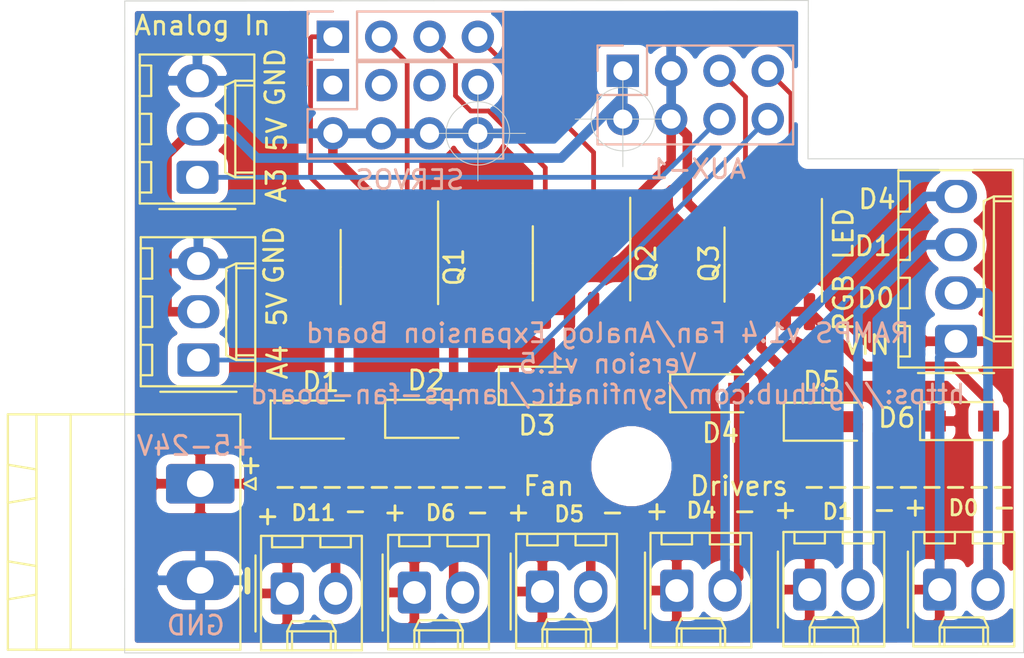
<source format=kicad_pcb>
(kicad_pcb (version 20171130) (host pcbnew "(5.1.5-0-10_14)")

  (general
    (thickness 1.6)
    (drawings 46)
    (tracks 119)
    (zones 0)
    (modules 23)
    (nets 18)
  )

  (page USLetter)
  (title_block
    (title "RAMPS v1.4 6 Fan Control")
    (date 2020-03-23)
    (rev 1.5)
    (company "Syn Fin dot Net")
    (comment 1 "Created By: Aaron Turner")
  )

  (layers
    (0 F.Cu signal)
    (31 B.Cu signal)
    (32 B.Adhes user hide)
    (33 F.Adhes user hide)
    (34 B.Paste user hide)
    (35 F.Paste user hide)
    (36 B.SilkS user)
    (37 F.SilkS user)
    (38 B.Mask user)
    (39 F.Mask user hide)
    (40 Dwgs.User user)
    (41 Cmts.User user)
    (42 Eco1.User user)
    (43 Eco2.User user)
    (44 Edge.Cuts user)
    (45 Margin user)
    (46 B.CrtYd user)
    (47 F.CrtYd user)
    (48 B.Fab user hide)
    (49 F.Fab user hide)
  )

  (setup
    (last_trace_width 0.5)
    (user_trace_width 0.5)
    (trace_clearance 0.2)
    (zone_clearance 0.508)
    (zone_45_only no)
    (trace_min 0.2)
    (via_size 0.8)
    (via_drill 0.4)
    (via_min_size 0.4)
    (via_min_drill 0.3)
    (uvia_size 0.3)
    (uvia_drill 0.1)
    (uvias_allowed no)
    (uvia_min_size 0.2)
    (uvia_min_drill 0.1)
    (edge_width 0.05)
    (segment_width 0.2)
    (pcb_text_width 0.3)
    (pcb_text_size 1.5 1.5)
    (mod_edge_width 0.12)
    (mod_text_size 1 1)
    (mod_text_width 0.15)
    (pad_size 3.15 3.15)
    (pad_drill 3.15)
    (pad_to_mask_clearance 0.051)
    (solder_mask_min_width 0.25)
    (aux_axis_origin 0 0)
    (grid_origin 154.56916 89.82964)
    (visible_elements FFFFFF7F)
    (pcbplotparams
      (layerselection 0x010fc_ffffffff)
      (usegerberextensions false)
      (usegerberattributes false)
      (usegerberadvancedattributes false)
      (creategerberjobfile false)
      (excludeedgelayer true)
      (linewidth 0.100000)
      (plotframeref false)
      (viasonmask false)
      (mode 1)
      (useauxorigin false)
      (hpglpennumber 1)
      (hpglpenspeed 20)
      (hpglpendiameter 15.000000)
      (psnegative false)
      (psa4output false)
      (plotreference true)
      (plotvalue true)
      (plotinvisibletext false)
      (padsonsilk false)
      (subtractmaskfromsilk false)
      (outputformat 1)
      (mirror false)
      (drillshape 1)
      (scaleselection 1)
      (outputdirectory ""))
  )

  (net 0 "")
  (net 1 +24V)
  (net 2 /OUT1)
  (net 3 /OUT2)
  (net 4 /OUT3)
  (net 5 /OUT4)
  (net 6 /OUT5)
  (net 7 /OUT6)
  (net 8 GND)
  (net 9 /A3)
  (net 10 +5V)
  (net 11 /D0)
  (net 12 /D1)
  (net 13 /A4)
  (net 14 /D11)
  (net 15 /D6)
  (net 16 /D5)
  (net 17 /D4)

  (net_class Default "This is the default net class."
    (clearance 0.2)
    (trace_width 0.25)
    (via_dia 0.8)
    (via_drill 0.4)
    (uvia_dia 0.3)
    (uvia_drill 0.1)
    (add_net +24V)
    (add_net +5V)
    (add_net /A3)
    (add_net /A4)
    (add_net /D0)
    (add_net /D1)
    (add_net /D11)
    (add_net /D4)
    (add_net /D5)
    (add_net /D6)
    (add_net /OUT1)
    (add_net /OUT2)
    (add_net /OUT3)
    (add_net /OUT4)
    (add_net /OUT5)
    (add_net /OUT6)
    (add_net GND)
  )

  (net_class +24V ""
    (clearance 0.2)
    (trace_width 0.5)
    (via_dia 0.8)
    (via_drill 0.4)
    (uvia_dia 0.3)
    (uvia_drill 0.1)
  )

  (module MountingHole:MountingHole_2.7mm_M2.5_DIN965 (layer F.Cu) (tedit 56D1B4CB) (tstamp 5E7A9D4A)
    (at 145.95094 108.4961)
    (descr "Mounting Hole 2.7mm, no annular, M2.5, DIN965")
    (tags "mounting hole 2.7mm no annular m2.5 din965")
    (attr virtual)
    (fp_text reference REF** (at 0 -3.8) (layer F.SilkS) hide
      (effects (font (size 1 1) (thickness 0.15)))
    )
    (fp_text value MountingHole_2.7mm_M2.5_DIN965 (at 0 3.8) (layer F.Fab)
      (effects (font (size 1 1) (thickness 0.15)))
    )
    (fp_circle (center 0 0) (end 2.6 0) (layer F.CrtYd) (width 0.05))
    (fp_circle (center 0 0) (end 2.35 0) (layer Cmts.User) (width 0.15))
    (fp_text user %R (at 0.3 0) (layer F.Fab)
      (effects (font (size 1 1) (thickness 0.15)))
    )
    (pad 1 np_thru_hole circle (at 0 0) (size 2.7 2.7) (drill 2.7) (layers *.Cu *.Mask))
  )

  (module Connector_PinHeader_2.54mm:PinHeader_1x04_P2.54mm_Vertical (layer B.Cu) (tedit 59FED5CC) (tstamp 5E792B6B)
    (at 130.26136 85.90788 270)
    (descr "Through hole straight pin header, 1x04, 2.54mm pitch, single row")
    (tags "Through hole pin header THT 1x04 2.54mm single row")
    (path /5E7F40C1)
    (fp_text reference J4 (at 0.05334 -10.36066 270) (layer F.SilkS) hide
      (effects (font (size 1 1) (thickness 0.15)))
    )
    (fp_text value Conn_01x04 (at 0 -9.95 270) (layer B.Fab)
      (effects (font (size 1 1) (thickness 0.15)) (justify mirror))
    )
    (fp_line (start -0.635 1.27) (end 1.27 1.27) (layer B.Fab) (width 0.1))
    (fp_line (start 1.27 1.27) (end 1.27 -8.89) (layer B.Fab) (width 0.1))
    (fp_line (start 1.27 -8.89) (end -1.27 -8.89) (layer B.Fab) (width 0.1))
    (fp_line (start -1.27 -8.89) (end -1.27 0.635) (layer B.Fab) (width 0.1))
    (fp_line (start -1.27 0.635) (end -0.635 1.27) (layer B.Fab) (width 0.1))
    (fp_line (start -1.33 -8.95) (end 1.33 -8.95) (layer B.SilkS) (width 0.12))
    (fp_line (start -1.33 -1.27) (end -1.33 -8.95) (layer B.SilkS) (width 0.12))
    (fp_line (start 1.33 -1.27) (end 1.33 -8.95) (layer B.SilkS) (width 0.12))
    (fp_line (start -1.33 -1.27) (end 1.33 -1.27) (layer B.SilkS) (width 0.12))
    (fp_line (start -1.33 0) (end -1.33 1.33) (layer B.SilkS) (width 0.12))
    (fp_line (start -1.33 1.33) (end 0 1.33) (layer B.SilkS) (width 0.12))
    (fp_line (start -1.8 1.8) (end -1.8 -9.4) (layer B.CrtYd) (width 0.05))
    (fp_line (start -1.8 -9.4) (end 1.8 -9.4) (layer B.CrtYd) (width 0.05))
    (fp_line (start 1.8 -9.4) (end 1.8 1.8) (layer B.CrtYd) (width 0.05))
    (fp_line (start 1.8 1.8) (end -1.8 1.8) (layer B.CrtYd) (width 0.05))
    (fp_text user %R (at 0 -3.81) (layer B.Fab)
      (effects (font (size 1 1) (thickness 0.15)) (justify mirror))
    )
    (pad 1 thru_hole rect (at 0 0 270) (size 1.7 1.7) (drill 1) (layers *.Cu *.Mask)
      (net 14 /D11))
    (pad 2 thru_hole oval (at 0 -2.54 270) (size 1.7 1.7) (drill 1) (layers *.Cu *.Mask)
      (net 15 /D6))
    (pad 3 thru_hole oval (at 0 -5.08 270) (size 1.7 1.7) (drill 1) (layers *.Cu *.Mask)
      (net 16 /D5))
    (pad 4 thru_hole oval (at 0 -7.62 270) (size 1.7 1.7) (drill 1) (layers *.Cu *.Mask)
      (net 17 /D4))
    (model ${KISYS3DMOD}/Connector_PinHeader_2.54mm.3dshapes/PinHeader_1x04_P2.54mm_Vertical.wrl
      (at (xyz 0 0 0))
      (scale (xyz 1 1 1))
      (rotate (xyz 0 0 0))
    )
  )

  (module synfinatic:PinHeader_2x04_P2.54mm_Vertical-TopBottom (layer B.Cu) (tedit 5E77ED77) (tstamp 5E78771E)
    (at 145.50136 87.69788 270)
    (descr "Through hole straight pin header, 2x04, 2.54mm pitch, double rows")
    (tags "Through hole pin header THT 2x04 2.54mm double row")
    (path /5E7F3346)
    (fp_text reference J3 (at -2.782 -4.06908) (layer F.SilkS) hide
      (effects (font (size 1 1) (thickness 0.15)))
    )
    (fp_text value Conn_02x04_Top_Bottom (at 1.27 -9.95 270) (layer B.Fab)
      (effects (font (size 1 1) (thickness 0.15)) (justify mirror))
    )
    (fp_text user %R (at 1.27 -3.81) (layer B.Fab)
      (effects (font (size 1 1) (thickness 0.15)) (justify mirror))
    )
    (fp_line (start 4.35 1.8) (end -1.8 1.8) (layer B.CrtYd) (width 0.05))
    (fp_line (start 4.35 -9.4) (end 4.35 1.8) (layer B.CrtYd) (width 0.05))
    (fp_line (start -1.8 -9.4) (end 4.35 -9.4) (layer B.CrtYd) (width 0.05))
    (fp_line (start -1.8 1.8) (end -1.8 -9.4) (layer B.CrtYd) (width 0.05))
    (fp_line (start -1.33 1.33) (end 0 1.33) (layer B.SilkS) (width 0.12))
    (fp_line (start -1.33 0) (end -1.33 1.33) (layer B.SilkS) (width 0.12))
    (fp_line (start 1.27 1.33) (end 3.87 1.33) (layer B.SilkS) (width 0.12))
    (fp_line (start 1.27 -1.27) (end 1.27 1.33) (layer B.SilkS) (width 0.12))
    (fp_line (start -1.33 -1.27) (end 1.27 -1.27) (layer B.SilkS) (width 0.12))
    (fp_line (start 3.87 1.33) (end 3.87 -8.95) (layer B.SilkS) (width 0.12))
    (fp_line (start -1.33 -1.27) (end -1.33 -8.95) (layer B.SilkS) (width 0.12))
    (fp_line (start -1.33 -8.95) (end 3.87 -8.95) (layer B.SilkS) (width 0.12))
    (fp_line (start -1.27 0) (end 0 1.27) (layer B.Fab) (width 0.1))
    (fp_line (start -1.27 -8.89) (end -1.27 0) (layer B.Fab) (width 0.1))
    (fp_line (start 3.81 -8.89) (end -1.27 -8.89) (layer B.Fab) (width 0.1))
    (fp_line (start 3.81 1.27) (end 3.81 -8.89) (layer B.Fab) (width 0.1))
    (fp_line (start 0 1.27) (end 3.81 1.27) (layer B.Fab) (width 0.1))
    (pad 8 thru_hole oval (at 2.54 -7.62 270) (size 1.7 1.7) (drill 1) (layers *.Cu *.Mask)
      (net 13 /A4))
    (pad 4 thru_hole oval (at 0 -7.62 270) (size 1.7 1.7) (drill 1) (layers *.Cu *.Mask)
      (net 11 /D0))
    (pad 7 thru_hole oval (at 2.54 -5.08 270) (size 1.7 1.7) (drill 1) (layers *.Cu *.Mask)
      (net 9 /A3))
    (pad 3 thru_hole oval (at 0 -5.08 270) (size 1.7 1.7) (drill 1) (layers *.Cu *.Mask)
      (net 12 /D1))
    (pad 6 thru_hole oval (at 2.54 -2.54 270) (size 1.7 1.7) (drill 1) (layers *.Cu *.Mask)
      (net 8 GND))
    (pad 2 thru_hole oval (at 0 -2.54 270) (size 1.7 1.7) (drill 1) (layers *.Cu *.Mask)
      (net 8 GND))
    (pad 5 thru_hole oval (at 2.54 0 270) (size 1.7 1.7) (drill 1) (layers *.Cu *.Mask)
      (net 10 +5V))
    (pad 1 thru_hole rect (at 0 0 270) (size 1.7 1.7) (drill 1) (layers *.Cu *.Mask)
      (net 10 +5V))
    (model ${KISYS3DMOD}/Connector_PinHeader_2.54mm.3dshapes/PinHeader_2x04_P2.54mm_Vertical.wrl
      (at (xyz 0 0 0))
      (scale (xyz 1 1 1))
      (rotate (xyz 0 0 0))
    )
  )

  (module synfinatic:PinHeader_2x04_P2.54mm_Vertical-TopBottom (layer B.Cu) (tedit 5E77ED77) (tstamp 5E7848DB)
    (at 130.26136 88.44788 270)
    (descr "Through hole straight pin header, 2x04, 2.54mm pitch, double rows")
    (tags "Through hole pin header THT 2x04 2.54mm double row")
    (path /5E7F2109)
    (fp_text reference J5 (at 0.90678 -10.41908) (layer F.SilkS) hide
      (effects (font (size 1 1) (thickness 0.15)))
    )
    (fp_text value Conn_02x04_Top_Bottom (at 1.27 -9.95 270) (layer B.Fab)
      (effects (font (size 1 1) (thickness 0.15)) (justify mirror))
    )
    (fp_text user %R (at 1.27 -3.81) (layer B.Fab)
      (effects (font (size 1 1) (thickness 0.15)) (justify mirror))
    )
    (fp_line (start 4.35 1.8) (end -1.8 1.8) (layer B.CrtYd) (width 0.05))
    (fp_line (start 4.35 -9.4) (end 4.35 1.8) (layer B.CrtYd) (width 0.05))
    (fp_line (start -1.8 -9.4) (end 4.35 -9.4) (layer B.CrtYd) (width 0.05))
    (fp_line (start -1.8 1.8) (end -1.8 -9.4) (layer B.CrtYd) (width 0.05))
    (fp_line (start -1.33 1.33) (end 0 1.33) (layer B.SilkS) (width 0.12))
    (fp_line (start -1.33 0) (end -1.33 1.33) (layer B.SilkS) (width 0.12))
    (fp_line (start 1.27 1.33) (end 3.87 1.33) (layer B.SilkS) (width 0.12))
    (fp_line (start 1.27 -1.27) (end 1.27 1.33) (layer B.SilkS) (width 0.12))
    (fp_line (start -1.33 -1.27) (end 1.27 -1.27) (layer B.SilkS) (width 0.12))
    (fp_line (start 3.87 1.33) (end 3.87 -8.95) (layer B.SilkS) (width 0.12))
    (fp_line (start -1.33 -1.27) (end -1.33 -8.95) (layer B.SilkS) (width 0.12))
    (fp_line (start -1.33 -8.95) (end 3.87 -8.95) (layer B.SilkS) (width 0.12))
    (fp_line (start -1.27 0) (end 0 1.27) (layer B.Fab) (width 0.1))
    (fp_line (start -1.27 -8.89) (end -1.27 0) (layer B.Fab) (width 0.1))
    (fp_line (start 3.81 -8.89) (end -1.27 -8.89) (layer B.Fab) (width 0.1))
    (fp_line (start 3.81 1.27) (end 3.81 -8.89) (layer B.Fab) (width 0.1))
    (fp_line (start 0 1.27) (end 3.81 1.27) (layer B.Fab) (width 0.1))
    (pad 8 thru_hole oval (at 2.54 -7.62 270) (size 1.7 1.7) (drill 1) (layers *.Cu *.Mask)
      (net 8 GND))
    (pad 4 thru_hole oval (at 0 -7.62 270) (size 1.7 1.7) (drill 1) (layers *.Cu *.Mask))
    (pad 7 thru_hole oval (at 2.54 -5.08 270) (size 1.7 1.7) (drill 1) (layers *.Cu *.Mask)
      (net 8 GND))
    (pad 3 thru_hole oval (at 0 -5.08 270) (size 1.7 1.7) (drill 1) (layers *.Cu *.Mask))
    (pad 6 thru_hole oval (at 2.54 -2.54 270) (size 1.7 1.7) (drill 1) (layers *.Cu *.Mask)
      (net 8 GND))
    (pad 2 thru_hole oval (at 0 -2.54 270) (size 1.7 1.7) (drill 1) (layers *.Cu *.Mask))
    (pad 5 thru_hole oval (at 2.54 0 270) (size 1.7 1.7) (drill 1) (layers *.Cu *.Mask)
      (net 8 GND))
    (pad 1 thru_hole rect (at 0 0 270) (size 1.7 1.7) (drill 1) (layers *.Cu *.Mask))
    (model ${KISYS3DMOD}/Connector_PinHeader_2.54mm.3dshapes/PinHeader_2x04_P2.54mm_Vertical.wrl
      (at (xyz 0 0 0))
      (scale (xyz 1 1 1))
      (rotate (xyz 0 0 0))
    )
  )

  (module Diode_SMD:D_SOD-123F (layer F.Cu) (tedit 587F7769) (tstamp 5E7847BE)
    (at 129.1874 106.045)
    (descr D_SOD-123F)
    (tags D_SOD-123F)
    (path /5E797CAE)
    (attr smd)
    (fp_text reference D1 (at 0.43896 -1.9812) (layer F.SilkS)
      (effects (font (size 1 1) (thickness 0.15)))
    )
    (fp_text value 1N4148W (at 0 2.1) (layer F.Fab)
      (effects (font (size 1 1) (thickness 0.15)))
    )
    (fp_text user %R (at -0.127 -1.905) (layer F.Fab)
      (effects (font (size 1 1) (thickness 0.15)))
    )
    (fp_line (start -2.2 -1) (end -2.2 1) (layer F.SilkS) (width 0.12))
    (fp_line (start 0.25 0) (end 0.75 0) (layer F.Fab) (width 0.1))
    (fp_line (start 0.25 0.4) (end -0.35 0) (layer F.Fab) (width 0.1))
    (fp_line (start 0.25 -0.4) (end 0.25 0.4) (layer F.Fab) (width 0.1))
    (fp_line (start -0.35 0) (end 0.25 -0.4) (layer F.Fab) (width 0.1))
    (fp_line (start -0.35 0) (end -0.35 0.55) (layer F.Fab) (width 0.1))
    (fp_line (start -0.35 0) (end -0.35 -0.55) (layer F.Fab) (width 0.1))
    (fp_line (start -0.75 0) (end -0.35 0) (layer F.Fab) (width 0.1))
    (fp_line (start -1.4 0.9) (end -1.4 -0.9) (layer F.Fab) (width 0.1))
    (fp_line (start 1.4 0.9) (end -1.4 0.9) (layer F.Fab) (width 0.1))
    (fp_line (start 1.4 -0.9) (end 1.4 0.9) (layer F.Fab) (width 0.1))
    (fp_line (start -1.4 -0.9) (end 1.4 -0.9) (layer F.Fab) (width 0.1))
    (fp_line (start -2.2 -1.15) (end 2.2 -1.15) (layer F.CrtYd) (width 0.05))
    (fp_line (start 2.2 -1.15) (end 2.2 1.15) (layer F.CrtYd) (width 0.05))
    (fp_line (start 2.2 1.15) (end -2.2 1.15) (layer F.CrtYd) (width 0.05))
    (fp_line (start -2.2 -1.15) (end -2.2 1.15) (layer F.CrtYd) (width 0.05))
    (fp_line (start -2.2 1) (end 1.65 1) (layer F.SilkS) (width 0.12))
    (fp_line (start -2.2 -1) (end 1.65 -1) (layer F.SilkS) (width 0.12))
    (pad 1 smd rect (at -1.4 0) (size 1.1 1.1) (layers F.Cu F.Paste F.Mask)
      (net 1 +24V))
    (pad 2 smd rect (at 1.4 0) (size 1.1 1.1) (layers F.Cu F.Paste F.Mask)
      (net 2 /OUT1))
    (model ${KISYS3DMOD}/Diode_SMD.3dshapes/D_SOD-123F.wrl
      (at (xyz 0 0 0))
      (scale (xyz 1 1 1))
      (rotate (xyz 0 0 0))
    )
  )

  (module Diode_SMD:D_SOD-123F (layer F.Cu) (tedit 587F7769) (tstamp 5E7847D7)
    (at 135.20928 106.00436)
    (descr D_SOD-123F)
    (tags D_SOD-123F)
    (path /5E7A353C)
    (attr smd)
    (fp_text reference D2 (at -0.05334 -2.02438) (layer F.SilkS)
      (effects (font (size 1 1) (thickness 0.15)))
    )
    (fp_text value 1N4148W (at 0 2.1) (layer F.Fab)
      (effects (font (size 1 1) (thickness 0.15)))
    )
    (fp_line (start -2.2 -1) (end 1.65 -1) (layer F.SilkS) (width 0.12))
    (fp_line (start -2.2 1) (end 1.65 1) (layer F.SilkS) (width 0.12))
    (fp_line (start -2.2 -1.15) (end -2.2 1.15) (layer F.CrtYd) (width 0.05))
    (fp_line (start 2.2 1.15) (end -2.2 1.15) (layer F.CrtYd) (width 0.05))
    (fp_line (start 2.2 -1.15) (end 2.2 1.15) (layer F.CrtYd) (width 0.05))
    (fp_line (start -2.2 -1.15) (end 2.2 -1.15) (layer F.CrtYd) (width 0.05))
    (fp_line (start -1.4 -0.9) (end 1.4 -0.9) (layer F.Fab) (width 0.1))
    (fp_line (start 1.4 -0.9) (end 1.4 0.9) (layer F.Fab) (width 0.1))
    (fp_line (start 1.4 0.9) (end -1.4 0.9) (layer F.Fab) (width 0.1))
    (fp_line (start -1.4 0.9) (end -1.4 -0.9) (layer F.Fab) (width 0.1))
    (fp_line (start -0.75 0) (end -0.35 0) (layer F.Fab) (width 0.1))
    (fp_line (start -0.35 0) (end -0.35 -0.55) (layer F.Fab) (width 0.1))
    (fp_line (start -0.35 0) (end -0.35 0.55) (layer F.Fab) (width 0.1))
    (fp_line (start -0.35 0) (end 0.25 -0.4) (layer F.Fab) (width 0.1))
    (fp_line (start 0.25 -0.4) (end 0.25 0.4) (layer F.Fab) (width 0.1))
    (fp_line (start 0.25 0.4) (end -0.35 0) (layer F.Fab) (width 0.1))
    (fp_line (start 0.25 0) (end 0.75 0) (layer F.Fab) (width 0.1))
    (fp_line (start -2.2 -1) (end -2.2 1) (layer F.SilkS) (width 0.12))
    (fp_text user %R (at -0.127 -1.905) (layer F.Fab)
      (effects (font (size 1 1) (thickness 0.15)))
    )
    (pad 2 smd rect (at 1.4 0) (size 1.1 1.1) (layers F.Cu F.Paste F.Mask)
      (net 3 /OUT2))
    (pad 1 smd rect (at -1.4 0) (size 1.1 1.1) (layers F.Cu F.Paste F.Mask)
      (net 1 +24V))
    (model ${KISYS3DMOD}/Diode_SMD.3dshapes/D_SOD-123F.wrl
      (at (xyz 0 0 0))
      (scale (xyz 1 1 1))
      (rotate (xyz 0 0 0))
    )
  )

  (module Diode_SMD:D_SOD-123F (layer F.Cu) (tedit 587F7769) (tstamp 5E7847F0)
    (at 141.18082 104.26446)
    (descr D_SOD-123F)
    (tags D_SOD-123F)
    (path /5E7A3ACD)
    (attr smd)
    (fp_text reference D3 (at -0.19812 2.08788) (layer F.SilkS)
      (effects (font (size 1 1) (thickness 0.15)))
    )
    (fp_text value 1N4148W (at 0 2.1) (layer F.Fab)
      (effects (font (size 1 1) (thickness 0.15)))
    )
    (fp_text user %R (at -0.127 -1.905) (layer F.Fab)
      (effects (font (size 1 1) (thickness 0.15)))
    )
    (fp_line (start -2.2 -1) (end -2.2 1) (layer F.SilkS) (width 0.12))
    (fp_line (start 0.25 0) (end 0.75 0) (layer F.Fab) (width 0.1))
    (fp_line (start 0.25 0.4) (end -0.35 0) (layer F.Fab) (width 0.1))
    (fp_line (start 0.25 -0.4) (end 0.25 0.4) (layer F.Fab) (width 0.1))
    (fp_line (start -0.35 0) (end 0.25 -0.4) (layer F.Fab) (width 0.1))
    (fp_line (start -0.35 0) (end -0.35 0.55) (layer F.Fab) (width 0.1))
    (fp_line (start -0.35 0) (end -0.35 -0.55) (layer F.Fab) (width 0.1))
    (fp_line (start -0.75 0) (end -0.35 0) (layer F.Fab) (width 0.1))
    (fp_line (start -1.4 0.9) (end -1.4 -0.9) (layer F.Fab) (width 0.1))
    (fp_line (start 1.4 0.9) (end -1.4 0.9) (layer F.Fab) (width 0.1))
    (fp_line (start 1.4 -0.9) (end 1.4 0.9) (layer F.Fab) (width 0.1))
    (fp_line (start -1.4 -0.9) (end 1.4 -0.9) (layer F.Fab) (width 0.1))
    (fp_line (start -2.2 -1.15) (end 2.2 -1.15) (layer F.CrtYd) (width 0.05))
    (fp_line (start 2.2 -1.15) (end 2.2 1.15) (layer F.CrtYd) (width 0.05))
    (fp_line (start 2.2 1.15) (end -2.2 1.15) (layer F.CrtYd) (width 0.05))
    (fp_line (start -2.2 -1.15) (end -2.2 1.15) (layer F.CrtYd) (width 0.05))
    (fp_line (start -2.2 1) (end 1.65 1) (layer F.SilkS) (width 0.12))
    (fp_line (start -2.2 -1) (end 1.65 -1) (layer F.SilkS) (width 0.12))
    (pad 1 smd rect (at -1.4 0) (size 1.1 1.1) (layers F.Cu F.Paste F.Mask)
      (net 1 +24V))
    (pad 2 smd rect (at 1.4 0) (size 1.1 1.1) (layers F.Cu F.Paste F.Mask)
      (net 4 /OUT3))
    (model ${KISYS3DMOD}/Diode_SMD.3dshapes/D_SOD-123F.wrl
      (at (xyz 0 0 0))
      (scale (xyz 1 1 1))
      (rotate (xyz 0 0 0))
    )
  )

  (module Diode_SMD:D_SOD-123F (layer F.Cu) (tedit 587F7769) (tstamp 5E784809)
    (at 150.18766 104.6607)
    (descr D_SOD-123F)
    (tags D_SOD-123F)
    (path /5E7A9896)
    (attr smd)
    (fp_text reference D4 (at 0.44958 2.09042) (layer F.SilkS)
      (effects (font (size 1 1) (thickness 0.15)))
    )
    (fp_text value 1N4148W (at 0 2.1) (layer F.Fab)
      (effects (font (size 1 1) (thickness 0.15)))
    )
    (fp_line (start -2.2 -1) (end 1.65 -1) (layer F.SilkS) (width 0.12))
    (fp_line (start -2.2 1) (end 1.65 1) (layer F.SilkS) (width 0.12))
    (fp_line (start -2.2 -1.15) (end -2.2 1.15) (layer F.CrtYd) (width 0.05))
    (fp_line (start 2.2 1.15) (end -2.2 1.15) (layer F.CrtYd) (width 0.05))
    (fp_line (start 2.2 -1.15) (end 2.2 1.15) (layer F.CrtYd) (width 0.05))
    (fp_line (start -2.2 -1.15) (end 2.2 -1.15) (layer F.CrtYd) (width 0.05))
    (fp_line (start -1.4 -0.9) (end 1.4 -0.9) (layer F.Fab) (width 0.1))
    (fp_line (start 1.4 -0.9) (end 1.4 0.9) (layer F.Fab) (width 0.1))
    (fp_line (start 1.4 0.9) (end -1.4 0.9) (layer F.Fab) (width 0.1))
    (fp_line (start -1.4 0.9) (end -1.4 -0.9) (layer F.Fab) (width 0.1))
    (fp_line (start -0.75 0) (end -0.35 0) (layer F.Fab) (width 0.1))
    (fp_line (start -0.35 0) (end -0.35 -0.55) (layer F.Fab) (width 0.1))
    (fp_line (start -0.35 0) (end -0.35 0.55) (layer F.Fab) (width 0.1))
    (fp_line (start -0.35 0) (end 0.25 -0.4) (layer F.Fab) (width 0.1))
    (fp_line (start 0.25 -0.4) (end 0.25 0.4) (layer F.Fab) (width 0.1))
    (fp_line (start 0.25 0.4) (end -0.35 0) (layer F.Fab) (width 0.1))
    (fp_line (start 0.25 0) (end 0.75 0) (layer F.Fab) (width 0.1))
    (fp_line (start -2.2 -1) (end -2.2 1) (layer F.SilkS) (width 0.12))
    (fp_text user %R (at -0.127 -1.905) (layer F.Fab)
      (effects (font (size 1 1) (thickness 0.15)))
    )
    (pad 2 smd rect (at 1.4 0) (size 1.1 1.1) (layers F.Cu F.Paste F.Mask)
      (net 5 /OUT4))
    (pad 1 smd rect (at -1.4 0) (size 1.1 1.1) (layers F.Cu F.Paste F.Mask)
      (net 1 +24V))
    (model ${KISYS3DMOD}/Diode_SMD.3dshapes/D_SOD-123F.wrl
      (at (xyz 0 0 0))
      (scale (xyz 1 1 1))
      (rotate (xyz 0 0 0))
    )
  )

  (module Diode_SMD:D_SOD-123F (layer F.Cu) (tedit 587F7769) (tstamp 5E784822)
    (at 156.16174 106.15422)
    (descr D_SOD-123F)
    (tags D_SOD-123F)
    (path /5E7A9FB3)
    (attr smd)
    (fp_text reference D5 (at -0.21128 -2.11074) (layer F.SilkS)
      (effects (font (size 1 1) (thickness 0.15)))
    )
    (fp_text value 1N4148W (at 0 2.1) (layer F.Fab)
      (effects (font (size 1 1) (thickness 0.15)))
    )
    (fp_text user %R (at -0.127 -1.905) (layer F.Fab)
      (effects (font (size 1 1) (thickness 0.15)))
    )
    (fp_line (start -2.2 -1) (end -2.2 1) (layer F.SilkS) (width 0.12))
    (fp_line (start 0.25 0) (end 0.75 0) (layer F.Fab) (width 0.1))
    (fp_line (start 0.25 0.4) (end -0.35 0) (layer F.Fab) (width 0.1))
    (fp_line (start 0.25 -0.4) (end 0.25 0.4) (layer F.Fab) (width 0.1))
    (fp_line (start -0.35 0) (end 0.25 -0.4) (layer F.Fab) (width 0.1))
    (fp_line (start -0.35 0) (end -0.35 0.55) (layer F.Fab) (width 0.1))
    (fp_line (start -0.35 0) (end -0.35 -0.55) (layer F.Fab) (width 0.1))
    (fp_line (start -0.75 0) (end -0.35 0) (layer F.Fab) (width 0.1))
    (fp_line (start -1.4 0.9) (end -1.4 -0.9) (layer F.Fab) (width 0.1))
    (fp_line (start 1.4 0.9) (end -1.4 0.9) (layer F.Fab) (width 0.1))
    (fp_line (start 1.4 -0.9) (end 1.4 0.9) (layer F.Fab) (width 0.1))
    (fp_line (start -1.4 -0.9) (end 1.4 -0.9) (layer F.Fab) (width 0.1))
    (fp_line (start -2.2 -1.15) (end 2.2 -1.15) (layer F.CrtYd) (width 0.05))
    (fp_line (start 2.2 -1.15) (end 2.2 1.15) (layer F.CrtYd) (width 0.05))
    (fp_line (start 2.2 1.15) (end -2.2 1.15) (layer F.CrtYd) (width 0.05))
    (fp_line (start -2.2 -1.15) (end -2.2 1.15) (layer F.CrtYd) (width 0.05))
    (fp_line (start -2.2 1) (end 1.65 1) (layer F.SilkS) (width 0.12))
    (fp_line (start -2.2 -1) (end 1.65 -1) (layer F.SilkS) (width 0.12))
    (pad 1 smd rect (at -1.4 0) (size 1.1 1.1) (layers F.Cu F.Paste F.Mask)
      (net 1 +24V))
    (pad 2 smd rect (at 1.4 0) (size 1.1 1.1) (layers F.Cu F.Paste F.Mask)
      (net 6 /OUT5))
    (model ${KISYS3DMOD}/Diode_SMD.3dshapes/D_SOD-123F.wrl
      (at (xyz 0 0 0))
      (scale (xyz 1 1 1))
      (rotate (xyz 0 0 0))
    )
  )

  (module Diode_SMD:D_SOD-123F (layer F.Cu) (tedit 587F7769) (tstamp 5E78483B)
    (at 163.325 106.1212)
    (descr D_SOD-123F)
    (tags D_SOD-123F)
    (path /5E7AA85C)
    (attr smd)
    (fp_text reference D6 (at -3.42692 -0.17272) (layer F.SilkS)
      (effects (font (size 1 1) (thickness 0.15)))
    )
    (fp_text value 1N4148W (at 0 2.1) (layer F.Fab)
      (effects (font (size 1 1) (thickness 0.15)))
    )
    (fp_line (start -2.2 -1) (end 1.65 -1) (layer F.SilkS) (width 0.12))
    (fp_line (start -2.2 1) (end 1.65 1) (layer F.SilkS) (width 0.12))
    (fp_line (start -2.2 -1.15) (end -2.2 1.15) (layer F.CrtYd) (width 0.05))
    (fp_line (start 2.2 1.15) (end -2.2 1.15) (layer F.CrtYd) (width 0.05))
    (fp_line (start 2.2 -1.15) (end 2.2 1.15) (layer F.CrtYd) (width 0.05))
    (fp_line (start -2.2 -1.15) (end 2.2 -1.15) (layer F.CrtYd) (width 0.05))
    (fp_line (start -1.4 -0.9) (end 1.4 -0.9) (layer F.Fab) (width 0.1))
    (fp_line (start 1.4 -0.9) (end 1.4 0.9) (layer F.Fab) (width 0.1))
    (fp_line (start 1.4 0.9) (end -1.4 0.9) (layer F.Fab) (width 0.1))
    (fp_line (start -1.4 0.9) (end -1.4 -0.9) (layer F.Fab) (width 0.1))
    (fp_line (start -0.75 0) (end -0.35 0) (layer F.Fab) (width 0.1))
    (fp_line (start -0.35 0) (end -0.35 -0.55) (layer F.Fab) (width 0.1))
    (fp_line (start -0.35 0) (end -0.35 0.55) (layer F.Fab) (width 0.1))
    (fp_line (start -0.35 0) (end 0.25 -0.4) (layer F.Fab) (width 0.1))
    (fp_line (start 0.25 -0.4) (end 0.25 0.4) (layer F.Fab) (width 0.1))
    (fp_line (start 0.25 0.4) (end -0.35 0) (layer F.Fab) (width 0.1))
    (fp_line (start 0.25 0) (end 0.75 0) (layer F.Fab) (width 0.1))
    (fp_line (start -2.2 -1) (end -2.2 1) (layer F.SilkS) (width 0.12))
    (fp_text user %R (at -0.127 -1.905) (layer F.Fab)
      (effects (font (size 1 1) (thickness 0.15)))
    )
    (pad 2 smd rect (at 1.4 0) (size 1.1 1.1) (layers F.Cu F.Paste F.Mask)
      (net 7 /OUT6))
    (pad 1 smd rect (at -1.4 0) (size 1.1 1.1) (layers F.Cu F.Paste F.Mask)
      (net 1 +24V))
    (model ${KISYS3DMOD}/Diode_SMD.3dshapes/D_SOD-123F.wrl
      (at (xyz 0 0 0))
      (scale (xyz 1 1 1))
      (rotate (xyz 0 0 0))
    )
  )

  (module Connector_Phoenix_MSTB:PhoenixContact_MSTBA_2,5_2-G-5,08_1x02_P5.08mm_Horizontal (layer F.Cu) (tedit 5B785047) (tstamp 5E78485F)
    (at 123.28906 109.41812 270)
    (descr "Generic Phoenix Contact connector footprint for: MSTBA_2,5/2-G-5,08; number of pins: 02; pin pitch: 5.08mm; Angled || order number: 1757242 12A || order number: 1923869 16A (HC)")
    (tags "phoenix_contact connector MSTBA_01x02_G_5.08mm")
    (path /5E7991A7)
    (fp_text reference J1 (at -0.09144 -3.73126 90) (layer F.SilkS) hide
      (effects (font (size 1 1) (thickness 0.15)))
    )
    (fp_text value Screw_Terminal_01x02 (at 2.54 11.2 90) (layer F.Fab)
      (effects (font (size 1 1) (thickness 0.15)))
    )
    (fp_line (start -3.65 -2.11) (end -3.65 10.11) (layer F.SilkS) (width 0.12))
    (fp_line (start -3.65 10.11) (end 8.73 10.11) (layer F.SilkS) (width 0.12))
    (fp_line (start 8.73 10.11) (end 8.73 -2.11) (layer F.SilkS) (width 0.12))
    (fp_line (start 8.73 -2.11) (end -3.65 -2.11) (layer F.SilkS) (width 0.12))
    (fp_line (start -3.54 -2) (end -3.54 10) (layer F.Fab) (width 0.1))
    (fp_line (start -3.54 10) (end 8.62 10) (layer F.Fab) (width 0.1))
    (fp_line (start 8.62 10) (end 8.62 -2) (layer F.Fab) (width 0.1))
    (fp_line (start 8.62 -2) (end -3.54 -2) (layer F.Fab) (width 0.1))
    (fp_line (start -3.65 8.61) (end -3.65 6.81) (layer F.SilkS) (width 0.12))
    (fp_line (start -3.65 6.81) (end 8.73 6.81) (layer F.SilkS) (width 0.12))
    (fp_line (start 8.73 6.81) (end 8.73 8.61) (layer F.SilkS) (width 0.12))
    (fp_line (start 8.73 8.61) (end -3.65 8.61) (layer F.SilkS) (width 0.12))
    (fp_line (start -1 10.11) (end 1 10.11) (layer F.SilkS) (width 0.12))
    (fp_line (start 1 10.11) (end 0.75 8.61) (layer F.SilkS) (width 0.12))
    (fp_line (start 0.75 8.61) (end -0.75 8.61) (layer F.SilkS) (width 0.12))
    (fp_line (start -0.75 8.61) (end -1 10.11) (layer F.SilkS) (width 0.12))
    (fp_line (start 4.08 10.11) (end 6.08 10.11) (layer F.SilkS) (width 0.12))
    (fp_line (start 6.08 10.11) (end 5.83 8.61) (layer F.SilkS) (width 0.12))
    (fp_line (start 5.83 8.61) (end 4.33 8.61) (layer F.SilkS) (width 0.12))
    (fp_line (start 4.33 8.61) (end 4.08 10.11) (layer F.SilkS) (width 0.12))
    (fp_line (start -4.04 -2.5) (end -4.04 10.5) (layer F.CrtYd) (width 0.05))
    (fp_line (start -4.04 10.5) (end 9.12 10.5) (layer F.CrtYd) (width 0.05))
    (fp_line (start 9.12 10.5) (end 9.12 -2.5) (layer F.CrtYd) (width 0.05))
    (fp_line (start 9.12 -2.5) (end -4.04 -2.5) (layer F.CrtYd) (width 0.05))
    (fp_line (start 0.3 -2.91) (end 0 -2.31) (layer F.SilkS) (width 0.12))
    (fp_line (start 0 -2.31) (end -0.3 -2.91) (layer F.SilkS) (width 0.12))
    (fp_line (start -0.3 -2.91) (end 0.3 -2.91) (layer F.SilkS) (width 0.12))
    (fp_line (start 0.95 -2) (end 0 -0.5) (layer F.Fab) (width 0.1))
    (fp_line (start 0 -0.5) (end -0.95 -2) (layer F.Fab) (width 0.1))
    (fp_text user %R (at 2.54 -1.3 90) (layer F.Fab)
      (effects (font (size 1 1) (thickness 0.15)))
    )
    (pad 1 thru_hole roundrect (at 0 0 270) (size 2.08 3.6) (drill 1.4) (layers *.Cu *.Mask) (roundrect_rratio 0.120192)
      (net 1 +24V))
    (pad 2 thru_hole oval (at 5.08 0 270) (size 2.08 3.6) (drill 1.4) (layers *.Cu *.Mask)
      (net 8 GND))
    (model ${KISYS3DMOD}/Connector_Phoenix_MSTB.3dshapes/PhoenixContact_MSTBA_2,5_2-G-5,08_1x02_P5.08mm_Horizontal.wrl
      (at (xyz 0 0 0))
      (scale (xyz 1 1 1))
      (rotate (xyz 0 0 0))
    )
  )

  (module Connector_Molex:Molex_KK-254_AE-6410-03A_1x03_P2.54mm_Vertical (layer F.Cu) (tedit 5B78013E) (tstamp 5E784887)
    (at 123.14174 93.29928 90)
    (descr "Molex KK-254 Interconnect System, old/engineering part number: AE-6410-03A example for new part number: 22-27-2031, 3 Pins (http://www.molex.com/pdm_docs/sd/022272021_sd.pdf), generated with kicad-footprint-generator")
    (tags "connector Molex KK-254 side entry")
    (path /5E859ECB)
    (fp_text reference J2 (at 7.90194 -0.23876 90) (layer F.SilkS) hide
      (effects (font (size 1 1) (thickness 0.15)))
    )
    (fp_text value Conn_01x03 (at 2.54 4.08 90) (layer F.Fab)
      (effects (font (size 1 1) (thickness 0.15)))
    )
    (fp_line (start -1.27 -2.92) (end -1.27 2.88) (layer F.Fab) (width 0.1))
    (fp_line (start -1.27 2.88) (end 6.35 2.88) (layer F.Fab) (width 0.1))
    (fp_line (start 6.35 2.88) (end 6.35 -2.92) (layer F.Fab) (width 0.1))
    (fp_line (start 6.35 -2.92) (end -1.27 -2.92) (layer F.Fab) (width 0.1))
    (fp_line (start -1.38 -3.03) (end -1.38 2.99) (layer F.SilkS) (width 0.12))
    (fp_line (start -1.38 2.99) (end 6.46 2.99) (layer F.SilkS) (width 0.12))
    (fp_line (start 6.46 2.99) (end 6.46 -3.03) (layer F.SilkS) (width 0.12))
    (fp_line (start 6.46 -3.03) (end -1.38 -3.03) (layer F.SilkS) (width 0.12))
    (fp_line (start -1.67 -2) (end -1.67 2) (layer F.SilkS) (width 0.12))
    (fp_line (start -1.27 -0.5) (end -0.562893 0) (layer F.Fab) (width 0.1))
    (fp_line (start -0.562893 0) (end -1.27 0.5) (layer F.Fab) (width 0.1))
    (fp_line (start 0 2.99) (end 0 1.99) (layer F.SilkS) (width 0.12))
    (fp_line (start 0 1.99) (end 5.08 1.99) (layer F.SilkS) (width 0.12))
    (fp_line (start 5.08 1.99) (end 5.08 2.99) (layer F.SilkS) (width 0.12))
    (fp_line (start 0 1.99) (end 0.25 1.46) (layer F.SilkS) (width 0.12))
    (fp_line (start 0.25 1.46) (end 4.83 1.46) (layer F.SilkS) (width 0.12))
    (fp_line (start 4.83 1.46) (end 5.08 1.99) (layer F.SilkS) (width 0.12))
    (fp_line (start 0.25 2.99) (end 0.25 1.99) (layer F.SilkS) (width 0.12))
    (fp_line (start 4.83 2.99) (end 4.83 1.99) (layer F.SilkS) (width 0.12))
    (fp_line (start -0.8 -3.03) (end -0.8 -2.43) (layer F.SilkS) (width 0.12))
    (fp_line (start -0.8 -2.43) (end 0.8 -2.43) (layer F.SilkS) (width 0.12))
    (fp_line (start 0.8 -2.43) (end 0.8 -3.03) (layer F.SilkS) (width 0.12))
    (fp_line (start 1.74 -3.03) (end 1.74 -2.43) (layer F.SilkS) (width 0.12))
    (fp_line (start 1.74 -2.43) (end 3.34 -2.43) (layer F.SilkS) (width 0.12))
    (fp_line (start 3.34 -2.43) (end 3.34 -3.03) (layer F.SilkS) (width 0.12))
    (fp_line (start 4.28 -3.03) (end 4.28 -2.43) (layer F.SilkS) (width 0.12))
    (fp_line (start 4.28 -2.43) (end 5.88 -2.43) (layer F.SilkS) (width 0.12))
    (fp_line (start 5.88 -2.43) (end 5.88 -3.03) (layer F.SilkS) (width 0.12))
    (fp_line (start -1.77 -3.42) (end -1.77 3.38) (layer F.CrtYd) (width 0.05))
    (fp_line (start -1.77 3.38) (end 6.85 3.38) (layer F.CrtYd) (width 0.05))
    (fp_line (start 6.85 3.38) (end 6.85 -3.42) (layer F.CrtYd) (width 0.05))
    (fp_line (start 6.85 -3.42) (end -1.77 -3.42) (layer F.CrtYd) (width 0.05))
    (fp_text user %R (at 2.54 -2.22 90) (layer F.Fab)
      (effects (font (size 1 1) (thickness 0.15)))
    )
    (pad 1 thru_hole roundrect (at 0 0 90) (size 1.74 2.2) (drill 1.2) (layers *.Cu *.Mask) (roundrect_rratio 0.143678)
      (net 9 /A3))
    (pad 2 thru_hole oval (at 2.54 0 90) (size 1.74 2.2) (drill 1.2) (layers *.Cu *.Mask)
      (net 10 +5V))
    (pad 3 thru_hole oval (at 5.08 0 90) (size 1.74 2.2) (drill 1.2) (layers *.Cu *.Mask)
      (net 8 GND))
    (model ${KISYS3DMOD}/Connector_Molex.3dshapes/Molex_KK-254_AE-6410-03A_1x03_P2.54mm_Vertical.wrl
      (at (xyz 0 0 0))
      (scale (xyz 1 1 1))
      (rotate (xyz 0 0 0))
    )
  )

  (module Connector_Molex:Molex_KK-254_AE-6410-03A_1x03_P2.54mm_Vertical (layer F.Cu) (tedit 5B78013E) (tstamp 5E78558B)
    (at 123.19254 102.91064 90)
    (descr "Molex KK-254 Interconnect System, old/engineering part number: AE-6410-03A example for new part number: 22-27-2031, 3 Pins (http://www.molex.com/pdm_docs/sd/022272021_sd.pdf), generated with kicad-footprint-generator")
    (tags "connector Molex KK-254 side entry")
    (path /5E85A22B)
    (fp_text reference J6 (at 3.22326 5.68198 90) (layer F.SilkS) hide
      (effects (font (size 1 1) (thickness 0.15)))
    )
    (fp_text value Conn_01x03 (at 2.54 4.08 90) (layer F.Fab)
      (effects (font (size 1 1) (thickness 0.15)))
    )
    (fp_text user %R (at 2.54 -2.22 90) (layer F.Fab)
      (effects (font (size 1 1) (thickness 0.15)))
    )
    (fp_line (start 6.85 -3.42) (end -1.77 -3.42) (layer F.CrtYd) (width 0.05))
    (fp_line (start 6.85 3.38) (end 6.85 -3.42) (layer F.CrtYd) (width 0.05))
    (fp_line (start -1.77 3.38) (end 6.85 3.38) (layer F.CrtYd) (width 0.05))
    (fp_line (start -1.77 -3.42) (end -1.77 3.38) (layer F.CrtYd) (width 0.05))
    (fp_line (start 5.88 -2.43) (end 5.88 -3.03) (layer F.SilkS) (width 0.12))
    (fp_line (start 4.28 -2.43) (end 5.88 -2.43) (layer F.SilkS) (width 0.12))
    (fp_line (start 4.28 -3.03) (end 4.28 -2.43) (layer F.SilkS) (width 0.12))
    (fp_line (start 3.34 -2.43) (end 3.34 -3.03) (layer F.SilkS) (width 0.12))
    (fp_line (start 1.74 -2.43) (end 3.34 -2.43) (layer F.SilkS) (width 0.12))
    (fp_line (start 1.74 -3.03) (end 1.74 -2.43) (layer F.SilkS) (width 0.12))
    (fp_line (start 0.8 -2.43) (end 0.8 -3.03) (layer F.SilkS) (width 0.12))
    (fp_line (start -0.8 -2.43) (end 0.8 -2.43) (layer F.SilkS) (width 0.12))
    (fp_line (start -0.8 -3.03) (end -0.8 -2.43) (layer F.SilkS) (width 0.12))
    (fp_line (start 4.83 2.99) (end 4.83 1.99) (layer F.SilkS) (width 0.12))
    (fp_line (start 0.25 2.99) (end 0.25 1.99) (layer F.SilkS) (width 0.12))
    (fp_line (start 4.83 1.46) (end 5.08 1.99) (layer F.SilkS) (width 0.12))
    (fp_line (start 0.25 1.46) (end 4.83 1.46) (layer F.SilkS) (width 0.12))
    (fp_line (start 0 1.99) (end 0.25 1.46) (layer F.SilkS) (width 0.12))
    (fp_line (start 5.08 1.99) (end 5.08 2.99) (layer F.SilkS) (width 0.12))
    (fp_line (start 0 1.99) (end 5.08 1.99) (layer F.SilkS) (width 0.12))
    (fp_line (start 0 2.99) (end 0 1.99) (layer F.SilkS) (width 0.12))
    (fp_line (start -0.562893 0) (end -1.27 0.5) (layer F.Fab) (width 0.1))
    (fp_line (start -1.27 -0.5) (end -0.562893 0) (layer F.Fab) (width 0.1))
    (fp_line (start -1.67 -2) (end -1.67 2) (layer F.SilkS) (width 0.12))
    (fp_line (start 6.46 -3.03) (end -1.38 -3.03) (layer F.SilkS) (width 0.12))
    (fp_line (start 6.46 2.99) (end 6.46 -3.03) (layer F.SilkS) (width 0.12))
    (fp_line (start -1.38 2.99) (end 6.46 2.99) (layer F.SilkS) (width 0.12))
    (fp_line (start -1.38 -3.03) (end -1.38 2.99) (layer F.SilkS) (width 0.12))
    (fp_line (start 6.35 -2.92) (end -1.27 -2.92) (layer F.Fab) (width 0.1))
    (fp_line (start 6.35 2.88) (end 6.35 -2.92) (layer F.Fab) (width 0.1))
    (fp_line (start -1.27 2.88) (end 6.35 2.88) (layer F.Fab) (width 0.1))
    (fp_line (start -1.27 -2.92) (end -1.27 2.88) (layer F.Fab) (width 0.1))
    (pad 3 thru_hole oval (at 5.08 0 90) (size 1.74 2.2) (drill 1.2) (layers *.Cu *.Mask)
      (net 8 GND))
    (pad 2 thru_hole oval (at 2.54 0 90) (size 1.74 2.2) (drill 1.2) (layers *.Cu *.Mask)
      (net 10 +5V))
    (pad 1 thru_hole roundrect (at 0 0 90) (size 1.74 2.2) (drill 1.2) (layers *.Cu *.Mask) (roundrect_rratio 0.143678)
      (net 13 /A4))
    (model ${KISYS3DMOD}/Connector_Molex.3dshapes/Molex_KK-254_AE-6410-03A_1x03_P2.54mm_Vertical.wrl
      (at (xyz 0 0 0))
      (scale (xyz 1 1 1))
      (rotate (xyz 0 0 0))
    )
  )

  (module Connector_Molex:Molex_KK-254_AE-6410-02A_1x02_P2.54mm_Vertical (layer F.Cu) (tedit 5B78013E) (tstamp 5E784927)
    (at 127.8636 115.189)
    (descr "Molex KK-254 Interconnect System, old/engineering part number: AE-6410-02A example for new part number: 22-27-2021, 2 Pins (http://www.molex.com/pdm_docs/sd/022272021_sd.pdf), generated with kicad-footprint-generator")
    (tags "connector Molex KK-254 side entry")
    (path /5E79F495)
    (fp_text reference J7 (at 1.27 -4.12) (layer B.SilkS) hide
      (effects (font (size 1 1) (thickness 0.15)) (justify mirror))
    )
    (fp_text value Screw_Terminal_01x02 (at 1.27 4.08) (layer F.Fab)
      (effects (font (size 1 1) (thickness 0.15)))
    )
    (fp_line (start -1.27 -2.92) (end -1.27 2.88) (layer F.Fab) (width 0.1))
    (fp_line (start -1.27 2.88) (end 3.81 2.88) (layer F.Fab) (width 0.1))
    (fp_line (start 3.81 2.88) (end 3.81 -2.92) (layer F.Fab) (width 0.1))
    (fp_line (start 3.81 -2.92) (end -1.27 -2.92) (layer F.Fab) (width 0.1))
    (fp_line (start -1.38 -3.03) (end -1.38 2.99) (layer F.SilkS) (width 0.12))
    (fp_line (start -1.38 2.99) (end 3.92 2.99) (layer F.SilkS) (width 0.12))
    (fp_line (start 3.92 2.99) (end 3.92 -3.03) (layer F.SilkS) (width 0.12))
    (fp_line (start 3.92 -3.03) (end -1.38 -3.03) (layer F.SilkS) (width 0.12))
    (fp_line (start -1.67 -2) (end -1.67 2) (layer F.SilkS) (width 0.12))
    (fp_line (start -1.27 -0.5) (end -0.562893 0) (layer F.Fab) (width 0.1))
    (fp_line (start -0.562893 0) (end -1.27 0.5) (layer F.Fab) (width 0.1))
    (fp_line (start 0 2.99) (end 0 1.99) (layer F.SilkS) (width 0.12))
    (fp_line (start 0 1.99) (end 2.54 1.99) (layer F.SilkS) (width 0.12))
    (fp_line (start 2.54 1.99) (end 2.54 2.99) (layer F.SilkS) (width 0.12))
    (fp_line (start 0 1.99) (end 0.25 1.46) (layer F.SilkS) (width 0.12))
    (fp_line (start 0.25 1.46) (end 2.29 1.46) (layer F.SilkS) (width 0.12))
    (fp_line (start 2.29 1.46) (end 2.54 1.99) (layer F.SilkS) (width 0.12))
    (fp_line (start 0.25 2.99) (end 0.25 1.99) (layer F.SilkS) (width 0.12))
    (fp_line (start 2.29 2.99) (end 2.29 1.99) (layer F.SilkS) (width 0.12))
    (fp_line (start -0.8 -3.03) (end -0.8 -2.43) (layer F.SilkS) (width 0.12))
    (fp_line (start -0.8 -2.43) (end 0.8 -2.43) (layer F.SilkS) (width 0.12))
    (fp_line (start 0.8 -2.43) (end 0.8 -3.03) (layer F.SilkS) (width 0.12))
    (fp_line (start 1.74 -3.03) (end 1.74 -2.43) (layer F.SilkS) (width 0.12))
    (fp_line (start 1.74 -2.43) (end 3.34 -2.43) (layer F.SilkS) (width 0.12))
    (fp_line (start 3.34 -2.43) (end 3.34 -3.03) (layer F.SilkS) (width 0.12))
    (fp_line (start -1.77 -3.42) (end -1.77 3.38) (layer F.CrtYd) (width 0.05))
    (fp_line (start -1.77 3.38) (end 4.31 3.38) (layer F.CrtYd) (width 0.05))
    (fp_line (start 4.31 3.38) (end 4.31 -3.42) (layer F.CrtYd) (width 0.05))
    (fp_line (start 4.31 -3.42) (end -1.77 -3.42) (layer F.CrtYd) (width 0.05))
    (fp_text user %R (at 1.27 -2.22) (layer F.Fab)
      (effects (font (size 1 1) (thickness 0.15)))
    )
    (pad 1 thru_hole roundrect (at 0 0) (size 1.74 2.2) (drill 1.2) (layers *.Cu *.Mask) (roundrect_rratio 0.143678)
      (net 1 +24V))
    (pad 2 thru_hole oval (at 2.54 0) (size 1.74 2.2) (drill 1.2) (layers *.Cu *.Mask)
      (net 2 /OUT1))
    (model ${KISYS3DMOD}/Connector_Molex.3dshapes/Molex_KK-254_AE-6410-02A_1x02_P2.54mm_Vertical.wrl
      (at (xyz 0 0 0))
      (scale (xyz 1 1 1))
      (rotate (xyz 0 0 0))
    )
  )

  (module Connector_Molex:Molex_KK-254_AE-6410-02A_1x02_P2.54mm_Vertical (layer F.Cu) (tedit 5B78013E) (tstamp 5E7934B3)
    (at 134.5438 115.1382)
    (descr "Molex KK-254 Interconnect System, old/engineering part number: AE-6410-02A example for new part number: 22-27-2021, 2 Pins (http://www.molex.com/pdm_docs/sd/022272021_sd.pdf), generated with kicad-footprint-generator")
    (tags "connector Molex KK-254 side entry")
    (path /5E7F0555)
    (fp_text reference J8 (at 1.27 -4.12) (layer B.SilkS) hide
      (effects (font (size 1 1) (thickness 0.15)) (justify mirror))
    )
    (fp_text value Screw_Terminal_01x02 (at 1.27 4.08) (layer F.Fab)
      (effects (font (size 1 1) (thickness 0.15)))
    )
    (fp_text user %R (at 1.27 -2.22) (layer F.Fab)
      (effects (font (size 1 1) (thickness 0.15)))
    )
    (fp_line (start 4.31 -3.42) (end -1.77 -3.42) (layer F.CrtYd) (width 0.05))
    (fp_line (start 4.31 3.38) (end 4.31 -3.42) (layer F.CrtYd) (width 0.05))
    (fp_line (start -1.77 3.38) (end 4.31 3.38) (layer F.CrtYd) (width 0.05))
    (fp_line (start -1.77 -3.42) (end -1.77 3.38) (layer F.CrtYd) (width 0.05))
    (fp_line (start 3.34 -2.43) (end 3.34 -3.03) (layer F.SilkS) (width 0.12))
    (fp_line (start 1.74 -2.43) (end 3.34 -2.43) (layer F.SilkS) (width 0.12))
    (fp_line (start 1.74 -3.03) (end 1.74 -2.43) (layer F.SilkS) (width 0.12))
    (fp_line (start 0.8 -2.43) (end 0.8 -3.03) (layer F.SilkS) (width 0.12))
    (fp_line (start -0.8 -2.43) (end 0.8 -2.43) (layer F.SilkS) (width 0.12))
    (fp_line (start -0.8 -3.03) (end -0.8 -2.43) (layer F.SilkS) (width 0.12))
    (fp_line (start 2.29 2.99) (end 2.29 1.99) (layer F.SilkS) (width 0.12))
    (fp_line (start 0.25 2.99) (end 0.25 1.99) (layer F.SilkS) (width 0.12))
    (fp_line (start 2.29 1.46) (end 2.54 1.99) (layer F.SilkS) (width 0.12))
    (fp_line (start 0.25 1.46) (end 2.29 1.46) (layer F.SilkS) (width 0.12))
    (fp_line (start 0 1.99) (end 0.25 1.46) (layer F.SilkS) (width 0.12))
    (fp_line (start 2.54 1.99) (end 2.54 2.99) (layer F.SilkS) (width 0.12))
    (fp_line (start 0 1.99) (end 2.54 1.99) (layer F.SilkS) (width 0.12))
    (fp_line (start 0 2.99) (end 0 1.99) (layer F.SilkS) (width 0.12))
    (fp_line (start -0.562893 0) (end -1.27 0.5) (layer F.Fab) (width 0.1))
    (fp_line (start -1.27 -0.5) (end -0.562893 0) (layer F.Fab) (width 0.1))
    (fp_line (start -1.67 -2) (end -1.67 2) (layer F.SilkS) (width 0.12))
    (fp_line (start 3.92 -3.03) (end -1.38 -3.03) (layer F.SilkS) (width 0.12))
    (fp_line (start 3.92 2.99) (end 3.92 -3.03) (layer F.SilkS) (width 0.12))
    (fp_line (start -1.38 2.99) (end 3.92 2.99) (layer F.SilkS) (width 0.12))
    (fp_line (start -1.38 -3.03) (end -1.38 2.99) (layer F.SilkS) (width 0.12))
    (fp_line (start 3.81 -2.92) (end -1.27 -2.92) (layer F.Fab) (width 0.1))
    (fp_line (start 3.81 2.88) (end 3.81 -2.92) (layer F.Fab) (width 0.1))
    (fp_line (start -1.27 2.88) (end 3.81 2.88) (layer F.Fab) (width 0.1))
    (fp_line (start -1.27 -2.92) (end -1.27 2.88) (layer F.Fab) (width 0.1))
    (pad 2 thru_hole oval (at 2.54 0) (size 1.74 2.2) (drill 1.2) (layers *.Cu *.Mask)
      (net 3 /OUT2))
    (pad 1 thru_hole roundrect (at 0 0) (size 1.74 2.2) (drill 1.2) (layers *.Cu *.Mask) (roundrect_rratio 0.143678)
      (net 1 +24V))
    (model ${KISYS3DMOD}/Connector_Molex.3dshapes/Molex_KK-254_AE-6410-02A_1x02_P2.54mm_Vertical.wrl
      (at (xyz 0 0 0))
      (scale (xyz 1 1 1))
      (rotate (xyz 0 0 0))
    )
  )

  (module Connector_Molex:Molex_KK-254_AE-6410-02A_1x02_P2.54mm_Vertical (layer F.Cu) (tedit 5B78013E) (tstamp 5E78496F)
    (at 141.2748 115.0874)
    (descr "Molex KK-254 Interconnect System, old/engineering part number: AE-6410-02A example for new part number: 22-27-2021, 2 Pins (http://www.molex.com/pdm_docs/sd/022272021_sd.pdf), generated with kicad-footprint-generator")
    (tags "connector Molex KK-254 side entry")
    (path /5E7F0A3D)
    (fp_text reference J9 (at 1.27 -4.12) (layer B.SilkS) hide
      (effects (font (size 1 1) (thickness 0.15)) (justify mirror))
    )
    (fp_text value Screw_Terminal_01x02 (at 1.27 4.08) (layer F.Fab)
      (effects (font (size 1 1) (thickness 0.15)))
    )
    (fp_line (start -1.27 -2.92) (end -1.27 2.88) (layer F.Fab) (width 0.1))
    (fp_line (start -1.27 2.88) (end 3.81 2.88) (layer F.Fab) (width 0.1))
    (fp_line (start 3.81 2.88) (end 3.81 -2.92) (layer F.Fab) (width 0.1))
    (fp_line (start 3.81 -2.92) (end -1.27 -2.92) (layer F.Fab) (width 0.1))
    (fp_line (start -1.38 -3.03) (end -1.38 2.99) (layer F.SilkS) (width 0.12))
    (fp_line (start -1.38 2.99) (end 3.92 2.99) (layer F.SilkS) (width 0.12))
    (fp_line (start 3.92 2.99) (end 3.92 -3.03) (layer F.SilkS) (width 0.12))
    (fp_line (start 3.92 -3.03) (end -1.38 -3.03) (layer F.SilkS) (width 0.12))
    (fp_line (start -1.67 -2) (end -1.67 2) (layer F.SilkS) (width 0.12))
    (fp_line (start -1.27 -0.5) (end -0.562893 0) (layer F.Fab) (width 0.1))
    (fp_line (start -0.562893 0) (end -1.27 0.5) (layer F.Fab) (width 0.1))
    (fp_line (start 0 2.99) (end 0 1.99) (layer F.SilkS) (width 0.12))
    (fp_line (start 0 1.99) (end 2.54 1.99) (layer F.SilkS) (width 0.12))
    (fp_line (start 2.54 1.99) (end 2.54 2.99) (layer F.SilkS) (width 0.12))
    (fp_line (start 0 1.99) (end 0.25 1.46) (layer F.SilkS) (width 0.12))
    (fp_line (start 0.25 1.46) (end 2.29 1.46) (layer F.SilkS) (width 0.12))
    (fp_line (start 2.29 1.46) (end 2.54 1.99) (layer F.SilkS) (width 0.12))
    (fp_line (start 0.25 2.99) (end 0.25 1.99) (layer F.SilkS) (width 0.12))
    (fp_line (start 2.29 2.99) (end 2.29 1.99) (layer F.SilkS) (width 0.12))
    (fp_line (start -0.8 -3.03) (end -0.8 -2.43) (layer F.SilkS) (width 0.12))
    (fp_line (start -0.8 -2.43) (end 0.8 -2.43) (layer F.SilkS) (width 0.12))
    (fp_line (start 0.8 -2.43) (end 0.8 -3.03) (layer F.SilkS) (width 0.12))
    (fp_line (start 1.74 -3.03) (end 1.74 -2.43) (layer F.SilkS) (width 0.12))
    (fp_line (start 1.74 -2.43) (end 3.34 -2.43) (layer F.SilkS) (width 0.12))
    (fp_line (start 3.34 -2.43) (end 3.34 -3.03) (layer F.SilkS) (width 0.12))
    (fp_line (start -1.77 -3.42) (end -1.77 3.38) (layer F.CrtYd) (width 0.05))
    (fp_line (start -1.77 3.38) (end 4.31 3.38) (layer F.CrtYd) (width 0.05))
    (fp_line (start 4.31 3.38) (end 4.31 -3.42) (layer F.CrtYd) (width 0.05))
    (fp_line (start 4.31 -3.42) (end -1.77 -3.42) (layer F.CrtYd) (width 0.05))
    (fp_text user %R (at 1.27 -2.22) (layer F.Fab)
      (effects (font (size 1 1) (thickness 0.15)))
    )
    (pad 1 thru_hole roundrect (at 0 0) (size 1.74 2.2) (drill 1.2) (layers *.Cu *.Mask) (roundrect_rratio 0.143678)
      (net 1 +24V))
    (pad 2 thru_hole oval (at 2.54 0) (size 1.74 2.2) (drill 1.2) (layers *.Cu *.Mask)
      (net 4 /OUT3))
    (model ${KISYS3DMOD}/Connector_Molex.3dshapes/Molex_KK-254_AE-6410-02A_1x02_P2.54mm_Vertical.wrl
      (at (xyz 0 0 0))
      (scale (xyz 1 1 1))
      (rotate (xyz 0 0 0))
    )
  )

  (module Connector_Molex:Molex_KK-254_AE-6410-02A_1x02_P2.54mm_Vertical (layer F.Cu) (tedit 5B78013E) (tstamp 5E784993)
    (at 148.336 115.0366)
    (descr "Molex KK-254 Interconnect System, old/engineering part number: AE-6410-02A example for new part number: 22-27-2021, 2 Pins (http://www.molex.com/pdm_docs/sd/022272021_sd.pdf), generated with kicad-footprint-generator")
    (tags "connector Molex KK-254 side entry")
    (path /5E7F0F0C)
    (fp_text reference J10 (at 1.27 -4.12) (layer B.SilkS) hide
      (effects (font (size 1 1) (thickness 0.15)) (justify mirror))
    )
    (fp_text value Screw_Terminal_01x02 (at 1.27 4.08) (layer F.Fab)
      (effects (font (size 1 1) (thickness 0.15)))
    )
    (fp_text user %R (at 1.27 -2.22) (layer F.Fab)
      (effects (font (size 1 1) (thickness 0.15)))
    )
    (fp_line (start 4.31 -3.42) (end -1.77 -3.42) (layer F.CrtYd) (width 0.05))
    (fp_line (start 4.31 3.38) (end 4.31 -3.42) (layer F.CrtYd) (width 0.05))
    (fp_line (start -1.77 3.38) (end 4.31 3.38) (layer F.CrtYd) (width 0.05))
    (fp_line (start -1.77 -3.42) (end -1.77 3.38) (layer F.CrtYd) (width 0.05))
    (fp_line (start 3.34 -2.43) (end 3.34 -3.03) (layer F.SilkS) (width 0.12))
    (fp_line (start 1.74 -2.43) (end 3.34 -2.43) (layer F.SilkS) (width 0.12))
    (fp_line (start 1.74 -3.03) (end 1.74 -2.43) (layer F.SilkS) (width 0.12))
    (fp_line (start 0.8 -2.43) (end 0.8 -3.03) (layer F.SilkS) (width 0.12))
    (fp_line (start -0.8 -2.43) (end 0.8 -2.43) (layer F.SilkS) (width 0.12))
    (fp_line (start -0.8 -3.03) (end -0.8 -2.43) (layer F.SilkS) (width 0.12))
    (fp_line (start 2.29 2.99) (end 2.29 1.99) (layer F.SilkS) (width 0.12))
    (fp_line (start 0.25 2.99) (end 0.25 1.99) (layer F.SilkS) (width 0.12))
    (fp_line (start 2.29 1.46) (end 2.54 1.99) (layer F.SilkS) (width 0.12))
    (fp_line (start 0.25 1.46) (end 2.29 1.46) (layer F.SilkS) (width 0.12))
    (fp_line (start 0 1.99) (end 0.25 1.46) (layer F.SilkS) (width 0.12))
    (fp_line (start 2.54 1.99) (end 2.54 2.99) (layer F.SilkS) (width 0.12))
    (fp_line (start 0 1.99) (end 2.54 1.99) (layer F.SilkS) (width 0.12))
    (fp_line (start 0 2.99) (end 0 1.99) (layer F.SilkS) (width 0.12))
    (fp_line (start -0.562893 0) (end -1.27 0.5) (layer F.Fab) (width 0.1))
    (fp_line (start -1.27 -0.5) (end -0.562893 0) (layer F.Fab) (width 0.1))
    (fp_line (start -1.67 -2) (end -1.67 2) (layer F.SilkS) (width 0.12))
    (fp_line (start 3.92 -3.03) (end -1.38 -3.03) (layer F.SilkS) (width 0.12))
    (fp_line (start 3.92 2.99) (end 3.92 -3.03) (layer F.SilkS) (width 0.12))
    (fp_line (start -1.38 2.99) (end 3.92 2.99) (layer F.SilkS) (width 0.12))
    (fp_line (start -1.38 -3.03) (end -1.38 2.99) (layer F.SilkS) (width 0.12))
    (fp_line (start 3.81 -2.92) (end -1.27 -2.92) (layer F.Fab) (width 0.1))
    (fp_line (start 3.81 2.88) (end 3.81 -2.92) (layer F.Fab) (width 0.1))
    (fp_line (start -1.27 2.88) (end 3.81 2.88) (layer F.Fab) (width 0.1))
    (fp_line (start -1.27 -2.92) (end -1.27 2.88) (layer F.Fab) (width 0.1))
    (pad 2 thru_hole oval (at 2.54 0) (size 1.74 2.2) (drill 1.2) (layers *.Cu *.Mask)
      (net 5 /OUT4))
    (pad 1 thru_hole roundrect (at 0 0) (size 1.74 2.2) (drill 1.2) (layers *.Cu *.Mask) (roundrect_rratio 0.143678)
      (net 1 +24V))
    (model ${KISYS3DMOD}/Connector_Molex.3dshapes/Molex_KK-254_AE-6410-02A_1x02_P2.54mm_Vertical.wrl
      (at (xyz 0 0 0))
      (scale (xyz 1 1 1))
      (rotate (xyz 0 0 0))
    )
  )

  (module Connector_Molex:Molex_KK-254_AE-6410-02A_1x02_P2.54mm_Vertical (layer F.Cu) (tedit 5B78013E) (tstamp 5E7849B7)
    (at 155.321 114.9858)
    (descr "Molex KK-254 Interconnect System, old/engineering part number: AE-6410-02A example for new part number: 22-27-2021, 2 Pins (http://www.molex.com/pdm_docs/sd/022272021_sd.pdf), generated with kicad-footprint-generator")
    (tags "connector Molex KK-254 side entry")
    (path /5E7F1356)
    (fp_text reference J11 (at 1.27 -4.12) (layer B.SilkS) hide
      (effects (font (size 1 1) (thickness 0.15)) (justify mirror))
    )
    (fp_text value Screw_Terminal_01x02 (at 1.27 4.08) (layer F.Fab)
      (effects (font (size 1 1) (thickness 0.15)))
    )
    (fp_line (start -1.27 -2.92) (end -1.27 2.88) (layer F.Fab) (width 0.1))
    (fp_line (start -1.27 2.88) (end 3.81 2.88) (layer F.Fab) (width 0.1))
    (fp_line (start 3.81 2.88) (end 3.81 -2.92) (layer F.Fab) (width 0.1))
    (fp_line (start 3.81 -2.92) (end -1.27 -2.92) (layer F.Fab) (width 0.1))
    (fp_line (start -1.38 -3.03) (end -1.38 2.99) (layer F.SilkS) (width 0.12))
    (fp_line (start -1.38 2.99) (end 3.92 2.99) (layer F.SilkS) (width 0.12))
    (fp_line (start 3.92 2.99) (end 3.92 -3.03) (layer F.SilkS) (width 0.12))
    (fp_line (start 3.92 -3.03) (end -1.38 -3.03) (layer F.SilkS) (width 0.12))
    (fp_line (start -1.67 -2) (end -1.67 2) (layer F.SilkS) (width 0.12))
    (fp_line (start -1.27 -0.5) (end -0.562893 0) (layer F.Fab) (width 0.1))
    (fp_line (start -0.562893 0) (end -1.27 0.5) (layer F.Fab) (width 0.1))
    (fp_line (start 0 2.99) (end 0 1.99) (layer F.SilkS) (width 0.12))
    (fp_line (start 0 1.99) (end 2.54 1.99) (layer F.SilkS) (width 0.12))
    (fp_line (start 2.54 1.99) (end 2.54 2.99) (layer F.SilkS) (width 0.12))
    (fp_line (start 0 1.99) (end 0.25 1.46) (layer F.SilkS) (width 0.12))
    (fp_line (start 0.25 1.46) (end 2.29 1.46) (layer F.SilkS) (width 0.12))
    (fp_line (start 2.29 1.46) (end 2.54 1.99) (layer F.SilkS) (width 0.12))
    (fp_line (start 0.25 2.99) (end 0.25 1.99) (layer F.SilkS) (width 0.12))
    (fp_line (start 2.29 2.99) (end 2.29 1.99) (layer F.SilkS) (width 0.12))
    (fp_line (start -0.8 -3.03) (end -0.8 -2.43) (layer F.SilkS) (width 0.12))
    (fp_line (start -0.8 -2.43) (end 0.8 -2.43) (layer F.SilkS) (width 0.12))
    (fp_line (start 0.8 -2.43) (end 0.8 -3.03) (layer F.SilkS) (width 0.12))
    (fp_line (start 1.74 -3.03) (end 1.74 -2.43) (layer F.SilkS) (width 0.12))
    (fp_line (start 1.74 -2.43) (end 3.34 -2.43) (layer F.SilkS) (width 0.12))
    (fp_line (start 3.34 -2.43) (end 3.34 -3.03) (layer F.SilkS) (width 0.12))
    (fp_line (start -1.77 -3.42) (end -1.77 3.38) (layer F.CrtYd) (width 0.05))
    (fp_line (start -1.77 3.38) (end 4.31 3.38) (layer F.CrtYd) (width 0.05))
    (fp_line (start 4.31 3.38) (end 4.31 -3.42) (layer F.CrtYd) (width 0.05))
    (fp_line (start 4.31 -3.42) (end -1.77 -3.42) (layer F.CrtYd) (width 0.05))
    (fp_text user %R (at 1.27 -2.22) (layer F.Fab)
      (effects (font (size 1 1) (thickness 0.15)))
    )
    (pad 1 thru_hole roundrect (at 0 0) (size 1.74 2.2) (drill 1.2) (layers *.Cu *.Mask) (roundrect_rratio 0.143678)
      (net 1 +24V))
    (pad 2 thru_hole oval (at 2.54 0) (size 1.74 2.2) (drill 1.2) (layers *.Cu *.Mask)
      (net 6 /OUT5))
    (model ${KISYS3DMOD}/Connector_Molex.3dshapes/Molex_KK-254_AE-6410-02A_1x02_P2.54mm_Vertical.wrl
      (at (xyz 0 0 0))
      (scale (xyz 1 1 1))
      (rotate (xyz 0 0 0))
    )
  )

  (module Connector_Molex:Molex_KK-254_AE-6410-02A_1x02_P2.54mm_Vertical (layer F.Cu) (tedit 5B78013E) (tstamp 5E7849DB)
    (at 162.1536 114.9858)
    (descr "Molex KK-254 Interconnect System, old/engineering part number: AE-6410-02A example for new part number: 22-27-2021, 2 Pins (http://www.molex.com/pdm_docs/sd/022272021_sd.pdf), generated with kicad-footprint-generator")
    (tags "connector Molex KK-254 side entry")
    (path /5E7F1695)
    (fp_text reference J12 (at 1.27 -4.12) (layer B.SilkS) hide
      (effects (font (size 1 1) (thickness 0.15)) (justify mirror))
    )
    (fp_text value Screw_Terminal_01x02 (at 1.27 4.08) (layer F.Fab)
      (effects (font (size 1 1) (thickness 0.15)))
    )
    (fp_text user %R (at 1.27 -2.22) (layer F.Fab)
      (effects (font (size 1 1) (thickness 0.15)))
    )
    (fp_line (start 4.31 -3.42) (end -1.77 -3.42) (layer F.CrtYd) (width 0.05))
    (fp_line (start 4.31 3.38) (end 4.31 -3.42) (layer F.CrtYd) (width 0.05))
    (fp_line (start -1.77 3.38) (end 4.31 3.38) (layer F.CrtYd) (width 0.05))
    (fp_line (start -1.77 -3.42) (end -1.77 3.38) (layer F.CrtYd) (width 0.05))
    (fp_line (start 3.34 -2.43) (end 3.34 -3.03) (layer F.SilkS) (width 0.12))
    (fp_line (start 1.74 -2.43) (end 3.34 -2.43) (layer F.SilkS) (width 0.12))
    (fp_line (start 1.74 -3.03) (end 1.74 -2.43) (layer F.SilkS) (width 0.12))
    (fp_line (start 0.8 -2.43) (end 0.8 -3.03) (layer F.SilkS) (width 0.12))
    (fp_line (start -0.8 -2.43) (end 0.8 -2.43) (layer F.SilkS) (width 0.12))
    (fp_line (start -0.8 -3.03) (end -0.8 -2.43) (layer F.SilkS) (width 0.12))
    (fp_line (start 2.29 2.99) (end 2.29 1.99) (layer F.SilkS) (width 0.12))
    (fp_line (start 0.25 2.99) (end 0.25 1.99) (layer F.SilkS) (width 0.12))
    (fp_line (start 2.29 1.46) (end 2.54 1.99) (layer F.SilkS) (width 0.12))
    (fp_line (start 0.25 1.46) (end 2.29 1.46) (layer F.SilkS) (width 0.12))
    (fp_line (start 0 1.99) (end 0.25 1.46) (layer F.SilkS) (width 0.12))
    (fp_line (start 2.54 1.99) (end 2.54 2.99) (layer F.SilkS) (width 0.12))
    (fp_line (start 0 1.99) (end 2.54 1.99) (layer F.SilkS) (width 0.12))
    (fp_line (start 0 2.99) (end 0 1.99) (layer F.SilkS) (width 0.12))
    (fp_line (start -0.562893 0) (end -1.27 0.5) (layer F.Fab) (width 0.1))
    (fp_line (start -1.27 -0.5) (end -0.562893 0) (layer F.Fab) (width 0.1))
    (fp_line (start -1.67 -2) (end -1.67 2) (layer F.SilkS) (width 0.12))
    (fp_line (start 3.92 -3.03) (end -1.38 -3.03) (layer F.SilkS) (width 0.12))
    (fp_line (start 3.92 2.99) (end 3.92 -3.03) (layer F.SilkS) (width 0.12))
    (fp_line (start -1.38 2.99) (end 3.92 2.99) (layer F.SilkS) (width 0.12))
    (fp_line (start -1.38 -3.03) (end -1.38 2.99) (layer F.SilkS) (width 0.12))
    (fp_line (start 3.81 -2.92) (end -1.27 -2.92) (layer F.Fab) (width 0.1))
    (fp_line (start 3.81 2.88) (end 3.81 -2.92) (layer F.Fab) (width 0.1))
    (fp_line (start -1.27 2.88) (end 3.81 2.88) (layer F.Fab) (width 0.1))
    (fp_line (start -1.27 -2.92) (end -1.27 2.88) (layer F.Fab) (width 0.1))
    (pad 2 thru_hole oval (at 2.54 0) (size 1.74 2.2) (drill 1.2) (layers *.Cu *.Mask)
      (net 7 /OUT6))
    (pad 1 thru_hole roundrect (at 0 0) (size 1.74 2.2) (drill 1.2) (layers *.Cu *.Mask) (roundrect_rratio 0.143678)
      (net 1 +24V))
    (model ${KISYS3DMOD}/Connector_Molex.3dshapes/Molex_KK-254_AE-6410-02A_1x02_P2.54mm_Vertical.wrl
      (at (xyz 0 0 0))
      (scale (xyz 1 1 1))
      (rotate (xyz 0 0 0))
    )
  )

  (module Package_SO:SOIC-8_3.9x4.9mm_P1.27mm (layer F.Cu) (tedit 5D9F72B1) (tstamp 5E7849F5)
    (at 133.23062 98.01964 270)
    (descr "SOIC, 8 Pin (JEDEC MS-012AA, https://www.analog.com/media/en/package-pcb-resources/package/pkg_pdf/soic_narrow-r/r_8.pdf), generated with kicad-footprint-generator ipc_gullwing_generator.py")
    (tags "SOIC SO")
    (path /5E78197E)
    (attr smd)
    (fp_text reference Q1 (at 0 -3.4 90) (layer F.SilkS)
      (effects (font (size 1 1) (thickness 0.15)))
    )
    (fp_text value AO4818B (at 0 3.4 90) (layer F.Fab)
      (effects (font (size 1 1) (thickness 0.15)))
    )
    (fp_line (start 0 2.56) (end 1.95 2.56) (layer F.SilkS) (width 0.12))
    (fp_line (start 0 2.56) (end -1.95 2.56) (layer F.SilkS) (width 0.12))
    (fp_line (start 0 -2.56) (end 1.95 -2.56) (layer F.SilkS) (width 0.12))
    (fp_line (start 0 -2.56) (end -3.45 -2.56) (layer F.SilkS) (width 0.12))
    (fp_line (start -0.975 -2.45) (end 1.95 -2.45) (layer F.Fab) (width 0.1))
    (fp_line (start 1.95 -2.45) (end 1.95 2.45) (layer F.Fab) (width 0.1))
    (fp_line (start 1.95 2.45) (end -1.95 2.45) (layer F.Fab) (width 0.1))
    (fp_line (start -1.95 2.45) (end -1.95 -1.475) (layer F.Fab) (width 0.1))
    (fp_line (start -1.95 -1.475) (end -0.975 -2.45) (layer F.Fab) (width 0.1))
    (fp_line (start -3.7 -2.7) (end -3.7 2.7) (layer F.CrtYd) (width 0.05))
    (fp_line (start -3.7 2.7) (end 3.7 2.7) (layer F.CrtYd) (width 0.05))
    (fp_line (start 3.7 2.7) (end 3.7 -2.7) (layer F.CrtYd) (width 0.05))
    (fp_line (start 3.7 -2.7) (end -3.7 -2.7) (layer F.CrtYd) (width 0.05))
    (fp_text user %R (at 0 0 90) (layer F.Fab)
      (effects (font (size 0.98 0.98) (thickness 0.15)))
    )
    (pad 1 smd roundrect (at -2.475 -1.905 270) (size 1.95 0.6) (layers F.Cu F.Paste F.Mask) (roundrect_rratio 0.25)
      (net 8 GND))
    (pad 2 smd roundrect (at -2.475 -0.635 270) (size 1.95 0.6) (layers F.Cu F.Paste F.Mask) (roundrect_rratio 0.25)
      (net 15 /D6))
    (pad 3 smd roundrect (at -2.475 0.635 270) (size 1.95 0.6) (layers F.Cu F.Paste F.Mask) (roundrect_rratio 0.25)
      (net 8 GND))
    (pad 4 smd roundrect (at -2.475 1.905 270) (size 1.95 0.6) (layers F.Cu F.Paste F.Mask) (roundrect_rratio 0.25)
      (net 14 /D11))
    (pad 5 smd roundrect (at 2.475 1.905 270) (size 1.95 0.6) (layers F.Cu F.Paste F.Mask) (roundrect_rratio 0.25)
      (net 2 /OUT1))
    (pad 6 smd roundrect (at 2.475 0.635 270) (size 1.95 0.6) (layers F.Cu F.Paste F.Mask) (roundrect_rratio 0.25)
      (net 2 /OUT1))
    (pad 7 smd roundrect (at 2.475 -0.635 270) (size 1.95 0.6) (layers F.Cu F.Paste F.Mask) (roundrect_rratio 0.25)
      (net 3 /OUT2))
    (pad 8 smd roundrect (at 2.475 -1.905 270) (size 1.95 0.6) (layers F.Cu F.Paste F.Mask) (roundrect_rratio 0.25)
      (net 3 /OUT2))
    (model ${KISYS3DMOD}/Package_SO.3dshapes/SOIC-8_3.9x4.9mm_P1.27mm.wrl
      (at (xyz 0 0 0))
      (scale (xyz 1 1 1))
      (rotate (xyz 0 0 0))
    )
  )

  (module Package_SO:SOIC-8_3.9x4.9mm_P1.27mm (layer F.Cu) (tedit 5D9F72B1) (tstamp 5E7866AF)
    (at 143.32966 97.82406 270)
    (descr "SOIC, 8 Pin (JEDEC MS-012AA, https://www.analog.com/media/en/package-pcb-resources/package/pkg_pdf/soic_narrow-r/r_8.pdf), generated with kicad-footprint-generator ipc_gullwing_generator.py")
    (tags "SOIC SO")
    (path /5E7824B1)
    (attr smd)
    (fp_text reference Q2 (at 0 -3.4 90) (layer F.SilkS)
      (effects (font (size 1 1) (thickness 0.15)))
    )
    (fp_text value AO4818B (at 0 3.4 90) (layer F.Fab)
      (effects (font (size 1 1) (thickness 0.15)))
    )
    (fp_text user %R (at 0 0 90) (layer F.Fab)
      (effects (font (size 0.98 0.98) (thickness 0.15)))
    )
    (fp_line (start 3.7 -2.7) (end -3.7 -2.7) (layer F.CrtYd) (width 0.05))
    (fp_line (start 3.7 2.7) (end 3.7 -2.7) (layer F.CrtYd) (width 0.05))
    (fp_line (start -3.7 2.7) (end 3.7 2.7) (layer F.CrtYd) (width 0.05))
    (fp_line (start -3.7 -2.7) (end -3.7 2.7) (layer F.CrtYd) (width 0.05))
    (fp_line (start -1.95 -1.475) (end -0.975 -2.45) (layer F.Fab) (width 0.1))
    (fp_line (start -1.95 2.45) (end -1.95 -1.475) (layer F.Fab) (width 0.1))
    (fp_line (start 1.95 2.45) (end -1.95 2.45) (layer F.Fab) (width 0.1))
    (fp_line (start 1.95 -2.45) (end 1.95 2.45) (layer F.Fab) (width 0.1))
    (fp_line (start -0.975 -2.45) (end 1.95 -2.45) (layer F.Fab) (width 0.1))
    (fp_line (start 0 -2.56) (end -3.45 -2.56) (layer F.SilkS) (width 0.12))
    (fp_line (start 0 -2.56) (end 1.95 -2.56) (layer F.SilkS) (width 0.12))
    (fp_line (start 0 2.56) (end -1.95 2.56) (layer F.SilkS) (width 0.12))
    (fp_line (start 0 2.56) (end 1.95 2.56) (layer F.SilkS) (width 0.12))
    (pad 8 smd roundrect (at 2.475 -1.905 270) (size 1.95 0.6) (layers F.Cu F.Paste F.Mask) (roundrect_rratio 0.25)
      (net 5 /OUT4))
    (pad 7 smd roundrect (at 2.475 -0.635 270) (size 1.95 0.6) (layers F.Cu F.Paste F.Mask) (roundrect_rratio 0.25)
      (net 5 /OUT4))
    (pad 6 smd roundrect (at 2.475 0.635 270) (size 1.95 0.6) (layers F.Cu F.Paste F.Mask) (roundrect_rratio 0.25)
      (net 4 /OUT3))
    (pad 5 smd roundrect (at 2.475 1.905 270) (size 1.95 0.6) (layers F.Cu F.Paste F.Mask) (roundrect_rratio 0.25)
      (net 4 /OUT3))
    (pad 4 smd roundrect (at -2.475 1.905 270) (size 1.95 0.6) (layers F.Cu F.Paste F.Mask) (roundrect_rratio 0.25)
      (net 16 /D5))
    (pad 3 smd roundrect (at -2.475 0.635 270) (size 1.95 0.6) (layers F.Cu F.Paste F.Mask) (roundrect_rratio 0.25)
      (net 8 GND))
    (pad 2 smd roundrect (at -2.475 -0.635 270) (size 1.95 0.6) (layers F.Cu F.Paste F.Mask) (roundrect_rratio 0.25)
      (net 17 /D4))
    (pad 1 smd roundrect (at -2.475 -1.905 270) (size 1.95 0.6) (layers F.Cu F.Paste F.Mask) (roundrect_rratio 0.25)
      (net 8 GND))
    (model ${KISYS3DMOD}/Package_SO.3dshapes/SOIC-8_3.9x4.9mm_P1.27mm.wrl
      (at (xyz 0 0 0))
      (scale (xyz 1 1 1))
      (rotate (xyz 0 0 0))
    )
  )

  (module Package_SO:SOIC-8_3.9x4.9mm_P1.27mm (layer F.Cu) (tedit 5D9F72B1) (tstamp 5E784A29)
    (at 153.40584 97.8901 270)
    (descr "SOIC, 8 Pin (JEDEC MS-012AA, https://www.analog.com/media/en/package-pcb-resources/package/pkg_pdf/soic_narrow-r/r_8.pdf), generated with kicad-footprint-generator ipc_gullwing_generator.py")
    (tags "SOIC SO")
    (path /5E7831CB)
    (attr smd)
    (fp_text reference Q3 (at -0.062 3.38074 90) (layer F.SilkS)
      (effects (font (size 1 1) (thickness 0.15)))
    )
    (fp_text value AO4818B (at 0 3.4 90) (layer F.Fab)
      (effects (font (size 1 1) (thickness 0.15)))
    )
    (fp_line (start 0 2.56) (end 1.95 2.56) (layer F.SilkS) (width 0.12))
    (fp_line (start 0 2.56) (end -1.95 2.56) (layer F.SilkS) (width 0.12))
    (fp_line (start 0 -2.56) (end 1.95 -2.56) (layer F.SilkS) (width 0.12))
    (fp_line (start 0 -2.56) (end -3.45 -2.56) (layer F.SilkS) (width 0.12))
    (fp_line (start -0.975 -2.45) (end 1.95 -2.45) (layer F.Fab) (width 0.1))
    (fp_line (start 1.95 -2.45) (end 1.95 2.45) (layer F.Fab) (width 0.1))
    (fp_line (start 1.95 2.45) (end -1.95 2.45) (layer F.Fab) (width 0.1))
    (fp_line (start -1.95 2.45) (end -1.95 -1.475) (layer F.Fab) (width 0.1))
    (fp_line (start -1.95 -1.475) (end -0.975 -2.45) (layer F.Fab) (width 0.1))
    (fp_line (start -3.7 -2.7) (end -3.7 2.7) (layer F.CrtYd) (width 0.05))
    (fp_line (start -3.7 2.7) (end 3.7 2.7) (layer F.CrtYd) (width 0.05))
    (fp_line (start 3.7 2.7) (end 3.7 -2.7) (layer F.CrtYd) (width 0.05))
    (fp_line (start 3.7 -2.7) (end -3.7 -2.7) (layer F.CrtYd) (width 0.05))
    (fp_text user %R (at 0 0 90) (layer F.Fab)
      (effects (font (size 0.98 0.98) (thickness 0.15)))
    )
    (pad 1 smd roundrect (at -2.475 -1.905 270) (size 1.95 0.6) (layers F.Cu F.Paste F.Mask) (roundrect_rratio 0.25)
      (net 8 GND))
    (pad 2 smd roundrect (at -2.475 -0.635 270) (size 1.95 0.6) (layers F.Cu F.Paste F.Mask) (roundrect_rratio 0.25)
      (net 11 /D0))
    (pad 3 smd roundrect (at -2.475 0.635 270) (size 1.95 0.6) (layers F.Cu F.Paste F.Mask) (roundrect_rratio 0.25)
      (net 8 GND))
    (pad 4 smd roundrect (at -2.475 1.905 270) (size 1.95 0.6) (layers F.Cu F.Paste F.Mask) (roundrect_rratio 0.25)
      (net 12 /D1))
    (pad 5 smd roundrect (at 2.475 1.905 270) (size 1.95 0.6) (layers F.Cu F.Paste F.Mask) (roundrect_rratio 0.25)
      (net 6 /OUT5))
    (pad 6 smd roundrect (at 2.475 0.635 270) (size 1.95 0.6) (layers F.Cu F.Paste F.Mask) (roundrect_rratio 0.25)
      (net 6 /OUT5))
    (pad 7 smd roundrect (at 2.475 -0.635 270) (size 1.95 0.6) (layers F.Cu F.Paste F.Mask) (roundrect_rratio 0.25)
      (net 7 /OUT6))
    (pad 8 smd roundrect (at 2.475 -1.905 270) (size 1.95 0.6) (layers F.Cu F.Paste F.Mask) (roundrect_rratio 0.25)
      (net 7 /OUT6))
    (model ${KISYS3DMOD}/Package_SO.3dshapes/SOIC-8_3.9x4.9mm_P1.27mm.wrl
      (at (xyz 0 0 0))
      (scale (xyz 1 1 1))
      (rotate (xyz 0 0 0))
    )
  )

  (module Connector_Molex:Molex_KK-254_AE-6410-04A_1x04_P2.54mm_Vertical (layer F.Cu) (tedit 5B78013E) (tstamp 5E791E63)
    (at 163.01466 101.92512 90)
    (descr "Molex KK-254 Interconnect System, old/engineering part number: AE-6410-04A example for new part number: 22-27-2041, 4 Pins (http://www.molex.com/pdm_docs/sd/022272021_sd.pdf), generated with kicad-footprint-generator")
    (tags "connector Molex KK-254 side entry")
    (path /5E83E17A)
    (fp_text reference J13 (at 3.81 -4.12 90) (layer B.SilkS) hide
      (effects (font (size 1 1) (thickness 0.15)) (justify mirror))
    )
    (fp_text value Conn_01x04 (at 3.81 4.08 90) (layer F.Fab)
      (effects (font (size 1 1) (thickness 0.15)))
    )
    (fp_line (start -1.27 -2.92) (end -1.27 2.88) (layer F.Fab) (width 0.1))
    (fp_line (start -1.27 2.88) (end 8.89 2.88) (layer F.Fab) (width 0.1))
    (fp_line (start 8.89 2.88) (end 8.89 -2.92) (layer F.Fab) (width 0.1))
    (fp_line (start 8.89 -2.92) (end -1.27 -2.92) (layer F.Fab) (width 0.1))
    (fp_line (start -1.38 -3.03) (end -1.38 2.99) (layer F.SilkS) (width 0.12))
    (fp_line (start -1.38 2.99) (end 9 2.99) (layer F.SilkS) (width 0.12))
    (fp_line (start 9 2.99) (end 9 -3.03) (layer F.SilkS) (width 0.12))
    (fp_line (start 9 -3.03) (end -1.38 -3.03) (layer F.SilkS) (width 0.12))
    (fp_line (start -1.67 -2) (end -1.67 2) (layer F.SilkS) (width 0.12))
    (fp_line (start -1.27 -0.5) (end -0.562893 0) (layer F.Fab) (width 0.1))
    (fp_line (start -0.562893 0) (end -1.27 0.5) (layer F.Fab) (width 0.1))
    (fp_line (start 0 2.99) (end 0 1.99) (layer F.SilkS) (width 0.12))
    (fp_line (start 0 1.99) (end 7.62 1.99) (layer F.SilkS) (width 0.12))
    (fp_line (start 7.62 1.99) (end 7.62 2.99) (layer F.SilkS) (width 0.12))
    (fp_line (start 0 1.99) (end 0.25 1.46) (layer F.SilkS) (width 0.12))
    (fp_line (start 0.25 1.46) (end 7.37 1.46) (layer F.SilkS) (width 0.12))
    (fp_line (start 7.37 1.46) (end 7.62 1.99) (layer F.SilkS) (width 0.12))
    (fp_line (start 0.25 2.99) (end 0.25 1.99) (layer F.SilkS) (width 0.12))
    (fp_line (start 7.37 2.99) (end 7.37 1.99) (layer F.SilkS) (width 0.12))
    (fp_line (start -0.8 -3.03) (end -0.8 -2.43) (layer F.SilkS) (width 0.12))
    (fp_line (start -0.8 -2.43) (end 0.8 -2.43) (layer F.SilkS) (width 0.12))
    (fp_line (start 0.8 -2.43) (end 0.8 -3.03) (layer F.SilkS) (width 0.12))
    (fp_line (start 1.74 -3.03) (end 1.74 -2.43) (layer F.SilkS) (width 0.12))
    (fp_line (start 1.74 -2.43) (end 3.34 -2.43) (layer F.SilkS) (width 0.12))
    (fp_line (start 3.34 -2.43) (end 3.34 -3.03) (layer F.SilkS) (width 0.12))
    (fp_line (start 4.28 -3.03) (end 4.28 -2.43) (layer F.SilkS) (width 0.12))
    (fp_line (start 4.28 -2.43) (end 5.88 -2.43) (layer F.SilkS) (width 0.12))
    (fp_line (start 5.88 -2.43) (end 5.88 -3.03) (layer F.SilkS) (width 0.12))
    (fp_line (start 6.82 -3.03) (end 6.82 -2.43) (layer F.SilkS) (width 0.12))
    (fp_line (start 6.82 -2.43) (end 8.42 -2.43) (layer F.SilkS) (width 0.12))
    (fp_line (start 8.42 -2.43) (end 8.42 -3.03) (layer F.SilkS) (width 0.12))
    (fp_line (start -1.77 -3.42) (end -1.77 3.38) (layer F.CrtYd) (width 0.05))
    (fp_line (start -1.77 3.38) (end 9.39 3.38) (layer F.CrtYd) (width 0.05))
    (fp_line (start 9.39 3.38) (end 9.39 -3.42) (layer F.CrtYd) (width 0.05))
    (fp_line (start 9.39 -3.42) (end -1.77 -3.42) (layer F.CrtYd) (width 0.05))
    (fp_text user %R (at 3.81 -2.22 90) (layer F.Fab)
      (effects (font (size 1 1) (thickness 0.15)))
    )
    (pad 1 thru_hole roundrect (at 0 0 90) (size 1.74 2.2) (drill 1.2) (layers *.Cu *.Mask) (roundrect_rratio 0.143678)
      (net 1 +24V))
    (pad 2 thru_hole oval (at 2.54 0 90) (size 1.74 2.2) (drill 1.2) (layers *.Cu *.Mask)
      (net 7 /OUT6))
    (pad 3 thru_hole oval (at 5.08 0 90) (size 1.74 2.2) (drill 1.2) (layers *.Cu *.Mask)
      (net 6 /OUT5))
    (pad 4 thru_hole oval (at 7.62 0 90) (size 1.74 2.2) (drill 1.2) (layers *.Cu *.Mask)
      (net 5 /OUT4))
    (model ${KISYS3DMOD}/Connector_Molex.3dshapes/Molex_KK-254_AE-6410-04A_1x04_P2.54mm_Vertical.wrl
      (at (xyz 0 0 0))
      (scale (xyz 1 1 1))
      (rotate (xyz 0 0 0))
    )
  )

  (gr_text - (at 125.66396 114.52098 90) (layer F.SilkS)
    (effects (font (size 1.5 1.5) (thickness 0.3)))
  )
  (gr_line (start 155.23464 92.32646) (end 155.24988 83.9978) (layer Edge.Cuts) (width 0.05) (tstamp 5E7A9601))
  (gr_line (start 119.32158 84.0232) (end 119.3165 118.31574) (layer Edge.Cuts) (width 0.05) (tstamp 5E7A95E4))
  (gr_text "Analog In" (at 123.40844 85.31098) (layer F.SilkS)
    (effects (font (size 1 1) (thickness 0.15)))
  )
  (gr_text "RGB LED" (at 157.10408 98.15322 90) (layer F.SilkS)
    (effects (font (size 1 1) (thickness 0.15)))
  )
  (gr_text "---------- Fan        Drivers ---------" (at 146.60626 109.5375) (layer F.SilkS)
    (effects (font (size 1 1) (thickness 0.15)))
  )
  (gr_text D0 (at 163.40582 110.69066) (layer F.SilkS) (tstamp 5E7943DD)
    (effects (font (size 0.8 0.8) (thickness 0.15)))
  )
  (gr_text D1 (at 156.77896 110.8837) (layer F.SilkS) (tstamp 5E7943DB)
    (effects (font (size 0.8 0.8) (thickness 0.15)))
  )
  (gr_text D4 (at 149.63394 110.8202) (layer F.SilkS) (tstamp 5E7943D9)
    (effects (font (size 0.8 0.8) (thickness 0.15)))
  )
  (gr_text D5 (at 142.6845 111.01324) (layer F.SilkS) (tstamp 5E7943D7)
    (effects (font (size 0.8 0.8) (thickness 0.15)))
  )
  (gr_text D6 (at 135.9281 110.94974) (layer F.SilkS) (tstamp 5E7943D5)
    (effects (font (size 0.8 0.8) (thickness 0.15)))
  )
  (gr_text D11 (at 129.23774 110.94974) (layer F.SilkS)
    (effects (font (size 0.8 0.8) (thickness 0.15)))
  )
  (gr_text VIN (at 158.33852 102.11562) (layer F.SilkS)
    (effects (font (size 1 1) (thickness 0.15)))
  )
  (gr_text D0 (at 158.79318 99.64674) (layer F.SilkS)
    (effects (font (size 1 1) (thickness 0.15)))
  )
  (gr_text D1 (at 158.66364 96.91878) (layer F.SilkS)
    (effects (font (size 1 1) (thickness 0.15)))
  )
  (gr_text D4 (at 158.85922 94.4499) (layer F.SilkS)
    (effects (font (size 1 1) (thickness 0.15)))
  )
  (target plus (at 145.50136 90.23788) (size 5) (width 0.05) (layer Edge.Cuts))
  (target plus (at 137.88136 90.98788) (size 5) (width 0.05) (layer Edge.Cuts))
  (gr_text AUX-1 (at 149.44852 92.8624) (layer B.SilkS)
    (effects (font (size 1 1) (thickness 0.15)) (justify mirror))
  )
  (gr_text "RAMPS v1.4 Fan/Analog Expansion Board\nVersion v1.5\nhttps://github.com/synfinatic/ramps-fan-board" (at 144.70126 103.10368) (layer B.SilkS)
    (effects (font (size 1 1) (thickness 0.15)) (justify mirror))
  )
  (gr_text SERVOS (at 134.30504 93.43644) (layer B.SilkS)
    (effects (font (size 1 1) (thickness 0.15)) (justify mirror))
  )
  (gr_text GND (at 123.05538 116.87048) (layer B.SilkS)
    (effects (font (size 1 1) (thickness 0.15)) (justify mirror))
  )
  (gr_text "+5-24V\n" (at 123.05538 107.42168) (layer B.SilkS)
    (effects (font (size 1 1) (thickness 0.15)) (justify mirror))
  )
  (gr_text + (at 125.94844 108.3945) (layer F.SilkS)
    (effects (font (size 1 1) (thickness 0.15)))
  )
  (gr_text GND (at 127.22606 88.0364 90) (layer F.SilkS)
    (effects (font (size 1 1) (thickness 0.15)))
  )
  (gr_text 5V (at 127.3175 91.03868 90) (layer F.SilkS)
    (effects (font (size 1 1) (thickness 0.15)))
  )
  (gr_text A3 (at 127.2921 93.72346 90) (layer F.SilkS)
    (effects (font (size 1 1) (thickness 0.15)))
  )
  (gr_text 5V (at 127.32512 100.2411 90) (layer F.SilkS)
    (effects (font (size 1 1) (thickness 0.15)))
  )
  (gr_text GND (at 127.16256 97.3836 90) (layer F.SilkS)
    (effects (font (size 1 1) (thickness 0.15)))
  )
  (gr_text A4 (at 127.36576 103.01986 90) (layer F.SilkS)
    (effects (font (size 1 1) (thickness 0.15)))
  )
  (gr_text - (at 165.54958 110.62462) (layer F.SilkS)
    (effects (font (size 1 1) (thickness 0.15)))
  )
  (gr_text + (at 160.87344 110.62462) (layer F.SilkS)
    (effects (font (size 1 1) (thickness 0.15)))
  )
  (gr_text - (at 159.24784 110.75416) (layer F.SilkS)
    (effects (font (size 1 1) (thickness 0.15)))
  )
  (gr_text + (at 154.051 110.75416) (layer F.SilkS)
    (effects (font (size 1 1) (thickness 0.15)))
  )
  (gr_text - (at 151.90724 110.8202) (layer F.SilkS)
    (effects (font (size 1 1) (thickness 0.15)))
  )
  (gr_text + (at 147.2946 110.8202) (layer F.SilkS)
    (effects (font (size 1 1) (thickness 0.15)))
  )
  (gr_text - (at 144.9578 110.8837) (layer F.SilkS)
    (effects (font (size 1 1) (thickness 0.15)))
  )
  (gr_text + (at 140.02004 110.8837) (layer F.SilkS)
    (effects (font (size 1 1) (thickness 0.15)))
  )
  (gr_text - (at 137.86866 110.8837) (layer F.SilkS)
    (effects (font (size 1 1) (thickness 0.15)))
  )
  (gr_text - (at 131.445 110.8202) (layer F.SilkS)
    (effects (font (size 1 1) (thickness 0.15)))
  )
  (gr_text + (at 126.83236 111.07928) (layer F.SilkS)
    (effects (font (size 1 1) (thickness 0.15)))
  )
  (gr_text + (at 133.52526 110.8837) (layer F.SilkS)
    (effects (font (size 1 1) (thickness 0.15)))
  )
  (gr_line (start 155.23464 92.32646) (end 166.57828 92.32646) (layer Edge.Cuts) (width 0.05))
  (gr_line (start 119.32158 84.0232) (end 155.24988 83.9978) (layer Edge.Cuts) (width 0.05))
  (gr_line (start 166.57066 118.30558) (end 119.3165 118.31574) (layer Edge.Cuts) (width 0.05))
  (gr_line (start 166.57066 118.30558) (end 166.57828 92.329) (layer Edge.Cuts) (width 0.05) (tstamp 5E78817F))

  (segment (start 162.1536 102.78618) (end 163.01466 101.92512) (width 0.5) (layer B.Cu) (net 1))
  (segment (start 162.1536 114.9858) (end 162.1536 102.78618) (width 0.5) (layer B.Cu) (net 1))
  (segment (start 130.4036 106.2288) (end 130.5874 106.045) (width 0.5) (layer F.Cu) (net 2))
  (segment (start 130.4036 115.189) (end 130.4036 106.2288) (width 0.5) (layer F.Cu) (net 2))
  (segment (start 130.5874 101.5036) (end 131.1656 100.9254) (width 0.5) (layer F.Cu) (net 2))
  (segment (start 130.5874 106.045) (end 130.5874 101.5036) (width 0.5) (layer F.Cu) (net 2))
  (segment (start 131.1656 100.9254) (end 132.4356 100.9254) (width 0.5) (layer F.Cu) (net 2))
  (segment (start 133.86562 100.49464) (end 135.13562 100.49464) (width 0.5) (layer F.Cu) (net 3))
  (segment (start 136.60928 101.9683) (end 136.60928 106.00436) (width 0.5) (layer F.Cu) (net 3))
  (segment (start 135.13562 100.49464) (end 136.60928 101.9683) (width 0.5) (layer F.Cu) (net 3))
  (segment (start 136.60928 114.66368) (end 137.0838 115.1382) (width 0.5) (layer F.Cu) (net 3))
  (segment (start 136.60928 106.00436) (end 136.60928 114.66368) (width 0.5) (layer F.Cu) (net 3))
  (segment (start 141.42466 100.29906) (end 142.69466 100.29906) (width 0.5) (layer F.Cu) (net 4))
  (segment (start 142.69466 104.15062) (end 142.58082 104.26446) (width 0.5) (layer F.Cu) (net 4))
  (segment (start 142.69466 100.29906) (end 142.69466 104.15062) (width 0.5) (layer F.Cu) (net 4))
  (segment (start 142.58082 105.31446) (end 142.23492 105.66036) (width 0.5) (layer F.Cu) (net 4))
  (segment (start 142.58082 104.26446) (end 142.58082 105.31446) (width 0.5) (layer F.Cu) (net 4))
  (segment (start 142.23492 105.66036) (end 142.23492 110.54334) (width 0.5) (layer F.Cu) (net 4))
  (segment (start 143.8148 112.12322) (end 143.8148 115.0874) (width 0.5) (layer F.Cu) (net 4))
  (segment (start 142.23492 110.54334) (end 143.8148 112.12322) (width 0.5) (layer F.Cu) (net 4))
  (segment (start 143.96466 100.29906) (end 145.23466 100.29906) (width 0.5) (layer F.Cu) (net 5))
  (segment (start 163.01466 94.30512) (end 161.41466 94.30512) (width 0.5) (layer B.Cu) (net 5))
  (segment (start 161.41466 94.30512) (end 150.876 104.84378) (width 0.5) (layer B.Cu) (net 5))
  (segment (start 150.876 113.4366) (end 150.876 115.0366) (width 0.5) (layer B.Cu) (net 5))
  (segment (start 150.876 104.84378) (end 150.876 113.4366) (width 0.5) (layer B.Cu) (net 5))
  (segment (start 151.58766 103.6107) (end 151.58766 104.6607) (width 0.5) (layer F.Cu) (net 5))
  (segment (start 148.27602 100.29906) (end 151.58766 103.6107) (width 0.5) (layer F.Cu) (net 5))
  (segment (start 145.23466 100.29906) (end 148.27602 100.29906) (width 0.5) (layer F.Cu) (net 5))
  (segment (start 151.58766 114.32494) (end 150.876 115.0366) (width 0.5) (layer F.Cu) (net 5))
  (segment (start 151.58766 104.6607) (end 151.58766 114.32494) (width 0.5) (layer F.Cu) (net 5))
  (segment (start 157.861 106.293) (end 157.613 106.045) (width 0.5) (layer F.Cu) (net 6))
  (segment (start 157.861 114.9858) (end 157.861 106.293) (width 0.5) (layer F.Cu) (net 6))
  (segment (start 152.77084 101.3401) (end 152.77084 100.3651) (width 0.5) (layer F.Cu) (net 6))
  (segment (start 152.77084 102.25284) (end 152.77084 101.3401) (width 0.5) (layer F.Cu) (net 6))
  (segment (start 156.563 106.045) (end 152.77084 102.25284) (width 0.5) (layer F.Cu) (net 6))
  (segment (start 157.613 106.045) (end 156.563 106.045) (width 0.5) (layer F.Cu) (net 6))
  (segment (start 152.77084 100.3651) (end 151.50084 100.3651) (width 0.5) (layer F.Cu) (net 6))
  (segment (start 157.861 113.3858) (end 157.861 114.9858) (width 0.5) (layer B.Cu) (net 6))
  (segment (start 163.01466 96.84512) (end 161.41466 96.84512) (width 0.5) (layer B.Cu) (net 6))
  (segment (start 157.861 100.39878) (end 157.861 113.3858) (width 0.5) (layer B.Cu) (net 6))
  (segment (start 161.41466 96.84512) (end 157.861 100.39878) (width 0.5) (layer B.Cu) (net 6))
  (segment (start 164.6936 106.1526) (end 164.725 106.1212) (width 0.5) (layer F.Cu) (net 7))
  (segment (start 164.6936 114.9858) (end 164.6936 106.1526) (width 0.5) (layer F.Cu) (net 7))
  (segment (start 154.04084 100.3651) (end 155.31084 100.3651) (width 0.5) (layer F.Cu) (net 7))
  (segment (start 162.89893 103.24513) (end 164.725 105.0712) (width 0.5) (layer F.Cu) (net 7))
  (segment (start 164.725 105.0712) (end 164.725 106.1212) (width 0.5) (layer F.Cu) (net 7))
  (segment (start 158.19087 103.24513) (end 162.89893 103.24513) (width 0.5) (layer F.Cu) (net 7))
  (segment (start 155.31084 100.3651) (end 158.19087 103.24513) (width 0.5) (layer F.Cu) (net 7))
  (segment (start 163.01466 99.38512) (end 164.61466 99.38512) (width 0.5) (layer B.Cu) (net 7))
  (segment (start 164.61466 99.38512) (end 164.6936 99.46406) (width 0.5) (layer B.Cu) (net 7))
  (segment (start 164.6936 99.46406) (end 164.6936 113.3858) (width 0.5) (layer B.Cu) (net 7))
  (segment (start 164.6936 113.3858) (end 164.6936 114.9858) (width 0.5) (layer B.Cu) (net 7))
  (segment (start 132.59562 94.56964) (end 132.59562 95.54464) (width 0.5) (layer F.Cu) (net 8))
  (segment (start 132.59562 94.524221) (end 132.59562 94.56964) (width 0.5) (layer F.Cu) (net 8))
  (segment (start 130.26136 92.189961) (end 132.59562 94.524221) (width 0.5) (layer F.Cu) (net 8))
  (segment (start 130.26136 90.98788) (end 130.26136 92.189961) (width 0.5) (layer F.Cu) (net 8))
  (segment (start 153.22085 96.84011) (end 152.77084 96.3901) (width 0.5) (layer F.Cu) (net 8))
  (segment (start 154.86083 96.84011) (end 153.22085 96.84011) (width 0.5) (layer F.Cu) (net 8))
  (segment (start 155.31084 96.3901) (end 154.86083 96.84011) (width 0.5) (layer F.Cu) (net 8))
  (segment (start 155.31084 95.4151) (end 155.31084 96.3901) (width 0.5) (layer F.Cu) (net 8))
  (segment (start 152.77084 96.3901) (end 152.77084 95.4151) (width 0.5) (layer F.Cu) (net 8))
  (segment (start 152.32083 96.84011) (end 152.77084 96.3901) (width 0.5) (layer F.Cu) (net 8))
  (segment (start 151.102306 96.84011) (end 152.32083 96.84011) (width 0.5) (layer F.Cu) (net 8))
  (segment (start 148.891359 94.629163) (end 151.102306 96.84011) (width 0.5) (layer F.Cu) (net 8))
  (segment (start 148.891359 91.087879) (end 148.891359 94.629163) (width 0.5) (layer F.Cu) (net 8))
  (segment (start 148.04136 90.23788) (end 148.891359 91.087879) (width 0.5) (layer F.Cu) (net 8))
  (segment (start 144.78465 96.77407) (end 145.23466 96.32406) (width 0.5) (layer F.Cu) (net 8))
  (segment (start 142.69466 96.32406) (end 143.14467 96.77407) (width 0.5) (layer F.Cu) (net 8))
  (segment (start 145.23466 96.32406) (end 145.23466 95.34906) (width 0.5) (layer F.Cu) (net 8))
  (segment (start 143.14467 96.77407) (end 144.78465 96.77407) (width 0.5) (layer F.Cu) (net 8))
  (segment (start 142.69466 95.34906) (end 142.69466 96.32406) (width 0.5) (layer F.Cu) (net 8))
  (segment (start 148.04136 92.54236) (end 145.23466 95.34906) (width 0.5) (layer F.Cu) (net 8))
  (segment (start 148.04136 90.23788) (end 148.04136 92.54236) (width 0.5) (layer F.Cu) (net 8))
  (segment (start 135.13562 96.51964) (end 135.13562 95.54464) (width 0.5) (layer F.Cu) (net 8))
  (segment (start 133.04563 96.96965) (end 134.68561 96.96965) (width 0.5) (layer F.Cu) (net 8))
  (segment (start 132.59562 96.51964) (end 133.04563 96.96965) (width 0.5) (layer F.Cu) (net 8))
  (segment (start 134.68561 96.96965) (end 135.13562 96.51964) (width 0.5) (layer F.Cu) (net 8))
  (segment (start 132.59562 95.54464) (end 132.59562 96.51964) (width 0.5) (layer F.Cu) (net 8))
  (segment (start 147.51996 93.29928) (end 123.14174 93.29928) (width 0.25) (layer B.Cu) (net 9))
  (segment (start 150.58136 90.23788) (end 147.51996 93.29928) (width 0.25) (layer B.Cu) (net 9))
  (segment (start 121.54174 92.12928) (end 121.54174 100.31984) (width 0.5) (layer F.Cu) (net 10))
  (segment (start 123.14174 90.75928) (end 122.91174 90.75928) (width 0.5) (layer F.Cu) (net 10))
  (segment (start 121.54174 100.31984) (end 121.59254 100.37064) (width 0.5) (layer F.Cu) (net 10))
  (segment (start 121.59254 100.37064) (end 123.19254 100.37064) (width 0.5) (layer F.Cu) (net 10))
  (segment (start 122.91174 90.75928) (end 121.54174 92.12928) (width 0.5) (layer F.Cu) (net 10))
  (segment (start 145.50136 89.04788) (end 145.50136 87.69788) (width 0.5) (layer B.Cu) (net 10))
  (segment (start 142.261359 92.287881) (end 145.50136 89.04788) (width 0.5) (layer B.Cu) (net 10))
  (segment (start 126.270341 92.287881) (end 142.261359 92.287881) (width 0.5) (layer B.Cu) (net 10))
  (segment (start 124.74174 90.75928) (end 126.270341 92.287881) (width 0.5) (layer B.Cu) (net 10))
  (segment (start 123.14174 90.75928) (end 124.74174 90.75928) (width 0.5) (layer B.Cu) (net 10))
  (segment (start 145.50136 87.69788) (end 145.50136 90.23788) (width 0.5) (layer B.Cu) (net 10))
  (segment (start 154.34084 95.1151) (end 154.04084 95.4151) (width 0.25) (layer F.Cu) (net 11))
  (segment (start 154.34084 88.91736) (end 154.34084 95.1151) (width 0.25) (layer F.Cu) (net 11))
  (segment (start 153.12136 87.69788) (end 154.34084 88.91736) (width 0.25) (layer F.Cu) (net 11))
  (segment (start 151.80084 95.1151) (end 151.50084 95.4151) (width 0.25) (layer F.Cu) (net 12))
  (segment (start 151.946359 94.969581) (end 151.80084 95.1151) (width 0.25) (layer F.Cu) (net 12))
  (segment (start 151.946359 89.062879) (end 151.946359 94.969581) (width 0.25) (layer F.Cu) (net 12))
  (segment (start 150.58136 87.69788) (end 151.946359 89.062879) (width 0.25) (layer F.Cu) (net 12))
  (segment (start 140.4486 102.91064) (end 153.12136 90.23788) (width 0.25) (layer B.Cu) (net 13))
  (segment (start 123.19254 102.91064) (end 140.4486 102.91064) (width 0.25) (layer B.Cu) (net 13))
  (segment (start 131.4656 95.6754) (end 131.1656 95.9754) (width 0.25) (layer F.Cu) (net 14))
  (segment (start 131.02562 95.24464) (end 131.32562 95.54464) (width 0.25) (layer F.Cu) (net 14))
  (segment (start 129.086359 93.305379) (end 131.02562 95.24464) (width 0.25) (layer F.Cu) (net 14))
  (segment (start 129.086359 85.982881) (end 129.086359 93.305379) (width 0.25) (layer F.Cu) (net 14))
  (segment (start 129.16136 85.90788) (end 129.086359 85.982881) (width 0.25) (layer F.Cu) (net 14))
  (segment (start 130.26136 85.90788) (end 129.16136 85.90788) (width 0.25) (layer F.Cu) (net 14))
  (segment (start 134.0056 95.6754) (end 133.7056 95.9754) (width 0.25) (layer F.Cu) (net 15))
  (segment (start 134.16562 95.24464) (end 133.86562 95.54464) (width 0.25) (layer F.Cu) (net 15))
  (segment (start 134.16562 87.27214) (end 134.16562 95.24464) (width 0.25) (layer F.Cu) (net 15))
  (segment (start 132.80136 85.90788) (end 134.16562 87.27214) (width 0.25) (layer F.Cu) (net 15))
  (segment (start 141.42466 94.37406) (end 141.42466 95.34906) (width 0.25) (layer F.Cu) (net 16))
  (segment (start 138.445361 89.812879) (end 141.42466 92.792178) (width 0.25) (layer F.Cu) (net 16))
  (segment (start 141.42466 92.792178) (end 141.42466 94.37406) (width 0.25) (layer F.Cu) (net 16))
  (segment (start 136.706359 89.011881) (end 137.507357 89.812879) (width 0.25) (layer F.Cu) (net 16))
  (segment (start 137.507357 89.812879) (end 138.445361 89.812879) (width 0.25) (layer F.Cu) (net 16))
  (segment (start 136.706359 87.272879) (end 136.706359 89.011881) (width 0.25) (layer F.Cu) (net 16))
  (segment (start 135.34136 85.90788) (end 136.706359 87.272879) (width 0.25) (layer F.Cu) (net 16))
  (segment (start 143.96466 91.99118) (end 143.96466 95.34906) (width 0.25) (layer F.Cu) (net 17))
  (segment (start 137.88136 85.90788) (end 143.96466 91.99118) (width 0.25) (layer F.Cu) (net 17))

  (zone (net 8) (net_name GND) (layer B.Cu) (tstamp 5E7A9759) (hatch edge 0.508)
    (connect_pads (clearance 0.508))
    (min_thickness 0.254)
    (fill yes (arc_segments 32) (thermal_gap 0.508) (thermal_bridge_width 0.508))
    (polygon
      (pts
        (xy 154.91206 92.72524) (xy 166.28618 92.72524) (xy 166.28618 117.96776) (xy 119.41048 117.96776) (xy 119.4054 117.83949)
        (xy 119.51716 84.16036) (xy 154.89682 84.25434)
      )
    )
    (filled_polygon
      (pts
        (xy 154.583586 87.437128) (xy 154.549292 87.264722) (xy 154.43735 86.994469) (xy 154.274835 86.751248) (xy 154.067992 86.544405)
        (xy 153.824771 86.38189) (xy 153.554518 86.269948) (xy 153.26762 86.21288) (xy 152.9751 86.21288) (xy 152.688202 86.269948)
        (xy 152.417949 86.38189) (xy 152.174728 86.544405) (xy 151.967885 86.751248) (xy 151.85136 86.92564) (xy 151.734835 86.751248)
        (xy 151.527992 86.544405) (xy 151.284771 86.38189) (xy 151.014518 86.269948) (xy 150.72762 86.21288) (xy 150.4351 86.21288)
        (xy 150.148202 86.269948) (xy 149.877949 86.38189) (xy 149.634728 86.544405) (xy 149.427885 86.751248) (xy 149.306165 86.933414)
        (xy 149.236538 86.816525) (xy 149.041629 86.600292) (xy 148.80828 86.426239) (xy 148.545459 86.301055) (xy 148.39825 86.256404)
        (xy 148.16836 86.377725) (xy 148.16836 87.57088) (xy 148.18836 87.57088) (xy 148.18836 87.82488) (xy 148.16836 87.82488)
        (xy 148.16836 90.11088) (xy 148.18836 90.11088) (xy 148.18836 90.36488) (xy 148.16836 90.36488) (xy 148.16836 90.38488)
        (xy 147.91436 90.38488) (xy 147.91436 90.36488) (xy 147.89436 90.36488) (xy 147.89436 90.11088) (xy 147.91436 90.11088)
        (xy 147.91436 87.82488) (xy 147.89436 87.82488) (xy 147.89436 87.57088) (xy 147.91436 87.57088) (xy 147.91436 86.377725)
        (xy 147.68447 86.256404) (xy 147.537261 86.301055) (xy 147.27444 86.426239) (xy 147.041091 86.600292) (xy 146.965326 86.684346)
        (xy 146.940862 86.6037) (xy 146.881897 86.493386) (xy 146.802545 86.396695) (xy 146.705854 86.317343) (xy 146.59554 86.258378)
        (xy 146.475842 86.222068) (xy 146.35136 86.209808) (xy 144.65136 86.209808) (xy 144.526878 86.222068) (xy 144.40718 86.258378)
        (xy 144.296866 86.317343) (xy 144.200175 86.396695) (xy 144.120823 86.493386) (xy 144.061858 86.6037) (xy 144.025548 86.723398)
        (xy 144.013288 86.84788) (xy 144.013288 88.54788) (xy 144.025548 88.672362) (xy 144.061858 88.79206) (xy 144.120823 88.902374)
        (xy 144.200175 88.999065) (xy 144.254232 89.043429) (xy 141.894781 91.402881) (xy 139.302228 91.402881) (xy 139.322841 91.344771)
        (xy 139.202174 91.11488) (xy 138.00836 91.11488) (xy 138.00836 91.13488) (xy 137.75436 91.13488) (xy 137.75436 91.11488)
        (xy 135.46836 91.11488) (xy 135.46836 91.13488) (xy 135.21436 91.13488) (xy 135.21436 91.11488) (xy 132.92836 91.11488)
        (xy 132.92836 91.13488) (xy 132.67436 91.13488) (xy 132.67436 91.11488) (xy 130.38836 91.11488) (xy 130.38836 91.13488)
        (xy 130.13436 91.13488) (xy 130.13436 91.11488) (xy 128.940546 91.11488) (xy 128.819879 91.344771) (xy 128.840492 91.402881)
        (xy 126.63692 91.402881) (xy 125.398274 90.164236) (xy 125.370557 90.130463) (xy 125.235799 90.019869) (xy 125.082053 89.937691)
        (xy 124.91523 89.887085) (xy 124.785217 89.87428) (xy 124.785209 89.87428) (xy 124.74174 89.869999) (xy 124.698271 89.87428)
        (xy 124.592373 89.87428) (xy 124.441085 89.689935) (xy 124.211919 89.501863) (xy 124.184071 89.486978) (xy 124.320643 89.397536)
        (xy 124.532276 89.189774) (xy 124.699311 88.944717) (xy 124.815328 88.671782) (xy 124.833042 88.579311) (xy 124.711986 88.34628)
        (xy 123.26874 88.34628) (xy 123.26874 88.36628) (xy 123.01474 88.36628) (xy 123.01474 88.34628) (xy 121.571494 88.34628)
        (xy 121.450438 88.579311) (xy 121.468152 88.671782) (xy 121.584169 88.944717) (xy 121.751204 89.189774) (xy 121.962837 89.397536)
        (xy 122.099409 89.486978) (xy 122.071561 89.501863) (xy 121.842395 89.689935) (xy 121.654323 89.919101) (xy 121.514574 90.180555)
        (xy 121.428516 90.464248) (xy 121.399458 90.75928) (xy 121.428516 91.054312) (xy 121.514574 91.338005) (xy 121.654323 91.599459)
        (xy 121.842395 91.828625) (xy 121.907854 91.882346) (xy 121.798353 91.940875) (xy 121.663778 92.051318) (xy 121.553335 92.185893)
        (xy 121.471268 92.339429) (xy 121.420732 92.506025) (xy 121.403668 92.679279) (xy 121.403668 93.919281) (xy 121.420732 94.092535)
        (xy 121.471268 94.259131) (xy 121.553335 94.412667) (xy 121.663778 94.547242) (xy 121.798353 94.657685) (xy 121.951889 94.739752)
        (xy 122.118485 94.790288) (xy 122.291739 94.807352) (xy 123.991741 94.807352) (xy 124.164995 94.790288) (xy 124.331591 94.739752)
        (xy 124.485127 94.657685) (xy 124.619702 94.547242) (xy 124.730145 94.412667) (xy 124.812212 94.259131) (xy 124.862748 94.092535)
        (xy 124.866023 94.05928) (xy 147.482638 94.05928) (xy 147.51996 94.062956) (xy 147.557282 94.05928) (xy 147.557293 94.05928)
        (xy 147.668946 94.048283) (xy 147.812207 94.004826) (xy 147.944236 93.934254) (xy 148.059961 93.839281) (xy 148.083764 93.810277)
        (xy 150.214953 91.67909) (xy 150.4351 91.72288) (xy 150.561558 91.72288) (xy 140.133799 102.15064) (xy 124.916823 102.15064)
        (xy 124.913548 102.117385) (xy 124.863012 101.950789) (xy 124.780945 101.797253) (xy 124.670502 101.662678) (xy 124.535927 101.552235)
        (xy 124.426426 101.493706) (xy 124.491885 101.439985) (xy 124.679957 101.210819) (xy 124.819706 100.949365) (xy 124.905764 100.665672)
        (xy 124.934822 100.37064) (xy 124.905764 100.075608) (xy 124.819706 99.791915) (xy 124.679957 99.530461) (xy 124.491885 99.301295)
        (xy 124.262719 99.113223) (xy 124.234871 99.098338) (xy 124.371443 99.008896) (xy 124.583076 98.801134) (xy 124.750111 98.556077)
        (xy 124.866128 98.283142) (xy 124.883842 98.190671) (xy 124.762786 97.95764) (xy 123.31954 97.95764) (xy 123.31954 97.97764)
        (xy 123.06554 97.97764) (xy 123.06554 97.95764) (xy 121.622294 97.95764) (xy 121.501238 98.190671) (xy 121.518952 98.283142)
        (xy 121.634969 98.556077) (xy 121.802004 98.801134) (xy 122.013637 99.008896) (xy 122.150209 99.098338) (xy 122.122361 99.113223)
        (xy 121.893195 99.301295) (xy 121.705123 99.530461) (xy 121.565374 99.791915) (xy 121.479316 100.075608) (xy 121.450258 100.37064)
        (xy 121.479316 100.665672) (xy 121.565374 100.949365) (xy 121.705123 101.210819) (xy 121.893195 101.439985) (xy 121.958654 101.493706)
        (xy 121.849153 101.552235) (xy 121.714578 101.662678) (xy 121.604135 101.797253) (xy 121.522068 101.950789) (xy 121.471532 102.117385)
        (xy 121.454468 102.290639) (xy 121.454468 103.530641) (xy 121.471532 103.703895) (xy 121.522068 103.870491) (xy 121.604135 104.024027)
        (xy 121.714578 104.158602) (xy 121.849153 104.269045) (xy 122.002689 104.351112) (xy 122.169285 104.401648) (xy 122.342539 104.418712)
        (xy 124.042541 104.418712) (xy 124.215795 104.401648) (xy 124.382391 104.351112) (xy 124.535927 104.269045) (xy 124.670502 104.158602)
        (xy 124.780945 104.024027) (xy 124.863012 103.870491) (xy 124.913548 103.703895) (xy 124.916823 103.67064) (xy 140.411278 103.67064)
        (xy 140.4486 103.674316) (xy 140.485922 103.67064) (xy 140.485933 103.67064) (xy 140.597586 103.659643) (xy 140.740847 103.616186)
        (xy 140.872876 103.545614) (xy 140.988601 103.450641) (xy 141.012404 103.421637) (xy 152.754952 91.67909) (xy 152.9751 91.72288)
        (xy 153.26762 91.72288) (xy 153.554518 91.665812) (xy 153.824771 91.55387) (xy 154.067992 91.391355) (xy 154.274835 91.184512)
        (xy 154.43735 90.941291) (xy 154.549292 90.671038) (xy 154.577932 90.527057) (xy 154.5747 92.293436) (xy 154.571447 92.32646)
        (xy 154.577782 92.390781) (xy 154.583955 92.454652) (xy 154.58413 92.455232) (xy 154.58419 92.455843) (xy 154.602986 92.517805)
        (xy 154.621467 92.579131) (xy 154.621752 92.579667) (xy 154.62193 92.580253) (xy 154.652408 92.637275) (xy 154.682542 92.6939)
        (xy 154.682927 92.69437) (xy 154.683215 92.69491) (xy 154.724204 92.744855) (xy 154.764835 92.794549) (xy 154.765304 92.794936)
        (xy 154.765692 92.795408) (xy 154.815732 92.836475) (xy 154.865182 92.877209) (xy 154.865715 92.877495) (xy 154.86619 92.877885)
        (xy 154.923424 92.908477) (xy 154.979727 92.938704) (xy 154.980306 92.938881) (xy 154.980847 92.93917) (xy 155.042787 92.95796)
        (xy 155.104068 92.976672) (xy 155.104672 92.976733) (xy 155.105257 92.97691) (xy 155.169664 92.983253) (xy 155.233427 92.989651)
        (xy 155.266446 92.98646) (xy 162.059059 92.98646) (xy 161.944481 93.047703) (xy 161.715315 93.235775) (xy 161.564027 93.42012)
        (xy 161.458129 93.42012) (xy 161.41466 93.415839) (xy 161.371191 93.42012) (xy 161.371183 93.42012) (xy 161.24117 93.432925)
        (xy 161.074347 93.483531) (xy 160.920601 93.565709) (xy 160.819613 93.648588) (xy 160.819611 93.64859) (xy 160.785843 93.676303)
        (xy 160.75813 93.710071) (xy 150.280956 104.187246) (xy 150.247183 104.214963) (xy 150.136589 104.349722) (xy 150.054411 104.503468)
        (xy 150.003805 104.670291) (xy 149.991 104.800304) (xy 149.991 104.800311) (xy 149.986719 104.84378) (xy 149.991 104.887249)
        (xy 149.991001 113.393114) (xy 149.991 113.393124) (xy 149.991 113.585967) (xy 149.806655 113.737255) (xy 149.752935 113.802714)
        (xy 149.694405 113.693213) (xy 149.583962 113.558638) (xy 149.449387 113.448195) (xy 149.295851 113.366128) (xy 149.129255 113.315592)
        (xy 148.956001 113.298528) (xy 147.715999 113.298528) (xy 147.542745 113.315592) (xy 147.376149 113.366128) (xy 147.222613 113.448195)
        (xy 147.088038 113.558638) (xy 146.977595 113.693213) (xy 146.895528 113.846749) (xy 146.844992 114.013345) (xy 146.827928 114.186599)
        (xy 146.827928 115.886601) (xy 146.844992 116.059855) (xy 146.895528 116.226451) (xy 146.977595 116.379987) (xy 147.088038 116.514562)
        (xy 147.222613 116.625005) (xy 147.376149 116.707072) (xy 147.542745 116.757608) (xy 147.715999 116.774672) (xy 148.956001 116.774672)
        (xy 149.129255 116.757608) (xy 149.295851 116.707072) (xy 149.449387 116.625005) (xy 149.583962 116.514562) (xy 149.694405 116.379987)
        (xy 149.752934 116.270486) (xy 149.806655 116.335945) (xy 150.035822 116.524017) (xy 150.297276 116.663766) (xy 150.580969 116.749824)
        (xy 150.876 116.778882) (xy 151.171032 116.749824) (xy 151.454725 116.663766) (xy 151.716179 116.524017) (xy 151.945345 116.335945)
        (xy 152.133417 116.106779) (xy 152.273166 115.845324) (xy 152.359224 115.561631) (xy 152.381 115.340535) (xy 152.381 114.732664)
        (xy 152.359224 114.511568) (xy 152.273166 114.227875) (xy 152.133417 113.966421) (xy 151.945345 113.737255) (xy 151.761 113.585967)
        (xy 151.761 105.210358) (xy 161.661936 95.309423) (xy 161.715315 95.374465) (xy 161.944481 95.562537) (xy 161.968022 95.57512)
        (xy 161.944481 95.587703) (xy 161.715315 95.775775) (xy 161.564027 95.96012) (xy 161.458125 95.96012) (xy 161.414659 95.955839)
        (xy 161.371193 95.96012) (xy 161.371183 95.96012) (xy 161.24117 95.972925) (xy 161.074347 96.023531) (xy 160.920601 96.105709)
        (xy 160.920599 96.10571) (xy 160.9206 96.10571) (xy 160.819613 96.188588) (xy 160.819611 96.18859) (xy 160.785843 96.216303)
        (xy 160.75813 96.250071) (xy 157.265956 99.742246) (xy 157.232183 99.769963) (xy 157.121589 99.904722) (xy 157.039411 100.058468)
        (xy 156.988805 100.225291) (xy 156.976 100.355304) (xy 156.976 100.355311) (xy 156.971719 100.39878) (xy 156.976 100.442249)
        (xy 156.976001 113.342314) (xy 156.976 113.342324) (xy 156.976 113.535167) (xy 156.791655 113.686455) (xy 156.737935 113.751914)
        (xy 156.679405 113.642413) (xy 156.568962 113.507838) (xy 156.434387 113.397395) (xy 156.280851 113.315328) (xy 156.114255 113.264792)
        (xy 155.941001 113.247728) (xy 154.700999 113.247728) (xy 154.527745 113.264792) (xy 154.361149 113.315328) (xy 154.207613 113.397395)
        (xy 154.073038 113.507838) (xy 153.962595 113.642413) (xy 153.880528 113.795949) (xy 153.829992 113.962545) (xy 153.812928 114.135799)
        (xy 153.812928 115.835801) (xy 153.829992 116.009055) (xy 153.880528 116.175651) (xy 153.962595 116.329187) (xy 154.073038 116.463762)
        (xy 154.207613 116.574205) (xy 154.361149 116.656272) (xy 154.527745 116.706808) (xy 154.700999 116.723872) (xy 155.941001 116.723872)
        (xy 156.114255 116.706808) (xy 156.280851 116.656272) (xy 156.434387 116.574205) (xy 156.568962 116.463762) (xy 156.679405 116.329187)
        (xy 156.737934 116.219686) (xy 156.791655 116.285145) (xy 157.020822 116.473217) (xy 157.282276 116.612966) (xy 157.565969 116.699024)
        (xy 157.861 116.728082) (xy 158.156032 116.699024) (xy 158.439725 116.612966) (xy 158.701179 116.473217) (xy 158.930345 116.285145)
        (xy 159.118417 116.055979) (xy 159.258166 115.794524) (xy 159.344224 115.510831) (xy 159.366 115.289735) (xy 159.366 114.681864)
        (xy 159.344224 114.460768) (xy 159.258166 114.177075) (xy 159.118417 113.915621) (xy 158.930345 113.686455) (xy 158.746 113.535167)
        (xy 158.746 100.765358) (xy 161.661936 97.849423) (xy 161.715315 97.914465) (xy 161.944481 98.102537) (xy 161.968022 98.11512)
        (xy 161.944481 98.127703) (xy 161.715315 98.315775) (xy 161.527243 98.544941) (xy 161.387494 98.806395) (xy 161.301436 99.090088)
        (xy 161.272378 99.38512) (xy 161.301436 99.680152) (xy 161.387494 99.963845) (xy 161.527243 100.225299) (xy 161.715315 100.454465)
        (xy 161.780774 100.508186) (xy 161.671273 100.566715) (xy 161.536698 100.677158) (xy 161.426255 100.811733) (xy 161.344188 100.965269)
        (xy 161.293652 101.131865) (xy 161.276588 101.305119) (xy 161.276588 102.545121) (xy 161.282792 102.608116) (xy 161.281405 102.61269)
        (xy 161.264319 102.78618) (xy 161.268601 102.829659) (xy 161.2686 113.292622) (xy 161.193749 113.315328) (xy 161.040213 113.397395)
        (xy 160.905638 113.507838) (xy 160.795195 113.642413) (xy 160.713128 113.795949) (xy 160.662592 113.962545) (xy 160.645528 114.135799)
        (xy 160.645528 115.835801) (xy 160.662592 116.009055) (xy 160.713128 116.175651) (xy 160.795195 116.329187) (xy 160.905638 116.463762)
        (xy 161.040213 116.574205) (xy 161.193749 116.656272) (xy 161.360345 116.706808) (xy 161.533599 116.723872) (xy 162.773601 116.723872)
        (xy 162.946855 116.706808) (xy 163.113451 116.656272) (xy 163.266987 116.574205) (xy 163.401562 116.463762) (xy 163.512005 116.329187)
        (xy 163.570534 116.219686) (xy 163.624255 116.285145) (xy 163.853422 116.473217) (xy 164.114876 116.612966) (xy 164.398569 116.699024)
        (xy 164.6936 116.728082) (xy 164.988632 116.699024) (xy 165.272325 116.612966) (xy 165.533779 116.473217) (xy 165.762945 116.285145)
        (xy 165.911306 116.104367) (xy 165.910854 117.645723) (xy 119.976598 117.655598) (xy 119.977008 114.88483) (xy 120.899312 114.88483)
        (xy 120.932961 115.021783) (xy 121.065791 115.323104) (xy 121.254854 115.592722) (xy 121.492884 115.820275) (xy 121.770733 115.997018)
        (xy 122.077724 116.116159) (xy 122.40206 116.17312) (xy 123.16206 116.17312) (xy 123.16206 114.62512) (xy 123.41606 114.62512)
        (xy 123.41606 116.17312) (xy 124.17606 116.17312) (xy 124.500396 116.116159) (xy 124.807387 115.997018) (xy 125.085236 115.820275)
        (xy 125.323266 115.592722) (xy 125.512329 115.323104) (xy 125.645159 115.021783) (xy 125.678808 114.88483) (xy 125.559982 114.62512)
        (xy 123.41606 114.62512) (xy 123.16206 114.62512) (xy 121.018138 114.62512) (xy 120.899312 114.88483) (xy 119.977008 114.88483)
        (xy 119.977122 114.11141) (xy 120.899312 114.11141) (xy 121.018138 114.37112) (xy 123.16206 114.37112) (xy 123.16206 112.82312)
        (xy 123.41606 112.82312) (xy 123.41606 114.37112) (xy 125.559982 114.37112) (xy 125.574678 114.338999) (xy 126.355528 114.338999)
        (xy 126.355528 116.039001) (xy 126.372592 116.212255) (xy 126.423128 116.378851) (xy 126.505195 116.532387) (xy 126.615638 116.666962)
        (xy 126.750213 116.777405) (xy 126.903749 116.859472) (xy 127.070345 116.910008) (xy 127.243599 116.927072) (xy 128.483601 116.927072)
        (xy 128.656855 116.910008) (xy 128.823451 116.859472) (xy 128.976987 116.777405) (xy 129.111562 116.666962) (xy 129.222005 116.532387)
        (xy 129.280534 116.422886) (xy 129.334255 116.488345) (xy 129.563422 116.676417) (xy 129.824876 116.816166) (xy 130.108569 116.902224)
        (xy 130.4036 116.931282) (xy 130.698632 116.902224) (xy 130.982325 116.816166) (xy 131.243779 116.676417) (xy 131.472945 116.488345)
        (xy 131.661017 116.259179) (xy 131.800766 115.997724) (xy 131.886824 115.714031) (xy 131.9086 115.492935) (xy 131.9086 114.885064)
        (xy 131.886824 114.663968) (xy 131.800766 114.380275) (xy 131.751551 114.288199) (xy 133.035728 114.288199) (xy 133.035728 115.988201)
        (xy 133.052792 116.161455) (xy 133.103328 116.328051) (xy 133.185395 116.481587) (xy 133.295838 116.616162) (xy 133.430413 116.726605)
        (xy 133.583949 116.808672) (xy 133.750545 116.859208) (xy 133.923799 116.876272) (xy 135.163801 116.876272) (xy 135.337055 116.859208)
        (xy 135.503651 116.808672) (xy 135.657187 116.726605) (xy 135.791762 116.616162) (xy 135.902205 116.481587) (xy 135.960734 116.372086)
        (xy 136.014455 116.437545) (xy 136.243622 116.625617) (xy 136.505076 116.765366) (xy 136.788769 116.851424) (xy 137.0838 116.880482)
        (xy 137.378832 116.851424) (xy 137.662525 116.765366) (xy 137.923979 116.625617) (xy 138.153145 116.437545) (xy 138.341217 116.208379)
        (xy 138.480966 115.946924) (xy 138.567024 115.663231) (xy 138.5888 115.442135) (xy 138.5888 114.834264) (xy 138.567024 114.613168)
        (xy 138.480966 114.329475) (xy 138.431751 114.237399) (xy 139.766728 114.237399) (xy 139.766728 115.937401) (xy 139.783792 116.110655)
        (xy 139.834328 116.277251) (xy 139.916395 116.430787) (xy 140.026838 116.565362) (xy 140.161413 116.675805) (xy 140.314949 116.757872)
        (xy 140.481545 116.808408) (xy 140.654799 116.825472) (xy 141.894801 116.825472) (xy 142.068055 116.808408) (xy 142.234651 116.757872)
        (xy 142.388187 116.675805) (xy 142.522762 116.565362) (xy 142.633205 116.430787) (xy 142.691734 116.321286) (xy 142.745455 116.386745)
        (xy 142.974622 116.574817) (xy 143.236076 116.714566) (xy 143.519769 116.800624) (xy 143.8148 116.829682) (xy 144.109832 116.800624)
        (xy 144.393525 116.714566) (xy 144.654979 116.574817) (xy 144.884145 116.386745) (xy 145.072217 116.157579) (xy 145.211966 115.896124)
        (xy 145.298024 115.612431) (xy 145.3198 115.391335) (xy 145.3198 114.783464) (xy 145.298024 114.562368) (xy 145.211966 114.278675)
        (xy 145.072217 114.017221) (xy 144.884145 113.788055) (xy 144.654978 113.599983) (xy 144.393524 113.460234) (xy 144.109831 113.374176)
        (xy 143.8148 113.345118) (xy 143.519768 113.374176) (xy 143.236075 113.460234) (xy 142.974621 113.599983) (xy 142.745455 113.788055)
        (xy 142.691735 113.853514) (xy 142.633205 113.744013) (xy 142.522762 113.609438) (xy 142.388187 113.498995) (xy 142.234651 113.416928)
        (xy 142.068055 113.366392) (xy 141.894801 113.349328) (xy 140.654799 113.349328) (xy 140.481545 113.366392) (xy 140.314949 113.416928)
        (xy 140.161413 113.498995) (xy 140.026838 113.609438) (xy 139.916395 113.744013) (xy 139.834328 113.897549) (xy 139.783792 114.064145)
        (xy 139.766728 114.237399) (xy 138.431751 114.237399) (xy 138.341217 114.068021) (xy 138.153145 113.838855) (xy 137.923978 113.650783)
        (xy 137.662524 113.511034) (xy 137.378831 113.424976) (xy 137.0838 113.395918) (xy 136.788768 113.424976) (xy 136.505075 113.511034)
        (xy 136.243621 113.650783) (xy 136.014455 113.838855) (xy 135.960735 113.904314) (xy 135.902205 113.794813) (xy 135.791762 113.660238)
        (xy 135.657187 113.549795) (xy 135.503651 113.467728) (xy 135.337055 113.417192) (xy 135.163801 113.400128) (xy 133.923799 113.400128)
        (xy 133.750545 113.417192) (xy 133.583949 113.467728) (xy 133.430413 113.549795) (xy 133.295838 113.660238) (xy 133.185395 113.794813)
        (xy 133.103328 113.948349) (xy 133.052792 114.114945) (xy 133.035728 114.288199) (xy 131.751551 114.288199) (xy 131.661017 114.118821)
        (xy 131.472945 113.889655) (xy 131.243778 113.701583) (xy 130.982324 113.561834) (xy 130.698631 113.475776) (xy 130.4036 113.446718)
        (xy 130.108568 113.475776) (xy 129.824875 113.561834) (xy 129.563421 113.701583) (xy 129.334255 113.889655) (xy 129.280535 113.955114)
        (xy 129.222005 113.845613) (xy 129.111562 113.711038) (xy 128.976987 113.600595) (xy 128.823451 113.518528) (xy 128.656855 113.467992)
        (xy 128.483601 113.450928) (xy 127.243599 113.450928) (xy 127.070345 113.467992) (xy 126.903749 113.518528) (xy 126.750213 113.600595)
        (xy 126.615638 113.711038) (xy 126.505195 113.845613) (xy 126.423128 113.999149) (xy 126.372592 114.165745) (xy 126.355528 114.338999)
        (xy 125.574678 114.338999) (xy 125.678808 114.11141) (xy 125.645159 113.974457) (xy 125.512329 113.673136) (xy 125.323266 113.403518)
        (xy 125.085236 113.175965) (xy 124.807387 112.999222) (xy 124.500396 112.880081) (xy 124.17606 112.82312) (xy 123.41606 112.82312)
        (xy 123.16206 112.82312) (xy 122.40206 112.82312) (xy 122.077724 112.880081) (xy 121.770733 112.999222) (xy 121.492884 113.175965)
        (xy 121.254854 113.403518) (xy 121.065791 113.673136) (xy 120.932961 113.974457) (xy 120.899312 114.11141) (xy 119.977122 114.11141)
        (xy 119.977935 108.628119) (xy 120.850988 108.628119) (xy 120.850988 110.208121) (xy 120.868052 110.381375) (xy 120.918588 110.547971)
        (xy 121.000655 110.701507) (xy 121.111098 110.836082) (xy 121.245673 110.946525) (xy 121.399209 111.028592) (xy 121.565805 111.079128)
        (xy 121.739059 111.096192) (xy 124.839061 111.096192) (xy 125.012315 111.079128) (xy 125.178911 111.028592) (xy 125.332447 110.946525)
        (xy 125.467022 110.836082) (xy 125.577465 110.701507) (xy 125.659532 110.547971) (xy 125.710068 110.381375) (xy 125.727132 110.208121)
        (xy 125.727132 108.628119) (xy 125.710068 108.454865) (xy 125.659532 108.288269) (xy 125.65296 108.275972) (xy 143.71594 108.275972)
        (xy 143.71594 108.716228) (xy 143.80183 109.148025) (xy 143.970309 109.554769) (xy 144.214902 109.920829) (xy 144.526211 110.232138)
        (xy 144.892271 110.476731) (xy 145.299015 110.64521) (xy 145.730812 110.7311) (xy 146.171068 110.7311) (xy 146.602865 110.64521)
        (xy 147.009609 110.476731) (xy 147.375669 110.232138) (xy 147.686978 109.920829) (xy 147.931571 109.554769) (xy 148.10005 109.148025)
        (xy 148.18594 108.716228) (xy 148.18594 108.275972) (xy 148.10005 107.844175) (xy 147.931571 107.437431) (xy 147.686978 107.071371)
        (xy 147.375669 106.760062) (xy 147.009609 106.515469) (xy 146.602865 106.34699) (xy 146.171068 106.2611) (xy 145.730812 106.2611)
        (xy 145.299015 106.34699) (xy 144.892271 106.515469) (xy 144.526211 106.760062) (xy 144.214902 107.071371) (xy 143.970309 107.437431)
        (xy 143.80183 107.844175) (xy 143.71594 108.275972) (xy 125.65296 108.275972) (xy 125.577465 108.134733) (xy 125.467022 108.000158)
        (xy 125.332447 107.889715) (xy 125.178911 107.807648) (xy 125.012315 107.757112) (xy 124.839061 107.740048) (xy 121.739059 107.740048)
        (xy 121.565805 107.757112) (xy 121.399209 107.807648) (xy 121.245673 107.889715) (xy 121.111098 108.000158) (xy 121.000655 108.134733)
        (xy 120.918588 108.288269) (xy 120.868052 108.454865) (xy 120.850988 108.628119) (xy 119.977935 108.628119) (xy 119.979587 97.470609)
        (xy 121.501238 97.470609) (xy 121.622294 97.70364) (xy 123.06554 97.70364) (xy 123.06554 96.480054) (xy 123.31954 96.480054)
        (xy 123.31954 97.70364) (xy 124.762786 97.70364) (xy 124.883842 97.470609) (xy 124.866128 97.378138) (xy 124.750111 97.105203)
        (xy 124.583076 96.860146) (xy 124.371443 96.652384) (xy 124.123344 96.489902) (xy 123.848313 96.378944) (xy 123.55692 96.323774)
        (xy 123.31954 96.480054) (xy 123.06554 96.480054) (xy 122.82816 96.323774) (xy 122.536767 96.378944) (xy 122.261736 96.489902)
        (xy 122.013637 96.652384) (xy 121.802004 96.860146) (xy 121.634969 97.105203) (xy 121.518952 97.378138) (xy 121.501238 97.470609)
        (xy 119.979587 97.470609) (xy 119.981011 87.859249) (xy 121.450438 87.859249) (xy 121.571494 88.09228) (xy 123.01474 88.09228)
        (xy 123.01474 86.868694) (xy 123.26874 86.868694) (xy 123.26874 88.09228) (xy 124.711986 88.09228) (xy 124.833042 87.859249)
        (xy 124.815328 87.766778) (xy 124.699311 87.493843) (xy 124.532276 87.248786) (xy 124.320643 87.041024) (xy 124.072544 86.878542)
        (xy 123.797513 86.767584) (xy 123.50612 86.712414) (xy 123.26874 86.868694) (xy 123.01474 86.868694) (xy 122.77736 86.712414)
        (xy 122.485967 86.767584) (xy 122.210936 86.878542) (xy 121.962837 87.041024) (xy 121.751204 87.248786) (xy 121.584169 87.493843)
        (xy 121.468152 87.766778) (xy 121.450438 87.859249) (xy 119.981011 87.859249) (xy 119.981482 84.682733) (xy 128.902949 84.676426)
        (xy 128.880823 84.703386) (xy 128.821858 84.8137) (xy 128.785548 84.933398) (xy 128.773288 85.05788) (xy 128.773288 86.75788)
        (xy 128.785548 86.882362) (xy 128.821858 87.00206) (xy 128.880823 87.112374) (xy 128.934582 87.17788) (xy 128.880823 87.243386)
        (xy 128.821858 87.3537) (xy 128.785548 87.473398) (xy 128.773288 87.59788) (xy 128.773288 89.29788) (xy 128.785548 89.422362)
        (xy 128.821858 89.54206) (xy 128.880823 89.652374) (xy 128.960175 89.749065) (xy 129.056866 89.828417) (xy 129.16718 89.887382)
        (xy 129.242986 89.910378) (xy 129.066182 90.106525) (xy 128.917203 90.356628) (xy 128.819879 90.630989) (xy 128.940546 90.86088)
        (xy 130.13436 90.86088) (xy 130.13436 90.84088) (xy 130.38836 90.84088) (xy 130.38836 90.86088) (xy 132.67436 90.86088)
        (xy 132.67436 90.84088) (xy 132.92836 90.84088) (xy 132.92836 90.86088) (xy 135.21436 90.86088) (xy 135.21436 90.84088)
        (xy 135.46836 90.84088) (xy 135.46836 90.86088) (xy 137.75436 90.86088) (xy 137.75436 90.84088) (xy 138.00836 90.84088)
        (xy 138.00836 90.86088) (xy 139.202174 90.86088) (xy 139.322841 90.630989) (xy 139.225517 90.356628) (xy 139.076538 90.106525)
        (xy 138.881629 89.890292) (xy 138.651954 89.71898) (xy 138.827992 89.601355) (xy 139.034835 89.394512) (xy 139.19735 89.151291)
        (xy 139.309292 88.881038) (xy 139.36636 88.59414) (xy 139.36636 88.30162) (xy 139.309292 88.014722) (xy 139.19735 87.744469)
        (xy 139.034835 87.501248) (xy 138.827992 87.294405) (xy 138.6536 87.17788) (xy 138.827992 87.061355) (xy 139.034835 86.854512)
        (xy 139.19735 86.611291) (xy 139.309292 86.341038) (xy 139.36636 86.05414) (xy 139.36636 85.76162) (xy 139.309292 85.474722)
        (xy 139.19735 85.204469) (xy 139.034835 84.961248) (xy 138.827992 84.754405) (xy 138.700921 84.669499) (xy 154.588671 84.658267)
      )
    )
  )
  (zone (net 1) (net_name +24V) (layer F.Cu) (tstamp 5E7A9756) (hatch edge 0.508)
    (connect_pads (clearance 0.508))
    (min_thickness 0.254)
    (fill yes (arc_segments 32) (thermal_gap 0.508) (thermal_bridge_width 0.508))
    (polygon
      (pts
        (xy 154.96794 84.06892) (xy 155.02128 92.58554) (xy 166.19474 92.69476) (xy 166.24808 117.85854) (xy 119.62638 117.9703)
        (xy 119.57304 117.9703) (xy 119.49938 84.16544)
      )
    )
    (filled_polygon
      (pts
        (xy 128.880823 84.703386) (xy 128.821858 84.8137) (xy 128.785548 84.933398) (xy 128.773288 85.05788) (xy 128.773288 85.253554)
        (xy 128.737084 85.272906) (xy 128.621359 85.367879) (xy 128.597559 85.396879) (xy 128.575359 85.419079) (xy 128.546358 85.44288)
        (xy 128.49123 85.510055) (xy 128.451385 85.558605) (xy 128.420903 85.615633) (xy 128.380813 85.690635) (xy 128.337356 85.833896)
        (xy 128.326359 85.945549) (xy 128.326359 85.945559) (xy 128.322683 85.982881) (xy 128.326359 86.020203) (xy 128.32636 93.268047)
        (xy 128.322683 93.305379) (xy 128.337357 93.454364) (xy 128.380813 93.597625) (xy 128.451385 93.729655) (xy 128.505814 93.795976)
        (xy 128.546359 93.84538) (xy 128.575357 93.869178) (xy 130.387548 95.68137) (xy 130.387548 96.36964) (xy 130.402691 96.523385)
        (xy 130.447536 96.671222) (xy 130.520362 96.807469) (xy 130.618369 96.926891) (xy 130.737791 97.024898) (xy 130.874038 97.097724)
        (xy 131.021875 97.142569) (xy 131.17562 97.157712) (xy 131.47562 97.157712) (xy 131.629365 97.142569) (xy 131.777202 97.097724)
        (xy 131.880051 97.04275) (xy 131.939088 97.114686) (xy 131.939091 97.114689) (xy 131.966804 97.148457) (xy 132.000572 97.17617)
        (xy 132.389096 97.564694) (xy 132.416813 97.598467) (xy 132.551571 97.709061) (xy 132.705317 97.791239) (xy 132.87214 97.841845)
        (xy 133.002153 97.85465) (xy 133.002163 97.85465) (xy 133.045629 97.858931) (xy 133.089095 97.85465) (xy 134.642141 97.85465)
        (xy 134.68561 97.858931) (xy 134.729079 97.85465) (xy 134.729087 97.85465) (xy 134.8591 97.841845) (xy 135.025923 97.791239)
        (xy 135.179669 97.709061) (xy 135.314427 97.598467) (xy 135.342144 97.564694) (xy 135.730665 97.176173) (xy 135.764437 97.148457)
        (xy 135.875031 97.013699) (xy 135.957209 96.859953) (xy 136.007815 96.69313) (xy 136.00913 96.679779) (xy 136.013704 96.671222)
        (xy 136.058549 96.523385) (xy 136.073692 96.36964) (xy 136.073692 94.71964) (xy 136.058549 94.565895) (xy 136.013704 94.418058)
        (xy 135.940878 94.281811) (xy 135.842871 94.162389) (xy 135.723449 94.064382) (xy 135.587202 93.991556) (xy 135.439365 93.946711)
        (xy 135.28562 93.931568) (xy 134.98562 93.931568) (xy 134.92562 93.937478) (xy 134.92562 92.419277) (xy 135.1951 92.47288)
        (xy 135.48762 92.47288) (xy 135.774518 92.415812) (xy 136.044771 92.30387) (xy 136.287992 92.141355) (xy 136.494835 91.934512)
        (xy 136.61136 91.76012) (xy 136.727885 91.934512) (xy 136.934728 92.141355) (xy 137.177949 92.30387) (xy 137.448202 92.415812)
        (xy 137.7351 92.47288) (xy 138.02762 92.47288) (xy 138.314518 92.415812) (xy 138.584771 92.30387) (xy 138.827992 92.141355)
        (xy 139.034835 91.934512) (xy 139.19735 91.691291) (xy 139.21247 91.654789) (xy 140.66466 93.10698) (xy 140.664661 94.031083)
        (xy 140.619402 94.086231) (xy 140.546576 94.222478) (xy 140.501731 94.370315) (xy 140.486588 94.52406) (xy 140.486588 96.17406)
        (xy 140.501731 96.327805) (xy 140.546576 96.475642) (xy 140.619402 96.611889) (xy 140.717409 96.731311) (xy 140.836831 96.829318)
        (xy 140.973078 96.902144) (xy 141.120915 96.946989) (xy 141.27466 96.962132) (xy 141.57466 96.962132) (xy 141.728405 96.946989)
        (xy 141.876242 96.902144) (xy 141.979091 96.84717) (xy 142.038128 96.919106) (xy 142.038131 96.919109) (xy 142.065844 96.952877)
        (xy 142.099612 96.98059) (xy 142.488136 97.369114) (xy 142.515853 97.402887) (xy 142.650611 97.513481) (xy 142.804357 97.595659)
        (xy 142.97118 97.646265) (xy 143.101193 97.65907) (xy 143.101203 97.65907) (xy 143.144669 97.663351) (xy 143.188135 97.65907)
        (xy 144.741181 97.65907) (xy 144.78465 97.663351) (xy 144.828119 97.65907) (xy 144.828127 97.65907) (xy 144.95814 97.646265)
        (xy 145.124963 97.595659) (xy 145.278709 97.513481) (xy 145.413467 97.402887) (xy 145.441184 97.369114) (xy 145.829705 96.980593)
        (xy 145.863477 96.952877) (xy 145.974071 96.818119) (xy 146.056249 96.664373) (xy 146.106855 96.49755) (xy 146.10817 96.484199)
        (xy 146.112744 96.475642) (xy 146.157589 96.327805) (xy 146.172732 96.17406) (xy 146.172732 95.662566) (xy 148.00636 93.828939)
        (xy 148.00636 94.585684) (xy 148.002078 94.629163) (xy 148.019164 94.802653) (xy 148.069771 94.969476) (xy 148.151949 95.123222)
        (xy 148.234827 95.224209) (xy 148.23483 95.224212) (xy 148.262543 95.25798) (xy 148.29631 95.285692) (xy 150.445776 97.435159)
        (xy 150.473489 97.468927) (xy 150.507257 97.49664) (xy 150.507259 97.496642) (xy 150.554739 97.535608) (xy 150.608247 97.579521)
        (xy 150.761993 97.661699) (xy 150.928816 97.712305) (xy 151.058829 97.72511) (xy 151.058839 97.72511) (xy 151.102305 97.729391)
        (xy 151.145771 97.72511) (xy 152.277361 97.72511) (xy 152.32083 97.729391) (xy 152.364299 97.72511) (xy 152.364307 97.72511)
        (xy 152.49432 97.712305) (xy 152.661143 97.661699) (xy 152.77084 97.603065) (xy 152.880537 97.661699) (xy 153.04736 97.712305)
        (xy 153.177373 97.72511) (xy 153.177383 97.72511) (xy 153.220849 97.729391) (xy 153.264315 97.72511) (xy 154.817361 97.72511)
        (xy 154.86083 97.729391) (xy 154.904299 97.72511) (xy 154.904307 97.72511) (xy 155.03432 97.712305) (xy 155.201143 97.661699)
        (xy 155.354889 97.579521) (xy 155.489647 97.468927) (xy 155.517364 97.435154) (xy 155.905884 97.046634) (xy 155.939657 97.018917)
        (xy 156.050251 96.884159) (xy 156.132429 96.730413) (xy 156.183035 96.56359) (xy 156.18435 96.550239) (xy 156.188924 96.541682)
        (xy 156.233769 96.393845) (xy 156.248912 96.2401) (xy 156.248912 94.5901) (xy 156.233769 94.436355) (xy 156.188924 94.288518)
        (xy 156.116098 94.152271) (xy 156.018091 94.032849) (xy 155.898669 93.934842) (xy 155.762422 93.862016) (xy 155.614585 93.817171)
        (xy 155.46084 93.802028) (xy 155.16084 93.802028) (xy 155.10084 93.807938) (xy 155.10084 92.975686) (xy 155.104068 92.976672)
        (xy 155.104672 92.976733) (xy 155.105257 92.97691) (xy 155.169664 92.983253) (xy 155.233427 92.989651) (xy 155.266446 92.98646)
        (xy 162.059059 92.98646) (xy 161.944481 93.047703) (xy 161.715315 93.235775) (xy 161.527243 93.464941) (xy 161.387494 93.726395)
        (xy 161.301436 94.010088) (xy 161.272378 94.30512) (xy 161.301436 94.600152) (xy 161.387494 94.883845) (xy 161.527243 95.145299)
        (xy 161.715315 95.374465) (xy 161.944481 95.562537) (xy 161.968022 95.57512) (xy 161.944481 95.587703) (xy 161.715315 95.775775)
        (xy 161.527243 96.004941) (xy 161.387494 96.266395) (xy 161.301436 96.550088) (xy 161.272378 96.84512) (xy 161.301436 97.140152)
        (xy 161.387494 97.423845) (xy 161.527243 97.685299) (xy 161.715315 97.914465) (xy 161.944481 98.102537) (xy 161.968022 98.11512)
        (xy 161.944481 98.127703) (xy 161.715315 98.315775) (xy 161.527243 98.544941) (xy 161.387494 98.806395) (xy 161.301436 99.090088)
        (xy 161.272378 99.38512) (xy 161.301436 99.680152) (xy 161.387494 99.963845) (xy 161.527243 100.225299) (xy 161.713707 100.452505)
        (xy 161.67048 100.465618) (xy 161.560166 100.524583) (xy 161.463475 100.603935) (xy 161.384123 100.700626) (xy 161.325158 100.81094)
        (xy 161.288848 100.930638) (xy 161.276588 101.05512) (xy 161.27966 101.63937) (xy 161.43841 101.79812) (xy 162.88766 101.79812)
        (xy 162.88766 101.77812) (xy 163.14166 101.77812) (xy 163.14166 101.79812) (xy 164.59091 101.79812) (xy 164.74966 101.63937)
        (xy 164.752732 101.05512) (xy 164.740472 100.930638) (xy 164.704162 100.81094) (xy 164.645197 100.700626) (xy 164.565845 100.603935)
        (xy 164.469154 100.524583) (xy 164.35884 100.465618) (xy 164.315613 100.452505) (xy 164.502077 100.225299) (xy 164.641826 99.963845)
        (xy 164.727884 99.680152) (xy 164.756942 99.38512) (xy 164.727884 99.090088) (xy 164.641826 98.806395) (xy 164.502077 98.544941)
        (xy 164.314005 98.315775) (xy 164.084839 98.127703) (xy 164.061298 98.11512) (xy 164.084839 98.102537) (xy 164.314005 97.914465)
        (xy 164.502077 97.685299) (xy 164.641826 97.423845) (xy 164.727884 97.140152) (xy 164.756942 96.84512) (xy 164.727884 96.550088)
        (xy 164.641826 96.266395) (xy 164.502077 96.004941) (xy 164.314005 95.775775) (xy 164.084839 95.587703) (xy 164.061298 95.57512)
        (xy 164.084839 95.562537) (xy 164.314005 95.374465) (xy 164.502077 95.145299) (xy 164.641826 94.883845) (xy 164.727884 94.600152)
        (xy 164.756942 94.30512) (xy 164.727884 94.010088) (xy 164.641826 93.726395) (xy 164.502077 93.464941) (xy 164.314005 93.235775)
        (xy 164.084839 93.047703) (xy 163.970261 92.98646) (xy 165.918088 92.98646) (xy 165.911962 113.868033) (xy 165.762945 113.686455)
        (xy 165.5786 113.535167) (xy 165.5786 107.228941) (xy 165.629494 107.201737) (xy 165.726185 107.122385) (xy 165.805537 107.025694)
        (xy 165.864502 106.91538) (xy 165.900812 106.795682) (xy 165.913072 106.6712) (xy 165.913072 105.5712) (xy 165.900812 105.446718)
        (xy 165.864502 105.32702) (xy 165.805537 105.216706) (xy 165.726185 105.120015) (xy 165.629494 105.040663) (xy 165.610261 105.030383)
        (xy 165.61 105.027731) (xy 165.61 105.027723) (xy 165.597195 104.89771) (xy 165.595851 104.893277) (xy 165.577926 104.83419)
        (xy 165.546589 104.730887) (xy 165.464411 104.577141) (xy 165.395253 104.492872) (xy 165.381532 104.476153) (xy 165.38153 104.476151)
        (xy 165.353817 104.442383) (xy 165.32005 104.414671) (xy 164.306022 103.400644) (xy 164.35884 103.384622) (xy 164.469154 103.325657)
        (xy 164.565845 103.246305) (xy 164.645197 103.149614) (xy 164.704162 103.0393) (xy 164.740472 102.919602) (xy 164.752732 102.79512)
        (xy 164.74966 102.21087) (xy 164.59091 102.05212) (xy 163.14166 102.05212) (xy 163.14166 102.07212) (xy 162.88766 102.07212)
        (xy 162.88766 102.05212) (xy 161.43841 102.05212) (xy 161.27966 102.21087) (xy 161.278875 102.36013) (xy 158.557449 102.36013)
        (xy 156.248912 100.051594) (xy 156.248912 99.5401) (xy 156.233769 99.386355) (xy 156.188924 99.238518) (xy 156.116098 99.102271)
        (xy 156.018091 98.982849) (xy 155.898669 98.884842) (xy 155.762422 98.812016) (xy 155.614585 98.767171) (xy 155.46084 98.752028)
        (xy 155.16084 98.752028) (xy 155.007095 98.767171) (xy 154.859258 98.812016) (xy 154.723011 98.884842) (xy 154.67584 98.923554)
        (xy 154.628669 98.884842) (xy 154.492422 98.812016) (xy 154.344585 98.767171) (xy 154.19084 98.752028) (xy 153.89084 98.752028)
        (xy 153.737095 98.767171) (xy 153.589258 98.812016) (xy 153.453011 98.884842) (xy 153.40584 98.923554) (xy 153.358669 98.884842)
        (xy 153.222422 98.812016) (xy 153.074585 98.767171) (xy 152.92084 98.752028) (xy 152.62084 98.752028) (xy 152.467095 98.767171)
        (xy 152.319258 98.812016) (xy 152.183011 98.884842) (xy 152.13584 98.923554) (xy 152.088669 98.884842) (xy 151.952422 98.812016)
        (xy 151.804585 98.767171) (xy 151.65084 98.752028) (xy 151.35084 98.752028) (xy 151.197095 98.767171) (xy 151.049258 98.812016)
        (xy 150.913011 98.884842) (xy 150.793589 98.982849) (xy 150.695582 99.102271) (xy 150.622756 99.238518) (xy 150.577911 99.386355)
        (xy 150.562768 99.5401) (xy 150.562768 101.1901) (xy 150.577911 101.343845) (xy 150.580318 101.351779) (xy 148.932554 99.704016)
        (xy 148.904837 99.670243) (xy 148.770079 99.559649) (xy 148.616333 99.477471) (xy 148.44951 99.426865) (xy 148.319497 99.41406)
        (xy 148.319489 99.41406) (xy 148.27602 99.409779) (xy 148.232551 99.41406) (xy 146.166822 99.41406) (xy 146.157589 99.320315)
        (xy 146.112744 99.172478) (xy 146.039918 99.036231) (xy 145.941911 98.916809) (xy 145.822489 98.818802) (xy 145.686242 98.745976)
        (xy 145.538405 98.701131) (xy 145.38466 98.685988) (xy 145.08466 98.685988) (xy 144.930915 98.701131) (xy 144.783078 98.745976)
        (xy 144.646831 98.818802) (xy 144.59966 98.857514) (xy 144.552489 98.818802) (xy 144.416242 98.745976) (xy 144.268405 98.701131)
        (xy 144.11466 98.685988) (xy 143.81466 98.685988) (xy 143.660915 98.701131) (xy 143.513078 98.745976) (xy 143.376831 98.818802)
        (xy 143.32966 98.857514) (xy 143.282489 98.818802) (xy 143.146242 98.745976) (xy 142.998405 98.701131) (xy 142.84466 98.685988)
        (xy 142.54466 98.685988) (xy 142.390915 98.701131) (xy 142.243078 98.745976) (xy 142.106831 98.818802) (xy 142.05966 98.857514)
        (xy 142.012489 98.818802) (xy 141.876242 98.745976) (xy 141.728405 98.701131) (xy 141.57466 98.685988) (xy 141.27466 98.685988)
        (xy 141.120915 98.701131) (xy 140.973078 98.745976) (xy 140.836831 98.818802) (xy 140.717409 98.916809) (xy 140.619402 99.036231)
        (xy 140.546576 99.172478) (xy 140.501731 99.320315) (xy 140.486588 99.47406) (xy 140.486588 101.12406) (xy 140.501731 101.277805)
        (xy 140.546576 101.425642) (xy 140.619402 101.561889) (xy 140.717409 101.681311) (xy 140.836831 101.779318) (xy 140.973078 101.852144)
        (xy 141.120915 101.896989) (xy 141.27466 101.912132) (xy 141.57466 101.912132) (xy 141.728405 101.896989) (xy 141.80966 101.872341)
        (xy 141.809661 103.117975) (xy 141.78664 103.124958) (xy 141.676326 103.183923) (xy 141.579635 103.263275) (xy 141.500283 103.359966)
        (xy 141.441318 103.47028) (xy 141.405008 103.589978) (xy 141.392748 103.71446) (xy 141.392748 104.81446) (xy 141.405008 104.938942)
        (xy 141.441318 105.05864) (xy 141.497542 105.163825) (xy 141.495509 105.166302) (xy 141.413331 105.320048) (xy 141.392576 105.388468)
        (xy 141.37243 105.45488) (xy 141.362725 105.486871) (xy 141.34992 105.616884) (xy 141.34992 105.616891) (xy 141.345639 105.66036)
        (xy 141.34992 105.703829) (xy 141.349921 110.499861) (xy 141.345639 110.54334) (xy 141.362725 110.71683) (xy 141.413332 110.883653)
        (xy 141.49551 111.037399) (xy 141.578388 111.138386) (xy 141.578391 111.138389) (xy 141.606104 111.172157) (xy 141.639871 111.199869)
        (xy 142.9298 112.489799) (xy 142.929801 113.636766) (xy 142.747415 113.786447) (xy 142.734302 113.74322) (xy 142.675337 113.632906)
        (xy 142.595985 113.536215) (xy 142.499294 113.456863) (xy 142.38898 113.397898) (xy 142.269282 113.361588) (xy 142.1448 113.349328)
        (xy 141.56055 113.3524) (xy 141.4018 113.51115) (xy 141.4018 114.9604) (xy 141.4218 114.9604) (xy 141.4218 115.2144)
        (xy 141.4018 115.2144) (xy 141.4018 116.66365) (xy 141.56055 116.8224) (xy 142.1448 116.825472) (xy 142.269282 116.813212)
        (xy 142.38898 116.776902) (xy 142.499294 116.717937) (xy 142.595985 116.638585) (xy 142.675337 116.541894) (xy 142.734302 116.43158)
        (xy 142.747415 116.388353) (xy 142.974622 116.574817) (xy 143.236076 116.714566) (xy 143.519769 116.800624) (xy 143.8148 116.829682)
        (xy 144.109832 116.800624) (xy 144.393525 116.714566) (xy 144.654979 116.574817) (xy 144.884145 116.386745) (xy 145.072217 116.157579)
        (xy 145.08343 116.1366) (xy 146.827928 116.1366) (xy 146.840188 116.261082) (xy 146.876498 116.38078) (xy 146.935463 116.491094)
        (xy 147.014815 116.587785) (xy 147.111506 116.667137) (xy 147.22182 116.726102) (xy 147.341518 116.762412) (xy 147.466 116.774672)
        (xy 148.05025 116.7716) (xy 148.209 116.61285) (xy 148.209 115.1636) (xy 146.98975 115.1636) (xy 146.831 115.32235)
        (xy 146.827928 116.1366) (xy 145.08343 116.1366) (xy 145.211966 115.896124) (xy 145.298024 115.612431) (xy 145.3198 115.391335)
        (xy 145.3198 114.783464) (xy 145.298024 114.562368) (xy 145.211966 114.278675) (xy 145.072217 114.017221) (xy 145.006053 113.9366)
        (xy 146.827928 113.9366) (xy 146.831 114.75085) (xy 146.98975 114.9096) (xy 148.209 114.9096) (xy 148.209 113.46035)
        (xy 148.05025 113.3016) (xy 147.466 113.298528) (xy 147.341518 113.310788) (xy 147.22182 113.347098) (xy 147.111506 113.406063)
        (xy 147.014815 113.485415) (xy 146.935463 113.582106) (xy 146.876498 113.69242) (xy 146.840188 113.812118) (xy 146.827928 113.9366)
        (xy 145.006053 113.9366) (xy 144.884145 113.788055) (xy 144.6998 113.636767) (xy 144.6998 112.166689) (xy 144.704081 112.12322)
        (xy 144.6998 112.079751) (xy 144.6998 112.079743) (xy 144.686995 111.94973) (xy 144.636389 111.782907) (xy 144.554211 111.629161)
        (xy 144.443617 111.494403) (xy 144.40985 111.466691) (xy 143.11992 110.176762) (xy 143.11992 108.275972) (xy 143.71594 108.275972)
        (xy 143.71594 108.716228) (xy 143.80183 109.148025) (xy 143.970309 109.554769) (xy 144.214902 109.920829) (xy 144.526211 110.232138)
        (xy 144.892271 110.476731) (xy 145.299015 110.64521) (xy 145.730812 110.7311) (xy 146.171068 110.7311) (xy 146.602865 110.64521)
        (xy 147.009609 110.476731) (xy 147.375669 110.232138) (xy 147.686978 109.920829) (xy 147.931571 109.554769) (xy 148.10005 109.148025)
        (xy 148.18594 108.716228) (xy 148.18594 108.275972) (xy 148.10005 107.844175) (xy 147.931571 107.437431) (xy 147.686978 107.071371)
        (xy 147.375669 106.760062) (xy 147.009609 106.515469) (xy 146.602865 106.34699) (xy 146.171068 106.2611) (xy 145.730812 106.2611)
        (xy 145.299015 106.34699) (xy 144.892271 106.515469) (xy 144.526211 106.760062) (xy 144.214902 107.071371) (xy 143.970309 107.437431)
        (xy 143.80183 107.844175) (xy 143.71594 108.275972) (xy 143.11992 108.275972) (xy 143.11992 106.026938) (xy 143.175864 105.970994)
        (xy 143.209637 105.943277) (xy 143.320231 105.808519) (xy 143.402409 105.654773) (xy 143.453015 105.48795) (xy 143.46582 105.357937)
        (xy 143.46582 105.357927) (xy 143.466081 105.355277) (xy 143.485314 105.344997) (xy 143.582005 105.265645) (xy 143.627097 105.2107)
        (xy 147.599588 105.2107) (xy 147.611848 105.335182) (xy 147.648158 105.45488) (xy 147.707123 105.565194) (xy 147.786475 105.661885)
        (xy 147.883166 105.741237) (xy 147.99348 105.800202) (xy 148.113178 105.836512) (xy 148.23766 105.848772) (xy 148.50191 105.8457)
        (xy 148.66066 105.68695) (xy 148.66066 104.7877) (xy 148.91466 104.7877) (xy 148.91466 105.68695) (xy 149.07341 105.8457)
        (xy 149.33766 105.848772) (xy 149.462142 105.836512) (xy 149.58184 105.800202) (xy 149.692154 105.741237) (xy 149.788845 105.661885)
        (xy 149.868197 105.565194) (xy 149.927162 105.45488) (xy 149.963472 105.335182) (xy 149.975732 105.2107) (xy 149.97266 104.94645)
        (xy 149.81391 104.7877) (xy 148.91466 104.7877) (xy 148.66066 104.7877) (xy 147.76141 104.7877) (xy 147.60266 104.94645)
        (xy 147.599588 105.2107) (xy 143.627097 105.2107) (xy 143.661357 105.168954) (xy 143.720322 105.05864) (xy 143.756632 104.938942)
        (xy 143.768892 104.81446) (xy 143.768892 104.1107) (xy 147.599588 104.1107) (xy 147.60266 104.37495) (xy 147.76141 104.5337)
        (xy 148.66066 104.5337) (xy 148.66066 103.63445) (xy 148.91466 103.63445) (xy 148.91466 104.5337) (xy 149.81391 104.5337)
        (xy 149.97266 104.37495) (xy 149.975732 104.1107) (xy 149.963472 103.986218) (xy 149.927162 103.86652) (xy 149.868197 103.756206)
        (xy 149.788845 103.659515) (xy 149.692154 103.580163) (xy 149.58184 103.521198) (xy 149.462142 103.484888) (xy 149.33766 103.472628)
        (xy 149.07341 103.4757) (xy 148.91466 103.63445) (xy 148.66066 103.63445) (xy 148.50191 103.4757) (xy 148.23766 103.472628)
        (xy 148.113178 103.484888) (xy 147.99348 103.521198) (xy 147.883166 103.580163) (xy 147.786475 103.659515) (xy 147.707123 103.756206)
        (xy 147.648158 103.86652) (xy 147.611848 103.986218) (xy 147.599588 104.1107) (xy 143.768892 104.1107) (xy 143.768892 103.71446)
        (xy 143.756632 103.589978) (xy 143.720322 103.47028) (xy 143.661357 103.359966) (xy 143.582005 103.263275) (xy 143.57966 103.261351)
        (xy 143.57966 101.872341) (xy 143.660915 101.896989) (xy 143.81466 101.912132) (xy 144.11466 101.912132) (xy 144.268405 101.896989)
        (xy 144.416242 101.852144) (xy 144.552489 101.779318) (xy 144.59966 101.740606) (xy 144.646831 101.779318) (xy 144.783078 101.852144)
        (xy 144.930915 101.896989) (xy 145.08466 101.912132) (xy 145.38466 101.912132) (xy 145.538405 101.896989) (xy 145.686242 101.852144)
        (xy 145.822489 101.779318) (xy 145.941911 101.681311) (xy 146.039918 101.561889) (xy 146.112744 101.425642) (xy 146.157589 101.277805)
        (xy 146.166822 101.18406) (xy 147.909442 101.18406) (xy 150.498228 103.772847) (xy 150.448158 103.86652) (xy 150.411848 103.986218)
        (xy 150.399588 104.1107) (xy 150.399588 105.2107) (xy 150.411848 105.335182) (xy 150.448158 105.45488) (xy 150.507123 105.565194)
        (xy 150.586475 105.661885) (xy 150.683166 105.741237) (xy 150.70266 105.751657) (xy 150.702661 113.31139) (xy 150.580968 113.323376)
        (xy 150.297275 113.409434) (xy 150.035821 113.549183) (xy 149.808615 113.735647) (xy 149.795502 113.69242) (xy 149.736537 113.582106)
        (xy 149.657185 113.485415) (xy 149.560494 113.406063) (xy 149.45018 113.347098) (xy 149.330482 113.310788) (xy 149.206 113.298528)
        (xy 148.62175 113.3016) (xy 148.463 113.46035) (xy 148.463 114.9096) (xy 148.483 114.9096) (xy 148.483 115.1636)
        (xy 148.463 115.1636) (xy 148.463 116.61285) (xy 148.62175 116.7716) (xy 149.206 116.774672) (xy 149.330482 116.762412)
        (xy 149.45018 116.726102) (xy 149.560494 116.667137) (xy 149.657185 116.587785) (xy 149.736537 116.491094) (xy 149.795502 116.38078)
        (xy 149.808615 116.337553) (xy 150.035822 116.524017) (xy 150.297276 116.663766) (xy 150.580969 116.749824) (xy 150.876 116.778882)
        (xy 151.171032 116.749824) (xy 151.454725 116.663766) (xy 151.716179 116.524017) (xy 151.945345 116.335945) (xy 152.133417 116.106779)
        (xy 152.14463 116.0858) (xy 153.812928 116.0858) (xy 153.825188 116.210282) (xy 153.861498 116.32998) (xy 153.920463 116.440294)
        (xy 153.999815 116.536985) (xy 154.096506 116.616337) (xy 154.20682 116.675302) (xy 154.326518 116.711612) (xy 154.451 116.723872)
        (xy 155.03525 116.7208) (xy 155.194 116.56205) (xy 155.194 115.1128) (xy 153.97475 115.1128) (xy 153.816 115.27155)
        (xy 153.812928 116.0858) (xy 152.14463 116.0858) (xy 152.273166 115.845324) (xy 152.359224 115.561631) (xy 152.381 115.340535)
        (xy 152.381 114.732664) (xy 152.379789 114.720369) (xy 152.409249 114.665253) (xy 152.459855 114.49843) (xy 152.47266 114.368417)
        (xy 152.47266 114.368407) (xy 152.476941 114.324941) (xy 152.47266 114.281475) (xy 152.47266 113.8858) (xy 153.812928 113.8858)
        (xy 153.816 114.70005) (xy 153.97475 114.8588) (xy 155.194 114.8588) (xy 155.194 113.40955) (xy 155.03525 113.2508)
        (xy 154.451 113.247728) (xy 154.326518 113.259988) (xy 154.20682 113.296298) (xy 154.096506 113.355263) (xy 153.999815 113.434615)
        (xy 153.920463 113.531306) (xy 153.861498 113.64162) (xy 153.825188 113.761318) (xy 153.812928 113.8858) (xy 152.47266 113.8858)
        (xy 152.47266 106.70422) (xy 153.573668 106.70422) (xy 153.585928 106.828702) (xy 153.622238 106.9484) (xy 153.681203 107.058714)
        (xy 153.760555 107.155405) (xy 153.857246 107.234757) (xy 153.96756 107.293722) (xy 154.087258 107.330032) (xy 154.21174 107.342292)
        (xy 154.47599 107.33922) (xy 154.63474 107.18047) (xy 154.63474 106.28122) (xy 153.73549 106.28122) (xy 153.57674 106.43997)
        (xy 153.573668 106.70422) (xy 152.47266 106.70422) (xy 152.47266 105.751657) (xy 152.492154 105.741237) (xy 152.588845 105.661885)
        (xy 152.668197 105.565194) (xy 152.727162 105.45488) (xy 152.763472 105.335182) (xy 152.775732 105.2107) (xy 152.775732 104.1107)
        (xy 152.763472 103.986218) (xy 152.727162 103.86652) (xy 152.668197 103.756206) (xy 152.588845 103.659515) (xy 152.492154 103.580163)
        (xy 152.472921 103.569883) (xy 152.47266 103.567233) (xy 152.47266 103.567223) (xy 152.459855 103.43721) (xy 152.409249 103.270387)
        (xy 152.327071 103.116641) (xy 152.290139 103.07164) (xy 152.244192 103.015653) (xy 152.24419 103.015651) (xy 152.216477 102.981883)
        (xy 152.18271 102.954171) (xy 151.189161 101.960622) (xy 151.197095 101.963029) (xy 151.35084 101.978172) (xy 151.65084 101.978172)
        (xy 151.804585 101.963029) (xy 151.88584 101.938381) (xy 151.88584 102.20937) (xy 151.881559 102.25284) (xy 151.88584 102.296309)
        (xy 151.88584 102.296316) (xy 151.892125 102.36013) (xy 151.898371 102.423542) (xy 151.898645 102.426329) (xy 151.949251 102.593152)
        (xy 152.031429 102.746898) (xy 152.142023 102.881657) (xy 152.175796 102.909374) (xy 154.232814 104.966393) (xy 154.21174 104.966148)
        (xy 154.087258 104.978408) (xy 153.96756 105.014718) (xy 153.857246 105.073683) (xy 153.760555 105.153035) (xy 153.681203 105.249726)
        (xy 153.622238 105.36004) (xy 153.585928 105.479738) (xy 153.573668 105.60422) (xy 153.57674 105.86847) (xy 153.73549 106.02722)
        (xy 154.63474 106.02722) (xy 154.63474 106.00722) (xy 154.88874 106.00722) (xy 154.88874 106.02722) (xy 154.90874 106.02722)
        (xy 154.90874 106.28122) (xy 154.88874 106.28122) (xy 154.88874 107.18047) (xy 155.04749 107.33922) (xy 155.31174 107.342292)
        (xy 155.436222 107.330032) (xy 155.55592 107.293722) (xy 155.666234 107.234757) (xy 155.762925 107.155405) (xy 155.842277 107.058714)
        (xy 155.901242 106.9484) (xy 155.937552 106.828702) (xy 155.949812 106.70422) (xy 155.949606 106.686474) (xy 155.967951 106.70153)
        (xy 155.967953 106.701532) (xy 155.985882 106.716246) (xy 156.068941 106.784411) (xy 156.222687 106.866589) (xy 156.38951 106.917195)
        (xy 156.413488 106.919557) (xy 156.422238 106.9484) (xy 156.481203 107.058714) (xy 156.560555 107.155405) (xy 156.657246 107.234757)
        (xy 156.76756 107.293722) (xy 156.887258 107.330032) (xy 156.976001 107.338772) (xy 156.976 113.535167) (xy 156.793615 113.684847)
        (xy 156.780502 113.64162) (xy 156.721537 113.531306) (xy 156.642185 113.434615) (xy 156.545494 113.355263) (xy 156.43518 113.296298)
        (xy 156.315482 113.259988) (xy 156.191 113.247728) (xy 155.60675 113.2508) (xy 155.448 113.40955) (xy 155.448 114.8588)
        (xy 155.468 114.8588) (xy 155.468 115.1128) (xy 155.448 115.1128) (xy 155.448 116.56205) (xy 155.60675 116.7208)
        (xy 156.191 116.723872) (xy 156.315482 116.711612) (xy 156.43518 116.675302) (xy 156.545494 116.616337) (xy 156.642185 116.536985)
        (xy 156.721537 116.440294) (xy 156.780502 116.32998) (xy 156.793615 116.286753) (xy 157.020822 116.473217) (xy 157.282276 116.612966)
        (xy 157.565969 116.699024) (xy 157.861 116.728082) (xy 158.156032 116.699024) (xy 158.439725 116.612966) (xy 158.701179 116.473217)
        (xy 158.930345 116.285145) (xy 159.093943 116.0858) (xy 160.645528 116.0858) (xy 160.657788 116.210282) (xy 160.694098 116.32998)
        (xy 160.753063 116.440294) (xy 160.832415 116.536985) (xy 160.929106 116.616337) (xy 161.03942 116.675302) (xy 161.159118 116.711612)
        (xy 161.2836 116.723872) (xy 161.86785 116.7208) (xy 162.0266 116.56205) (xy 162.0266 115.1128) (xy 160.80735 115.1128)
        (xy 160.6486 115.27155) (xy 160.645528 116.0858) (xy 159.093943 116.0858) (xy 159.118417 116.055979) (xy 159.258166 115.794524)
        (xy 159.344224 115.510831) (xy 159.366 115.289735) (xy 159.366 114.681864) (xy 159.344224 114.460768) (xy 159.258166 114.177075)
        (xy 159.118417 113.915621) (xy 159.093944 113.8858) (xy 160.645528 113.8858) (xy 160.6486 114.70005) (xy 160.80735 114.8588)
        (xy 162.0266 114.8588) (xy 162.0266 113.40955) (xy 161.86785 113.2508) (xy 161.2836 113.247728) (xy 161.159118 113.259988)
        (xy 161.03942 113.296298) (xy 160.929106 113.355263) (xy 160.832415 113.434615) (xy 160.753063 113.531306) (xy 160.694098 113.64162)
        (xy 160.657788 113.761318) (xy 160.645528 113.8858) (xy 159.093944 113.8858) (xy 158.930345 113.686455) (xy 158.746 113.535167)
        (xy 158.746 106.742925) (xy 158.749812 106.70422) (xy 158.749812 106.6712) (xy 160.736928 106.6712) (xy 160.749188 106.795682)
        (xy 160.785498 106.91538) (xy 160.844463 107.025694) (xy 160.923815 107.122385) (xy 161.020506 107.201737) (xy 161.13082 107.260702)
        (xy 161.250518 107.297012) (xy 161.375 107.309272) (xy 161.63925 107.3062) (xy 161.798 107.14745) (xy 161.798 106.2482)
        (xy 162.052 106.2482) (xy 162.052 107.14745) (xy 162.21075 107.3062) (xy 162.475 107.309272) (xy 162.599482 107.297012)
        (xy 162.71918 107.260702) (xy 162.829494 107.201737) (xy 162.926185 107.122385) (xy 163.005537 107.025694) (xy 163.064502 106.91538)
        (xy 163.100812 106.795682) (xy 163.113072 106.6712) (xy 163.11 106.40695) (xy 162.95125 106.2482) (xy 162.052 106.2482)
        (xy 161.798 106.2482) (xy 160.89875 106.2482) (xy 160.74 106.40695) (xy 160.736928 106.6712) (xy 158.749812 106.6712)
        (xy 158.749812 106.297762) (xy 158.750281 106.293) (xy 158.749812 106.288238) (xy 158.749812 105.60422) (xy 158.74656 105.5712)
        (xy 160.736928 105.5712) (xy 160.74 105.83545) (xy 160.89875 105.9942) (xy 161.798 105.9942) (xy 161.798 105.09495)
        (xy 162.052 105.09495) (xy 162.052 105.9942) (xy 162.95125 105.9942) (xy 163.11 105.83545) (xy 163.113072 105.5712)
        (xy 163.100812 105.446718) (xy 163.064502 105.32702) (xy 163.005537 105.216706) (xy 162.926185 105.120015) (xy 162.829494 105.040663)
        (xy 162.71918 104.981698) (xy 162.599482 104.945388) (xy 162.475 104.933128) (xy 162.21075 104.9362) (xy 162.052 105.09495)
        (xy 161.798 105.09495) (xy 161.63925 104.9362) (xy 161.375 104.933128) (xy 161.250518 104.945388) (xy 161.13082 104.981698)
        (xy 161.020506 105.040663) (xy 160.923815 105.120015) (xy 160.844463 105.216706) (xy 160.785498 105.32702) (xy 160.749188 105.446718)
        (xy 160.736928 105.5712) (xy 158.74656 105.5712) (xy 158.737552 105.479738) (xy 158.701242 105.36004) (xy 158.642277 105.249726)
        (xy 158.562925 105.153035) (xy 158.466234 105.073683) (xy 158.35592 105.014718) (xy 158.236222 104.978408) (xy 158.11174 104.966148)
        (xy 157.01174 104.966148) (xy 156.887258 104.978408) (xy 156.780401 105.010823) (xy 153.730653 101.961075) (xy 153.737095 101.963029)
        (xy 153.89084 101.978172) (xy 154.19084 101.978172) (xy 154.344585 101.963029) (xy 154.492422 101.918184) (xy 154.628669 101.845358)
        (xy 154.67584 101.806646) (xy 154.723011 101.845358) (xy 154.859258 101.918184) (xy 155.007095 101.963029) (xy 155.16084 101.978172)
        (xy 155.46084 101.978172) (xy 155.614585 101.963029) (xy 155.647275 101.953113) (xy 157.53434 103.840179) (xy 157.562053 103.873947)
        (xy 157.595821 103.90166) (xy 157.595823 103.901662) (xy 157.655957 103.951013) (xy 157.696811 103.984541) (xy 157.850557 104.066719)
        (xy 158.01738 104.117325) (xy 158.147393 104.13013) (xy 158.147403 104.13013) (xy 158.190869 104.134411) (xy 158.234335 104.13013)
        (xy 162.532352 104.13013) (xy 163.635568 105.233347) (xy 163.585498 105.32702) (xy 163.549188 105.446718) (xy 163.536928 105.5712)
        (xy 163.536928 106.6712) (xy 163.549188 106.795682) (xy 163.585498 106.91538) (xy 163.644463 107.025694) (xy 163.723815 107.122385)
        (xy 163.808601 107.191967) (xy 163.8086 113.535167) (xy 163.626215 113.684847) (xy 163.613102 113.64162) (xy 163.554137 113.531306)
        (xy 163.474785 113.434615) (xy 163.378094 113.355263) (xy 163.26778 113.296298) (xy 163.148082 113.259988) (xy 163.0236 113.247728)
        (xy 162.43935 113.2508) (xy 162.2806 113.40955) (xy 162.2806 114.8588) (xy 162.3006 114.8588) (xy 162.3006 115.1128)
        (xy 162.2806 115.1128) (xy 162.2806 116.56205) (xy 162.43935 116.7208) (xy 163.0236 116.723872) (xy 163.148082 116.711612)
        (xy 163.26778 116.675302) (xy 163.378094 116.616337) (xy 163.474785 116.536985) (xy 163.554137 116.440294) (xy 163.613102 116.32998)
        (xy 163.626215 116.286753) (xy 163.853422 116.473217) (xy 164.114876 116.612966) (xy 164.398569 116.699024) (xy 164.6936 116.728082)
        (xy 164.988632 116.699024) (xy 165.272325 116.612966) (xy 165.533779 116.473217) (xy 165.762945 116.285145) (xy 165.911306 116.104367)
        (xy 165.910854 117.645723) (xy 119.976598 117.655598) (xy 119.9768 116.289) (xy 126.355528 116.289) (xy 126.367788 116.413482)
        (xy 126.404098 116.53318) (xy 126.463063 116.643494) (xy 126.542415 116.740185) (xy 126.639106 116.819537) (xy 126.74942 116.878502)
        (xy 126.869118 116.914812) (xy 126.9936 116.927072) (xy 127.57785 116.924) (xy 127.7366 116.76525) (xy 127.7366 115.316)
        (xy 126.51735 115.316) (xy 126.3586 115.47475) (xy 126.355528 116.289) (xy 119.9768 116.289) (xy 119.977065 114.49812)
        (xy 120.845956 114.49812) (xy 120.878296 114.826477) (xy 120.974075 115.142216) (xy 121.12961 115.433202) (xy 121.338926 115.688254)
        (xy 121.593978 115.89757) (xy 121.884964 116.053105) (xy 122.200703 116.148884) (xy 122.446778 116.17312) (xy 124.131342 116.17312)
        (xy 124.377417 116.148884) (xy 124.693156 116.053105) (xy 124.984142 115.89757) (xy 125.239194 115.688254) (xy 125.44851 115.433202)
        (xy 125.604045 115.142216) (xy 125.699824 114.826477) (xy 125.732164 114.49812) (xy 125.699824 114.169763) (xy 125.675325 114.089)
        (xy 126.355528 114.089) (xy 126.3586 114.90325) (xy 126.51735 115.062) (xy 127.7366 115.062) (xy 127.7366 113.61275)
        (xy 127.9906 113.61275) (xy 127.9906 115.062) (xy 128.0106 115.062) (xy 128.0106 115.316) (xy 127.9906 115.316)
        (xy 127.9906 116.76525) (xy 128.14935 116.924) (xy 128.7336 116.927072) (xy 128.858082 116.914812) (xy 128.97778 116.878502)
        (xy 129.088094 116.819537) (xy 129.184785 116.740185) (xy 129.264137 116.643494) (xy 129.323102 116.53318) (xy 129.336215 116.489953)
        (xy 129.563422 116.676417) (xy 129.824876 116.816166) (xy 130.108569 116.902224) (xy 130.4036 116.931282) (xy 130.698632 116.902224)
        (xy 130.982325 116.816166) (xy 131.243779 116.676417) (xy 131.472945 116.488345) (xy 131.661017 116.259179) (xy 131.67223 116.2382)
        (xy 133.035728 116.2382) (xy 133.047988 116.362682) (xy 133.084298 116.48238) (xy 133.143263 116.592694) (xy 133.222615 116.689385)
        (xy 133.319306 116.768737) (xy 133.42962 116.827702) (xy 133.549318 116.864012) (xy 133.6738 116.876272) (xy 134.25805 116.8732)
        (xy 134.4168 116.71445) (xy 134.4168 115.2652) (xy 133.19755 115.2652) (xy 133.0388 115.42395) (xy 133.035728 116.2382)
        (xy 131.67223 116.2382) (xy 131.800766 115.997724) (xy 131.886824 115.714031) (xy 131.9086 115.492935) (xy 131.9086 114.885064)
        (xy 131.886824 114.663968) (xy 131.800766 114.380275) (xy 131.661017 114.118821) (xy 131.594853 114.0382) (xy 133.035728 114.0382)
        (xy 133.0388 114.85245) (xy 133.19755 115.0112) (xy 134.4168 115.0112) (xy 134.4168 113.56195) (xy 134.25805 113.4032)
        (xy 133.6738 113.400128) (xy 133.549318 113.412388) (xy 133.42962 113.448698) (xy 133.319306 113.507663) (xy 133.222615 113.587015)
        (xy 133.143263 113.683706) (xy 133.084298 113.79402) (xy 133.047988 113.913718) (xy 133.035728 114.0382) (xy 131.594853 114.0382)
        (xy 131.472945 113.889655) (xy 131.2886 113.738367) (xy 131.2886 107.212707) (xy 131.38158 107.184502) (xy 131.491894 107.125537)
        (xy 131.588585 107.046185) (xy 131.667937 106.949494) (xy 131.726902 106.83918) (xy 131.763212 106.719482) (xy 131.775472 106.595)
        (xy 131.775472 106.55436) (xy 132.621208 106.55436) (xy 132.633468 106.678842) (xy 132.669778 106.79854) (xy 132.728743 106.908854)
        (xy 132.808095 107.005545) (xy 132.904786 107.084897) (xy 133.0151 107.143862) (xy 133.134798 107.180172) (xy 133.25928 107.192432)
        (xy 133.52353 107.18936) (xy 133.68228 107.03061) (xy 133.68228 106.13136) (xy 133.93628 106.13136) (xy 133.93628 107.03061)
        (xy 134.09503 107.18936) (xy 134.35928 107.192432) (xy 134.483762 107.180172) (xy 134.60346 107.143862) (xy 134.713774 107.084897)
        (xy 134.810465 107.005545) (xy 134.889817 106.908854) (xy 134.948782 106.79854) (xy 134.985092 106.678842) (xy 134.997352 106.55436)
        (xy 134.99428 106.29011) (xy 134.83553 106.13136) (xy 133.93628 106.13136) (xy 133.68228 106.13136) (xy 132.78303 106.13136)
        (xy 132.62428 106.29011) (xy 132.621208 106.55436) (xy 131.775472 106.55436) (xy 131.775472 105.495) (xy 131.77147 105.45436)
        (xy 132.621208 105.45436) (xy 132.62428 105.71861) (xy 132.78303 105.87736) (xy 133.68228 105.87736) (xy 133.68228 104.97811)
        (xy 133.93628 104.97811) (xy 133.93628 105.87736) (xy 134.83553 105.87736) (xy 134.99428 105.71861) (xy 134.997352 105.45436)
        (xy 134.985092 105.329878) (xy 134.948782 105.21018) (xy 134.889817 105.099866) (xy 134.810465 105.003175) (xy 134.713774 104.923823)
        (xy 134.60346 104.864858) (xy 134.483762 104.828548) (xy 134.35928 104.816288) (xy 134.09503 104.81936) (xy 133.93628 104.97811)
        (xy 133.68228 104.97811) (xy 133.52353 104.81936) (xy 133.25928 104.816288) (xy 133.134798 104.828548) (xy 133.0151 104.864858)
        (xy 132.904786 104.923823) (xy 132.808095 105.003175) (xy 132.728743 105.099866) (xy 132.669778 105.21018) (xy 132.633468 105.329878)
        (xy 132.621208 105.45436) (xy 131.77147 105.45436) (xy 131.763212 105.370518) (xy 131.726902 105.25082) (xy 131.667937 105.140506)
        (xy 131.588585 105.043815) (xy 131.491894 104.964463) (xy 131.4724 104.954043) (xy 131.4724 102.107712) (xy 131.47562 102.107712)
        (xy 131.629365 102.092569) (xy 131.777202 102.047724) (xy 131.913449 101.974898) (xy 131.96062 101.936186) (xy 132.007791 101.974898)
        (xy 132.144038 102.047724) (xy 132.291875 102.092569) (xy 132.44562 102.107712) (xy 132.74562 102.107712) (xy 132.899365 102.092569)
        (xy 133.047202 102.047724) (xy 133.183449 101.974898) (xy 133.23062 101.936186) (xy 133.277791 101.974898) (xy 133.414038 102.047724)
        (xy 133.561875 102.092569) (xy 133.71562 102.107712) (xy 134.01562 102.107712) (xy 134.169365 102.092569) (xy 134.317202 102.047724)
        (xy 134.453449 101.974898) (xy 134.50062 101.936186) (xy 134.547791 101.974898) (xy 134.684038 102.047724) (xy 134.831875 102.092569)
        (xy 134.98562 102.107712) (xy 135.28562 102.107712) (xy 135.439365 102.092569) (xy 135.472054 102.082653) (xy 135.72428 102.334879)
        (xy 135.724281 104.913403) (xy 135.704786 104.923823) (xy 135.608095 105.003175) (xy 135.528743 105.099866) (xy 135.469778 105.21018)
        (xy 135.433468 105.329878) (xy 135.421208 105.45436) (xy 135.421208 106.55436) (xy 135.433468 106.678842) (xy 135.469778 106.79854)
        (xy 135.528743 106.908854) (xy 135.608095 107.005545) (xy 135.704786 107.084897) (xy 135.72428 107.095317) (xy 135.724281 113.484137)
        (xy 135.65798 113.448698) (xy 135.538282 113.412388) (xy 135.4138 113.400128) (xy 134.82955 113.4032) (xy 134.6708 113.56195)
        (xy 134.6708 115.0112) (xy 134.6908 115.0112) (xy 134.6908 115.2652) (xy 134.6708 115.2652) (xy 134.6708 116.71445)
        (xy 134.82955 116.8732) (xy 135.4138 116.876272) (xy 135.538282 116.864012) (xy 135.65798 116.827702) (xy 135.768294 116.768737)
        (xy 135.864985 116.689385) (xy 135.944337 116.592694) (xy 136.003302 116.48238) (xy 136.016415 116.439153) (xy 136.243622 116.625617)
        (xy 136.505076 116.765366) (xy 136.788769 116.851424) (xy 137.0838 116.880482) (xy 137.378832 116.851424) (xy 137.662525 116.765366)
        (xy 137.923979 116.625617) (xy 138.153145 116.437545) (xy 138.341217 116.208379) (xy 138.35243 116.1874) (xy 139.766728 116.1874)
        (xy 139.778988 116.311882) (xy 139.815298 116.43158) (xy 139.874263 116.541894) (xy 139.953615 116.638585) (xy 140.050306 116.717937)
        (xy 140.16062 116.776902) (xy 140.280318 116.813212) (xy 140.4048 116.825472) (xy 140.98905 116.8224) (xy 141.1478 116.66365)
        (xy 141.1478 115.2144) (xy 139.92855 115.2144) (xy 139.7698 115.37315) (xy 139.766728 116.1874) (xy 138.35243 116.1874)
        (xy 138.480966 115.946924) (xy 138.567024 115.663231) (xy 138.5888 115.442135) (xy 138.5888 114.834264) (xy 138.567024 114.613168)
        (xy 138.480966 114.329475) (xy 138.341217 114.068021) (xy 138.275053 113.9874) (xy 139.766728 113.9874) (xy 139.7698 114.80165)
        (xy 139.92855 114.9604) (xy 141.1478 114.9604) (xy 141.1478 113.51115) (xy 140.98905 113.3524) (xy 140.4048 113.349328)
        (xy 140.280318 113.361588) (xy 140.16062 113.397898) (xy 140.050306 113.456863) (xy 139.953615 113.536215) (xy 139.874263 113.632906)
        (xy 139.815298 113.74322) (xy 139.778988 113.862918) (xy 139.766728 113.9874) (xy 138.275053 113.9874) (xy 138.153145 113.838855)
        (xy 137.923978 113.650783) (xy 137.662524 113.511034) (xy 137.49428 113.459997) (xy 137.49428 107.095317) (xy 137.513774 107.084897)
        (xy 137.610465 107.005545) (xy 137.689817 106.908854) (xy 137.748782 106.79854) (xy 137.785092 106.678842) (xy 137.797352 106.55436)
        (xy 137.797352 105.45436) (xy 137.785092 105.329878) (xy 137.748782 105.21018) (xy 137.689817 105.099866) (xy 137.610465 105.003175)
        (xy 137.513774 104.923823) (xy 137.49428 104.913403) (xy 137.49428 104.81446) (xy 138.592748 104.81446) (xy 138.605008 104.938942)
        (xy 138.641318 105.05864) (xy 138.700283 105.168954) (xy 138.779635 105.265645) (xy 138.876326 105.344997) (xy 138.98664 105.403962)
        (xy 139.106338 105.440272) (xy 139.23082 105.452532) (xy 139.49507 105.44946) (xy 139.65382 105.29071) (xy 139.65382 104.39146)
        (xy 139.90782 104.39146) (xy 139.90782 105.29071) (xy 140.06657 105.44946) (xy 140.33082 105.452532) (xy 140.455302 105.440272)
        (xy 140.575 105.403962) (xy 140.685314 105.344997) (xy 140.782005 105.265645) (xy 140.861357 105.168954) (xy 140.920322 105.05864)
        (xy 140.956632 104.938942) (xy 140.968892 104.81446) (xy 140.96582 104.55021) (xy 140.80707 104.39146) (xy 139.90782 104.39146)
        (xy 139.65382 104.39146) (xy 138.75457 104.39146) (xy 138.59582 104.55021) (xy 138.592748 104.81446) (xy 137.49428 104.81446)
        (xy 137.49428 103.71446) (xy 138.592748 103.71446) (xy 138.59582 103.97871) (xy 138.75457 104.13746) (xy 139.65382 104.13746)
        (xy 139.65382 103.23821) (xy 139.90782 103.23821) (xy 139.90782 104.13746) (xy 140.80707 104.13746) (xy 140.96582 103.97871)
        (xy 140.968892 103.71446) (xy 140.956632 103.589978) (xy 140.920322 103.47028) (xy 140.861357 103.359966) (xy 140.782005 103.263275)
        (xy 140.685314 103.183923) (xy 140.575 103.124958) (xy 140.455302 103.088648) (xy 140.33082 103.076388) (xy 140.06657 103.07946)
        (xy 139.90782 103.23821) (xy 139.65382 103.23821) (xy 139.49507 103.07946) (xy 139.23082 103.076388) (xy 139.106338 103.088648)
        (xy 138.98664 103.124958) (xy 138.876326 103.183923) (xy 138.779635 103.263275) (xy 138.700283 103.359966) (xy 138.641318 103.47028)
        (xy 138.605008 103.589978) (xy 138.592748 103.71446) (xy 137.49428 103.71446) (xy 137.49428 102.011769) (xy 137.498561 101.9683)
        (xy 137.49428 101.924831) (xy 137.49428 101.924823) (xy 137.481475 101.79481) (xy 137.476776 101.779318) (xy 137.447045 101.681311)
        (xy 137.430869 101.627987) (xy 137.348691 101.474241) (xy 137.313411 101.431252) (xy 137.265812 101.373253) (xy 137.26581 101.373251)
        (xy 137.238097 101.339483) (xy 137.20433 101.311771) (xy 136.073692 100.181134) (xy 136.073692 99.66964) (xy 136.058549 99.515895)
        (xy 136.013704 99.368058) (xy 135.940878 99.231811) (xy 135.842871 99.112389) (xy 135.723449 99.014382) (xy 135.587202 98.941556)
        (xy 135.439365 98.896711) (xy 135.28562 98.881568) (xy 134.98562 98.881568) (xy 134.831875 98.896711) (xy 134.684038 98.941556)
        (xy 134.547791 99.014382) (xy 134.50062 99.053094) (xy 134.453449 99.014382) (xy 134.317202 98.941556) (xy 134.169365 98.896711)
        (xy 134.01562 98.881568) (xy 133.71562 98.881568) (xy 133.561875 98.896711) (xy 133.414038 98.941556) (xy 133.277791 99.014382)
        (xy 133.23062 99.053094) (xy 133.183449 99.014382) (xy 133.047202 98.941556) (xy 132.899365 98.896711) (xy 132.74562 98.881568)
        (xy 132.44562 98.881568) (xy 132.291875 98.896711) (xy 132.144038 98.941556) (xy 132.007791 99.014382) (xy 131.96062 99.053094)
        (xy 131.913449 99.014382) (xy 131.777202 98.941556) (xy 131.629365 98.896711) (xy 131.47562 98.881568) (xy 131.17562 98.881568)
        (xy 131.021875 98.896711) (xy 130.874038 98.941556) (xy 130.737791 99.014382) (xy 130.618369 99.112389) (xy 130.520362 99.231811)
        (xy 130.447536 99.368058) (xy 130.402691 99.515895) (xy 130.387548 99.66964) (xy 130.387548 100.451874) (xy 129.992352 100.84707)
        (xy 129.958584 100.874783) (xy 129.930871 100.908551) (xy 129.930868 100.908554) (xy 129.84799 101.009541) (xy 129.765812 101.163287)
        (xy 129.715205 101.33011) (xy 129.698119 101.5036) (xy 129.702401 101.547079) (xy 129.7024 104.954043) (xy 129.682906 104.964463)
        (xy 129.586215 105.043815) (xy 129.506863 105.140506) (xy 129.447898 105.25082) (xy 129.411588 105.370518) (xy 129.399328 105.495)
        (xy 129.399328 106.595) (xy 129.411588 106.719482) (xy 129.447898 106.83918) (xy 129.506863 106.949494) (xy 129.518601 106.963797)
        (xy 129.5186 113.738367) (xy 129.336215 113.888047) (xy 129.323102 113.84482) (xy 129.264137 113.734506) (xy 129.184785 113.637815)
        (xy 129.088094 113.558463) (xy 128.97778 113.499498) (xy 128.858082 113.463188) (xy 128.7336 113.450928) (xy 128.14935 113.454)
        (xy 127.9906 113.61275) (xy 127.7366 113.61275) (xy 127.57785 113.454) (xy 126.9936 113.450928) (xy 126.869118 113.463188)
        (xy 126.74942 113.499498) (xy 126.639106 113.558463) (xy 126.542415 113.637815) (xy 126.463063 113.734506) (xy 126.404098 113.84482)
        (xy 126.367788 113.964518) (xy 126.355528 114.089) (xy 125.675325 114.089) (xy 125.604045 113.854024) (xy 125.44851 113.563038)
        (xy 125.239194 113.307986) (xy 124.984142 113.09867) (xy 124.693156 112.943135) (xy 124.377417 112.847356) (xy 124.131342 112.82312)
        (xy 122.446778 112.82312) (xy 122.200703 112.847356) (xy 121.884964 112.943135) (xy 121.593978 113.09867) (xy 121.338926 113.307986)
        (xy 121.12961 113.563038) (xy 120.974075 113.854024) (xy 120.878296 114.169763) (xy 120.845956 114.49812) (xy 119.977065 114.49812)
        (xy 119.977663 110.45812) (xy 120.850988 110.45812) (xy 120.863248 110.582602) (xy 120.899558 110.7023) (xy 120.958523 110.812614)
        (xy 121.037875 110.909305) (xy 121.134566 110.988657) (xy 121.24488 111.047622) (xy 121.364578 111.083932) (xy 121.48906 111.096192)
        (xy 123.00331 111.09312) (xy 123.16206 110.93437) (xy 123.16206 109.54512) (xy 123.41606 109.54512) (xy 123.41606 110.93437)
        (xy 123.57481 111.09312) (xy 125.08906 111.096192) (xy 125.213542 111.083932) (xy 125.33324 111.047622) (xy 125.443554 110.988657)
        (xy 125.540245 110.909305) (xy 125.619597 110.812614) (xy 125.678562 110.7023) (xy 125.714872 110.582602) (xy 125.727132 110.45812)
        (xy 125.72406 109.70387) (xy 125.56531 109.54512) (xy 123.41606 109.54512) (xy 123.16206 109.54512) (xy 121.01281 109.54512)
        (xy 120.85406 109.70387) (xy 120.850988 110.45812) (xy 119.977663 110.45812) (xy 119.977971 108.37812) (xy 120.850988 108.37812)
        (xy 120.85406 109.13237) (xy 121.01281 109.29112) (xy 123.16206 109.29112) (xy 123.16206 107.90187) (xy 123.41606 107.90187)
        (xy 123.41606 109.29112) (xy 125.56531 109.29112) (xy 125.72406 109.13237) (xy 125.727132 108.37812) (xy 125.714872 108.253638)
        (xy 125.678562 108.13394) (xy 125.619597 108.023626) (xy 125.540245 107.926935) (xy 125.443554 107.847583) (xy 125.33324 107.788618)
        (xy 125.213542 107.752308) (xy 125.08906 107.740048) (xy 123.57481 107.74312) (xy 123.41606 107.90187) (xy 123.16206 107.90187)
        (xy 123.00331 107.74312) (xy 121.48906 107.740048) (xy 121.364578 107.752308) (xy 121.24488 107.788618) (xy 121.134566 107.847583)
        (xy 121.037875 107.926935) (xy 120.958523 108.023626) (xy 120.899558 108.13394) (xy 120.863248 108.253638) (xy 120.850988 108.37812)
        (xy 119.977971 108.37812) (xy 119.978235 106.595) (xy 126.599328 106.595) (xy 126.611588 106.719482) (xy 126.647898 106.83918)
        (xy 126.706863 106.949494) (xy 126.786215 107.046185) (xy 126.882906 107.125537) (xy 126.99322 107.184502) (xy 127.112918 107.220812)
        (xy 127.2374 107.233072) (xy 127.50165 107.23) (xy 127.6604 107.07125) (xy 127.6604 106.172) (xy 127.9144 106.172)
        (xy 127.9144 107.07125) (xy 128.07315 107.23) (xy 128.3374 107.233072) (xy 128.461882 107.220812) (xy 128.58158 107.184502)
        (xy 128.691894 107.125537) (xy 128.788585 107.046185) (xy 128.867937 106.949494) (xy 128.926902 106.83918) (xy 128.963212 106.719482)
        (xy 128.975472 106.595) (xy 128.9724 106.33075) (xy 128.81365 106.172) (xy 127.9144 106.172) (xy 127.6604 106.172)
        (xy 126.76115 106.172) (xy 126.6024 106.33075) (xy 126.599328 106.595) (xy 119.978235 106.595) (xy 119.978398 105.495)
        (xy 126.599328 105.495) (xy 126.6024 105.75925) (xy 126.76115 105.918) (xy 127.6604 105.918) (xy 127.6604 105.01875)
        (xy 127.9144 105.01875) (xy 127.9144 105.918) (xy 128.81365 105.918) (xy 128.9724 105.75925) (xy 128.975472 105.495)
        (xy 128.963212 105.370518) (xy 128.926902 105.25082) (xy 128.867937 105.140506) (xy 128.788585 105.043815) (xy 128.691894 104.964463)
        (xy 128.58158 104.905498) (xy 128.461882 104.869188) (xy 128.3374 104.856928) (xy 128.07315 104.86) (xy 127.9144 105.01875)
        (xy 127.6604 105.01875) (xy 127.50165 104.86) (xy 127.2374 104.856928) (xy 127.112918 104.869188) (xy 126.99322 104.905498)
        (xy 126.882906 104.964463) (xy 126.786215 105.043815) (xy 126.706863 105.140506) (xy 126.647898 105.25082) (xy 126.611588 105.370518)
        (xy 126.599328 105.495) (xy 119.978398 105.495) (xy 119.980379 92.12928) (xy 120.652459 92.12928) (xy 120.65674 92.172749)
        (xy 120.656741 100.276361) (xy 120.652459 100.31984) (xy 120.669545 100.49333) (xy 120.720152 100.660153) (xy 120.80233 100.813899)
        (xy 120.885208 100.914886) (xy 120.885211 100.914889) (xy 120.912924 100.948657) (xy 120.940823 100.971553) (xy 120.963723 100.999457)
        (xy 121.098481 101.110051) (xy 121.252227 101.192229) (xy 121.41905 101.242835) (xy 121.549063 101.25564) (xy 121.549073 101.25564)
        (xy 121.592539 101.259921) (xy 121.636006 101.25564) (xy 121.741907 101.25564) (xy 121.893195 101.439985) (xy 121.958654 101.493706)
        (xy 121.849153 101.552235) (xy 121.714578 101.662678) (xy 121.604135 101.797253) (xy 121.522068 101.950789) (xy 121.471532 102.117385)
        (xy 121.454468 102.290639) (xy 121.454468 103.530641) (xy 121.471532 103.703895) (xy 121.522068 103.870491) (xy 121.604135 104.024027)
        (xy 121.714578 104.158602) (xy 121.849153 104.269045) (xy 122.002689 104.351112) (xy 122.169285 104.401648) (xy 122.342539 104.418712)
        (xy 124.042541 104.418712) (xy 124.215795 104.401648) (xy 124.382391 104.351112) (xy 124.535927 104.269045) (xy 124.670502 104.158602)
        (xy 124.780945 104.024027) (xy 124.863012 103.870491) (xy 124.913548 103.703895) (xy 124.930612 103.530641) (xy 124.930612 102.290639)
        (xy 124.913548 102.117385) (xy 124.863012 101.950789) (xy 124.780945 101.797253) (xy 124.670502 101.662678) (xy 124.535927 101.552235)
        (xy 124.426426 101.493706) (xy 124.491885 101.439985) (xy 124.679957 101.210819) (xy 124.819706 100.949365) (xy 124.905764 100.665672)
        (xy 124.934822 100.37064) (xy 124.905764 100.075608) (xy 124.819706 99.791915) (xy 124.679957 99.530461) (xy 124.491885 99.301295)
        (xy 124.262719 99.113223) (xy 124.239178 99.10064) (xy 124.262719 99.088057) (xy 124.491885 98.899985) (xy 124.679957 98.670819)
        (xy 124.819706 98.409365) (xy 124.905764 98.125672) (xy 124.934822 97.83064) (xy 124.905764 97.535608) (xy 124.819706 97.251915)
        (xy 124.679957 96.990461) (xy 124.491885 96.761295) (xy 124.262719 96.573223) (xy 124.001265 96.433474) (xy 123.717572 96.347416)
        (xy 123.496476 96.32564) (xy 122.888604 96.32564) (xy 122.667508 96.347416) (xy 122.42674 96.420453) (xy 122.42674 94.807352)
        (xy 123.991741 94.807352) (xy 124.164995 94.790288) (xy 124.331591 94.739752) (xy 124.485127 94.657685) (xy 124.619702 94.547242)
        (xy 124.730145 94.412667) (xy 124.812212 94.259131) (xy 124.862748 94.092535) (xy 124.879812 93.919281) (xy 124.879812 92.679279)
        (xy 124.862748 92.506025) (xy 124.812212 92.339429) (xy 124.730145 92.185893) (xy 124.619702 92.051318) (xy 124.485127 91.940875)
        (xy 124.375626 91.882346) (xy 124.441085 91.828625) (xy 124.629157 91.599459) (xy 124.768906 91.338005) (xy 124.854964 91.054312)
        (xy 124.884022 90.75928) (xy 124.854964 90.464248) (xy 124.768906 90.180555) (xy 124.629157 89.919101) (xy 124.441085 89.689935)
        (xy 124.211919 89.501863) (xy 124.188378 89.48928) (xy 124.211919 89.476697) (xy 124.441085 89.288625) (xy 124.629157 89.059459)
        (xy 124.768906 88.798005) (xy 124.854964 88.514312) (xy 124.884022 88.21928) (xy 124.854964 87.924248) (xy 124.768906 87.640555)
        (xy 124.629157 87.379101) (xy 124.441085 87.149935) (xy 124.211919 86.961863) (xy 123.950465 86.822114) (xy 123.666772 86.736056)
        (xy 123.445676 86.71428) (xy 122.837804 86.71428) (xy 122.616708 86.736056) (xy 122.333015 86.822114) (xy 122.071561 86.961863)
        (xy 121.842395 87.149935) (xy 121.654323 87.379101) (xy 121.514574 87.640555) (xy 121.428516 87.924248) (xy 121.399458 88.21928)
        (xy 121.428516 88.514312) (xy 121.514574 88.798005) (xy 121.654323 89.059459) (xy 121.842395 89.288625) (xy 122.071561 89.476697)
        (xy 122.095102 89.48928) (xy 122.071561 89.501863) (xy 121.842395 89.689935) (xy 121.654323 89.919101) (xy 121.514574 90.180555)
        (xy 121.428516 90.464248) (xy 121.399458 90.75928) (xy 121.422833 90.996609) (xy 120.946696 91.472746) (xy 120.912923 91.500463)
        (xy 120.802329 91.635222) (xy 120.720151 91.788968) (xy 120.708121 91.828625) (xy 120.670135 91.953847) (xy 120.669545 91.955791)
        (xy 120.65674 92.085804) (xy 120.65674 92.085811) (xy 120.652459 92.12928) (xy 119.980379 92.12928) (xy 119.981482 84.682733)
        (xy 128.902949 84.676426)
      )
    )
  )
)

</source>
